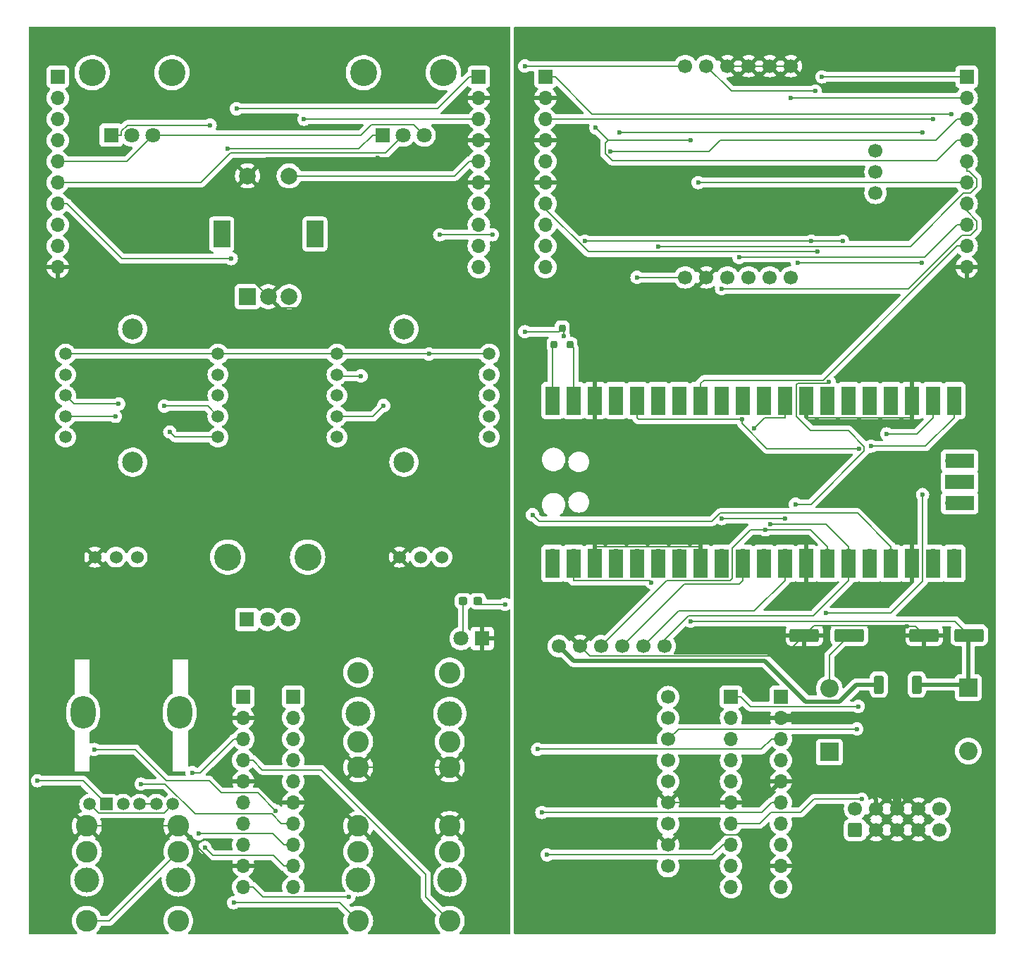
<source format=gbr>
%TF.GenerationSoftware,KiCad,Pcbnew,8.0.7*%
%TF.CreationDate,2024-12-29T00:43:23+00:00*%
%TF.ProjectId,pcb,7063622e-6b69-4636-9164-5f7063625858,2.0*%
%TF.SameCoordinates,Original*%
%TF.FileFunction,Copper,L1,Top*%
%TF.FilePolarity,Positive*%
%FSLAX46Y46*%
G04 Gerber Fmt 4.6, Leading zero omitted, Abs format (unit mm)*
G04 Created by KiCad (PCBNEW 8.0.7) date 2024-12-29 00:43:23*
%MOMM*%
%LPD*%
G01*
G04 APERTURE LIST*
G04 Aperture macros list*
%AMRoundRect*
0 Rectangle with rounded corners*
0 $1 Rounding radius*
0 $2 $3 $4 $5 $6 $7 $8 $9 X,Y pos of 4 corners*
0 Add a 4 corners polygon primitive as box body*
4,1,4,$2,$3,$4,$5,$6,$7,$8,$9,$2,$3,0*
0 Add four circle primitives for the rounded corners*
1,1,$1+$1,$2,$3*
1,1,$1+$1,$4,$5*
1,1,$1+$1,$6,$7*
1,1,$1+$1,$8,$9*
0 Add four rect primitives between the rounded corners*
20,1,$1+$1,$2,$3,$4,$5,0*
20,1,$1+$1,$4,$5,$6,$7,0*
20,1,$1+$1,$6,$7,$8,$9,0*
20,1,$1+$1,$8,$9,$2,$3,0*%
G04 Aperture macros list end*
%TA.AperFunction,ComponentPad*%
%ADD10C,3.240000*%
%TD*%
%TA.AperFunction,ComponentPad*%
%ADD11R,1.800000X1.800000*%
%TD*%
%TA.AperFunction,ComponentPad*%
%ADD12C,1.800000*%
%TD*%
%TA.AperFunction,ComponentPad*%
%ADD13O,1.700000X1.700000*%
%TD*%
%TA.AperFunction,SMDPad,CuDef*%
%ADD14R,1.700000X3.500000*%
%TD*%
%TA.AperFunction,ComponentPad*%
%ADD15R,1.700000X1.700000*%
%TD*%
%TA.AperFunction,SMDPad,CuDef*%
%ADD16R,3.500000X1.700000*%
%TD*%
%TA.AperFunction,SMDPad,CuDef*%
%ADD17RoundRect,0.237500X0.287500X0.237500X-0.287500X0.237500X-0.287500X-0.237500X0.287500X-0.237500X0*%
%TD*%
%TA.AperFunction,SMDPad,CuDef*%
%ADD18RoundRect,0.250000X-1.500000X-0.550000X1.500000X-0.550000X1.500000X0.550000X-1.500000X0.550000X0*%
%TD*%
%TA.AperFunction,ComponentPad*%
%ADD19R,2.200000X2.200000*%
%TD*%
%TA.AperFunction,ComponentPad*%
%ADD20O,2.200000X2.200000*%
%TD*%
%TA.AperFunction,ComponentPad*%
%ADD21C,1.524000*%
%TD*%
%TA.AperFunction,SMDPad,CuDef*%
%ADD22RoundRect,0.250000X1.500000X0.550000X-1.500000X0.550000X-1.500000X-0.550000X1.500000X-0.550000X0*%
%TD*%
%TA.AperFunction,ComponentPad*%
%ADD23C,2.500000*%
%TD*%
%TA.AperFunction,ComponentPad*%
%ADD24C,1.500000*%
%TD*%
%TA.AperFunction,ComponentPad*%
%ADD25R,1.500000X1.500000*%
%TD*%
%TA.AperFunction,ComponentPad*%
%ADD26O,3.000000X3.900000*%
%TD*%
%TA.AperFunction,ComponentPad*%
%ADD27C,3.000000*%
%TD*%
%TA.AperFunction,ComponentPad*%
%ADD28C,2.600000*%
%TD*%
%TA.AperFunction,SMDPad,CuDef*%
%ADD29RoundRect,0.200000X0.200000X-0.250000X0.200000X0.250000X-0.200000X0.250000X-0.200000X-0.250000X0*%
%TD*%
%TA.AperFunction,ComponentPad*%
%ADD30RoundRect,0.250000X0.600000X-0.600000X0.600000X0.600000X-0.600000X0.600000X-0.600000X-0.600000X0*%
%TD*%
%TA.AperFunction,ComponentPad*%
%ADD31C,1.700000*%
%TD*%
%TA.AperFunction,ComponentPad*%
%ADD32R,2.000000X2.000000*%
%TD*%
%TA.AperFunction,ComponentPad*%
%ADD33C,2.000000*%
%TD*%
%TA.AperFunction,ComponentPad*%
%ADD34R,2.000000X3.200000*%
%TD*%
%TA.AperFunction,SMDPad,CuDef*%
%ADD35RoundRect,0.250000X-0.350000X0.850000X-0.350000X-0.850000X0.350000X-0.850000X0.350000X0.850000X0*%
%TD*%
%TA.AperFunction,SMDPad,CuDef*%
%ADD36RoundRect,0.250000X-1.125000X1.275000X-1.125000X-1.275000X1.125000X-1.275000X1.125000X1.275000X0*%
%TD*%
%TA.AperFunction,SMDPad,CuDef*%
%ADD37RoundRect,0.249997X-2.650003X2.950003X-2.650003X-2.950003X2.650003X-2.950003X2.650003X2.950003X0*%
%TD*%
%TA.AperFunction,ViaPad*%
%ADD38C,0.600000*%
%TD*%
%TA.AperFunction,Conductor*%
%ADD39C,1.000000*%
%TD*%
%TA.AperFunction,Conductor*%
%ADD40C,0.200000*%
%TD*%
%TA.AperFunction,Conductor*%
%ADD41C,0.500000*%
%TD*%
G04 APERTURE END LIST*
D10*
%TO.P,RV3,*%
%TO.N,*%
X54430000Y-94200000D03*
X64030000Y-94200000D03*
D11*
%TO.P,RV3,1,1*%
%TO.N,P_9*%
X56730000Y-101700000D03*
D12*
%TO.P,RV3,2,2*%
%TO.N,P_7*%
X59230000Y-101700000D03*
%TO.P,RV3,3,3*%
%TO.N,P_5*%
X61730000Y-101700000D03*
%TD*%
D13*
%TO.P,U1,1,GPIO0*%
%TO.N,ALG_A*%
X93440000Y-94080000D03*
D14*
X93440000Y-94980000D03*
D13*
%TO.P,U1,2,GPIO1*%
%TO.N,ALG_B*%
X95980000Y-94080000D03*
D14*
X95980000Y-94980000D03*
D15*
%TO.P,U1,3,GND*%
%TO.N,GND*%
X98520000Y-94080000D03*
D14*
X98520000Y-94980000D03*
D13*
%TO.P,U1,4,GPIO2*%
%TO.N,ALG_C*%
X101060000Y-94080000D03*
D14*
X101060000Y-94980000D03*
D13*
%TO.P,U1,5,GPIO3*%
%TO.N,DIV_A*%
X103600000Y-94080000D03*
D14*
X103600000Y-94980000D03*
D13*
%TO.P,U1,6,GPIO4*%
%TO.N,DIV_B*%
X106140000Y-94080000D03*
D14*
X106140000Y-94980000D03*
D13*
%TO.P,U1,7,GPIO5*%
%TO.N,DIV_C*%
X108680000Y-94080000D03*
D14*
X108680000Y-94980000D03*
D15*
%TO.P,U1,8,GND*%
%TO.N,GND*%
X111220000Y-94080000D03*
D14*
X111220000Y-94980000D03*
D13*
%TO.P,U1,9,GPIO6*%
%TO.N,DIV_D*%
X113760000Y-94080000D03*
D14*
X113760000Y-94980000D03*
D13*
%TO.P,U1,10,GPIO7*%
%TO.N,I2S_DOUT*%
X116300000Y-94080000D03*
D14*
X116300000Y-94980000D03*
D13*
%TO.P,U1,11,GPIO8*%
%TO.N,I2S_DIN*%
X118840000Y-94080000D03*
D14*
X118840000Y-94980000D03*
D13*
%TO.P,U1,12,GPIO9*%
%TO.N,I2S_BCK*%
X121380000Y-94080000D03*
D14*
X121380000Y-94980000D03*
D15*
%TO.P,U1,13,GND*%
%TO.N,GND*%
X123920000Y-94080000D03*
D14*
X123920000Y-94980000D03*
D13*
%TO.P,U1,14,GPIO10*%
%TO.N,I2S_LRCK*%
X126460000Y-94080000D03*
D14*
X126460000Y-94980000D03*
D13*
%TO.P,U1,15,GPIO11*%
%TO.N,I2S_SCK*%
X129000000Y-94080000D03*
D14*
X129000000Y-94980000D03*
D13*
%TO.P,U1,16,GPIO12*%
%TO.N,XSMT*%
X131540000Y-94080000D03*
D14*
X131540000Y-94980000D03*
D13*
%TO.P,U1,17,GPIO13*%
%TO.N,ENC_SW*%
X134080000Y-94080000D03*
D14*
X134080000Y-94980000D03*
D15*
%TO.P,U1,18,GND*%
%TO.N,GND*%
X136620000Y-94080000D03*
D14*
X136620000Y-94980000D03*
D13*
%TO.P,U1,19,GPIO14*%
%TO.N,ENC_B*%
X139160000Y-94080000D03*
D14*
X139160000Y-94980000D03*
D13*
%TO.P,U1,20,GPIO15*%
%TO.N,ENC_A*%
X141700000Y-94080000D03*
D14*
X141700000Y-94980000D03*
D13*
%TO.P,U1,21,GPIO16*%
%TO.N,SPI_CS*%
X141700000Y-76300000D03*
D14*
X141700000Y-75400000D03*
D13*
%TO.P,U1,22,GPIO17*%
%TO.N,SPI_CLK*%
X139160000Y-76300000D03*
D14*
X139160000Y-75400000D03*
D15*
%TO.P,U1,23,GND*%
%TO.N,GND*%
X136620000Y-76300000D03*
D14*
X136620000Y-75400000D03*
D13*
%TO.P,U1,24,GPIO18*%
%TO.N,SPI_MOSI*%
X134080000Y-76300000D03*
D14*
X134080000Y-75400000D03*
D13*
%TO.P,U1,25,GPIO19*%
%TO.N,SPI_MISO*%
X131540000Y-76300000D03*
D14*
X131540000Y-75400000D03*
D13*
%TO.P,U1,26,GPIO20*%
%TO.N,SYNC_FREE*%
X129000000Y-76300000D03*
D14*
X129000000Y-75400000D03*
D13*
%TO.P,U1,27,GPIO21*%
%TO.N,CLOCK_OUT*%
X126460000Y-76300000D03*
D14*
X126460000Y-75400000D03*
D15*
%TO.P,U1,28,GND*%
%TO.N,GND*%
X123920000Y-76300000D03*
D14*
X123920000Y-75400000D03*
D13*
%TO.P,U1,29,GPIO22*%
%TO.N,CLOCK_IN*%
X121380000Y-76300000D03*
D14*
X121380000Y-75400000D03*
D13*
%TO.P,U1,30,RUN*%
%TO.N,unconnected-(U1-RUN-Pad30)_1*%
X118840000Y-76300000D03*
D14*
%TO.N,unconnected-(U1-RUN-Pad30)*%
X118840000Y-75400000D03*
D13*
%TO.P,U1,31,GPIO26_ADC0*%
%TO.N,FEEDBACK*%
X116300000Y-76300000D03*
D14*
X116300000Y-75400000D03*
D13*
%TO.P,U1,32,GPIO27_ADC1*%
%TO.N,CLOCK_SPEED*%
X113760000Y-76300000D03*
D14*
X113760000Y-75400000D03*
D15*
%TO.P,U1,33,AGND*%
%TO.N,AGND*%
X111220000Y-76300000D03*
D14*
X111220000Y-75400000D03*
D13*
%TO.P,U1,34,GPIO28_ADC2*%
%TO.N,WET{slash}DRY*%
X108680000Y-76300000D03*
D14*
X108680000Y-75400000D03*
D13*
%TO.P,U1,35,ADC_VREF*%
%TO.N,AREF*%
X106140000Y-76300000D03*
D14*
X106140000Y-75400000D03*
D13*
%TO.P,U1,36,3V3*%
%TO.N,+3.3V*%
X103600000Y-76300000D03*
D14*
X103600000Y-75400000D03*
D13*
%TO.P,U1,37,3V3_EN*%
%TO.N,unconnected-(U1-3V3_EN-Pad37)*%
X101060000Y-76300000D03*
D14*
%TO.N,unconnected-(U1-3V3_EN-Pad37)_1*%
X101060000Y-75400000D03*
D15*
%TO.P,U1,38,GND*%
%TO.N,GND*%
X98520000Y-76300000D03*
D14*
X98520000Y-75400000D03*
D13*
%TO.P,U1,39,VSYS*%
%TO.N,Net-(Q1-S)*%
X95980000Y-76300000D03*
D14*
X95980000Y-75400000D03*
D13*
%TO.P,U1,40,VBUS*%
%TO.N,Net-(Q1-G)*%
X93440000Y-76300000D03*
D14*
X93440000Y-75400000D03*
D13*
%TO.P,U1,41,SWCLK*%
%TO.N,unconnected-(U1-SWCLK-Pad41)*%
X141470000Y-87730000D03*
D16*
%TO.N,unconnected-(U1-SWCLK-Pad41)_1*%
X142370000Y-87730000D03*
D15*
%TO.P,U1,42,GND*%
%TO.N,unconnected-(U1-GND-Pad42)*%
X141470000Y-85190000D03*
D16*
%TO.N,unconnected-(U1-GND-Pad42)_1*%
X142370000Y-85190000D03*
D13*
%TO.P,U1,43,SWDIO*%
%TO.N,unconnected-(U1-SWDIO-Pad43)_1*%
X141470000Y-82650000D03*
D16*
%TO.N,unconnected-(U1-SWDIO-Pad43)*%
X142370000Y-82650000D03*
%TD*%
D17*
%TO.P,R1,1*%
%TO.N,E_7*%
X84475000Y-99500000D03*
%TO.P,R1,2*%
%TO.N,Net-(D7-A)*%
X82725000Y-99500000D03*
%TD*%
D18*
%TO.P,C2,1*%
%TO.N,GND*%
X123700000Y-103600000D03*
%TO.P,C2,2*%
%TO.N,VEE*%
X129100000Y-103600000D03*
%TD*%
D19*
%TO.P,D1,1,K*%
%TO.N,VCC*%
X143400000Y-109890000D03*
D20*
%TO.P,D1,2,A*%
%TO.N,Net-(D1-A)*%
X143400000Y-117510000D03*
%TD*%
D10*
%TO.P,RV2,*%
%TO.N,*%
X70730000Y-36000000D03*
X80330000Y-36000000D03*
D11*
%TO.P,RV2,1,1*%
%TO.N,P_9*%
X73030000Y-43500000D03*
D12*
%TO.P,RV2,2,2*%
%TO.N,P_6*%
X75530000Y-43500000D03*
%TO.P,RV2,3,3*%
%TO.N,P_5*%
X78030000Y-43500000D03*
%TD*%
D21*
%TO.P,SW2,1,A*%
%TO.N,GND*%
X75060000Y-94200000D03*
%TO.P,SW2,2,B*%
%TO.N,B_5*%
X77600000Y-94200000D03*
%TO.P,SW2,3*%
%TO.N,N/C*%
X80140000Y-94200000D03*
%TD*%
D22*
%TO.P,C1,1*%
%TO.N,VCC*%
X143500000Y-103600000D03*
%TO.P,C1,2*%
%TO.N,GND*%
X138100000Y-103600000D03*
%TD*%
D23*
%TO.P,SW1,*%
%TO.N,*%
X43000000Y-82800000D03*
X43000000Y-66800000D03*
D24*
%TO.P,SW1,1*%
%TO.N,+3.3V*%
X53250000Y-69800000D03*
%TO.P,SW1,2*%
%TO.N,D9*%
X53250000Y-72300000D03*
%TO.P,SW1,3*%
%TO.N,D10*%
X53250000Y-74800000D03*
%TO.P,SW1,4*%
%TO.N,D11*%
X53250000Y-77300000D03*
%TO.P,SW1,5*%
%TO.N,D12*%
X53250000Y-79800000D03*
%TO.P,SW1,6*%
%TO.N,D13*%
X34950000Y-79800000D03*
%TO.P,SW1,7*%
%TO.N,D14*%
X34950000Y-77300000D03*
%TO.P,SW1,8*%
%TO.N,D15*%
X34950000Y-74800000D03*
%TO.P,SW1,9*%
%TO.N,D16*%
X34950000Y-72300000D03*
%TO.P,SW1,10*%
%TO.N,+3.3V*%
X34950000Y-69800000D03*
%TD*%
D10*
%TO.P,RV4,*%
%TO.N,*%
X38130000Y-36000000D03*
X47730000Y-36000000D03*
D11*
%TO.P,RV4,1,1*%
%TO.N,P_9*%
X40430000Y-43500000D03*
D12*
%TO.P,RV4,2,2*%
%TO.N,P_8*%
X42930000Y-43500000D03*
%TO.P,RV4,3,3*%
%TO.N,P_5*%
X45430000Y-43500000D03*
%TD*%
D25*
%TO.P,RV1,1,1*%
%TO.N,P_1*%
X39850000Y-123900000D03*
D24*
%TO.P,RV1,2,2*%
%TO.N,P_2*%
X37850000Y-123900000D03*
%TO.P,RV1,3,3*%
X47850000Y-123900000D03*
%TO.P,RV1,4,4*%
%TO.N,P_3*%
X41850000Y-123900000D03*
%TO.P,RV1,5,5*%
%TO.N,P_4*%
X43850000Y-123900000D03*
%TO.P,RV1,6,6*%
X45850000Y-123900000D03*
D26*
%TO.P,RV1,SH*%
%TO.N,N/C*%
X37050000Y-112900000D03*
X48650000Y-112900000D03*
%TD*%
D27*
%TO.P,J3,*%
%TO.N,*%
X37500000Y-133000000D03*
D28*
%TO.P,J3,1,S*%
%TO.N,GND*%
X37500000Y-126520000D03*
%TO.P,J3,2,NC*%
%TO.N,unconnected-(J3-NC-Pad2)*%
X37500000Y-129620000D03*
%TO.P,J3,3,T*%
%TO.N,T_3*%
X37500000Y-137920000D03*
%TD*%
D29*
%TO.P,Q1,1,G*%
%TO.N,Net-(Q1-G)*%
X93650000Y-68700000D03*
%TO.P,Q1,2,S*%
%TO.N,Net-(Q1-S)*%
X95550000Y-68700000D03*
%TO.P,Q1,3,D*%
%TO.N,+5V*%
X94600000Y-66700000D03*
%TD*%
D19*
%TO.P,D2,1,K*%
%TO.N,Net-(D2-K)*%
X126700000Y-117645000D03*
D20*
%TO.P,D2,2,A*%
%TO.N,VEE*%
X126700000Y-110025000D03*
%TD*%
D30*
%TO.P,J1,1,Pin_1*%
%TO.N,Net-(D2-K)*%
X129800000Y-127000000D03*
D31*
%TO.P,J1,2,Pin_2*%
X129800000Y-124460000D03*
%TO.P,J1,3,Pin_3*%
%TO.N,GND*%
X132340000Y-127000000D03*
%TO.P,J1,4,Pin_4*%
X132340000Y-124460000D03*
%TO.P,J1,5,Pin_5*%
X134880000Y-127000000D03*
%TO.P,J1,6,Pin_6*%
X134880000Y-124460000D03*
%TO.P,J1,7,Pin_7*%
X137420000Y-127000000D03*
%TO.P,J1,8,Pin_8*%
X137420000Y-124460000D03*
%TO.P,J1,9,Pin_9*%
%TO.N,Net-(D1-A)*%
X139960000Y-127000000D03*
%TO.P,J1,10,Pin_10*%
X139960000Y-124460000D03*
%TD*%
D23*
%TO.P,SW5,*%
%TO.N,*%
X75600000Y-82800000D03*
X75600000Y-66800000D03*
D24*
%TO.P,SW5,1*%
%TO.N,+3.3V*%
X85850000Y-69800000D03*
%TO.P,SW5,2*%
%TO.N,D0*%
X85850000Y-72300000D03*
%TO.P,SW5,3*%
%TO.N,D1*%
X85850000Y-74800000D03*
%TO.P,SW5,4*%
%TO.N,D2*%
X85850000Y-77300000D03*
%TO.P,SW5,5*%
%TO.N,D3*%
X85850000Y-79800000D03*
%TO.P,SW5,6*%
%TO.N,D4*%
X67550000Y-79800000D03*
%TO.P,SW5,7*%
%TO.N,D5*%
X67550000Y-77300000D03*
%TO.P,SW5,8*%
%TO.N,D6*%
X67550000Y-74800000D03*
%TO.P,SW5,9*%
%TO.N,D7*%
X67550000Y-72300000D03*
%TO.P,SW5,10*%
%TO.N,+3.3V*%
X67550000Y-69800000D03*
%TD*%
D21*
%TO.P,SW4,1,A*%
%TO.N,GND*%
X38460000Y-94200000D03*
%TO.P,SW4,2,B*%
%TO.N,B_7*%
X41000000Y-94200000D03*
%TO.P,SW4,3*%
%TO.N,N/C*%
X43540000Y-94200000D03*
%TD*%
D27*
%TO.P,J6,*%
%TO.N,*%
X81100000Y-113000000D03*
D28*
%TO.P,J6,1,S*%
%TO.N,GND*%
X81100000Y-119480000D03*
%TO.P,J6,2,NC*%
%TO.N,unconnected-(J6-NC-Pad2)*%
X81100000Y-116380000D03*
%TO.P,J6,3,T*%
%TO.N,T_10*%
X81100000Y-108080000D03*
%TD*%
D32*
%TO.P,SW3,A,A*%
%TO.N,E_1*%
X56800000Y-62900000D03*
D33*
%TO.P,SW3,B,B*%
%TO.N,E_3*%
X61800000Y-62900000D03*
%TO.P,SW3,C,C*%
%TO.N,GND*%
X59300000Y-62900000D03*
D34*
%TO.P,SW3,MP*%
%TO.N,N/C*%
X53700000Y-55400000D03*
X64900000Y-55400000D03*
D33*
%TO.P,SW3,S1,S1*%
%TO.N,E_5*%
X61800000Y-48400000D03*
%TO.P,SW3,S2,S2*%
%TO.N,GND*%
X56800000Y-48400000D03*
%TD*%
D11*
%TO.P,D7,1,K*%
%TO.N,GND*%
X85000000Y-104000000D03*
D12*
%TO.P,D7,2,A*%
%TO.N,Net-(D7-A)*%
X82460000Y-104000000D03*
%TD*%
D27*
%TO.P,J7,*%
%TO.N,*%
X70100000Y-113000000D03*
D28*
%TO.P,J7,1,S*%
%TO.N,GND*%
X70100000Y-119480000D03*
%TO.P,J7,2,NC*%
%TO.N,T_8*%
X70100000Y-116380000D03*
%TO.P,J7,3,T*%
%TO.N,T_7*%
X70100000Y-108080000D03*
%TD*%
D35*
%TO.P,U7,1,IN*%
%TO.N,VCC*%
X137207500Y-109525000D03*
D36*
%TO.P,U7,2,GND*%
%TO.N,GND*%
X136452500Y-114150000D03*
X133402500Y-114150000D03*
D37*
X134927500Y-115825000D03*
D36*
X136452500Y-117500000D03*
X133402500Y-117500000D03*
D35*
%TO.P,U7,3,OUT*%
%TO.N,+5V*%
X132647500Y-109525000D03*
%TD*%
D27*
%TO.P,J5,*%
%TO.N,*%
X70100000Y-133000000D03*
D28*
%TO.P,J5,1,S*%
%TO.N,GND*%
X70100000Y-126520000D03*
%TO.P,J5,2,NC*%
%TO.N,unconnected-(J5-NC-Pad2)*%
X70100000Y-129620000D03*
%TO.P,J5,3,T*%
%TO.N,T_6*%
X70100000Y-137920000D03*
%TD*%
D31*
%TO.P,U2,1,FMY*%
%TO.N,GND*%
X122100000Y-35200000D03*
%TO.P,U2,2,MDI*%
X119560000Y-35200000D03*
%TO.P,U2,3,MDO*%
X117020000Y-35200000D03*
%TO.P,U2,4,GND*%
X114480000Y-35200000D03*
%TO.P,U2,5,3v3*%
%TO.N,+3.3V*%
X111940000Y-35200000D03*
%TO.P,U2,6,5v*%
%TO.N,+5V*%
X109400000Y-35200000D03*
%TO.P,U2,7,3v3*%
%TO.N,+3.3V*%
X109400000Y-60600000D03*
%TO.P,U2,8,GND*%
%TO.N,GND*%
X111940000Y-60600000D03*
%TO.P,U2,9,SCK*%
%TO.N,I2S_SCK*%
X114480000Y-60600000D03*
%TO.P,U2,10,LCK*%
%TO.N,I2S_LRCK*%
X117020000Y-60600000D03*
%TO.P,U2,11,OUT*%
%TO.N,I2S_DIN*%
X119560000Y-60600000D03*
%TO.P,U2,12,BCK*%
%TO.N,I2S_BCK*%
X122100000Y-60600000D03*
%TO.P,U2,13,LIN*%
%TO.N,LIN*%
X132260000Y-50440000D03*
%TO.P,U2,14,AGND*%
%TO.N,GND*%
X132260000Y-47900000D03*
%TO.P,U2,15,RIN*%
%TO.N,RIN*%
X132260000Y-45360000D03*
%TD*%
D27*
%TO.P,J4,*%
%TO.N,*%
X81100000Y-133000000D03*
D28*
%TO.P,J4,1,S*%
%TO.N,GND*%
X81100000Y-126520000D03*
%TO.P,J4,2,NC*%
%TO.N,unconnected-(J4-NC-Pad2)*%
X81100000Y-129620000D03*
%TO.P,J4,3,T*%
%TO.N,T_4*%
X81100000Y-137920000D03*
%TD*%
D27*
%TO.P,J2,*%
%TO.N,*%
X48500000Y-133000000D03*
D28*
%TO.P,J2,1,S*%
%TO.N,GND*%
X48500000Y-126520000D03*
%TO.P,J2,2,NC*%
%TO.N,T_3*%
X48500000Y-129620000D03*
%TO.P,J2,3,T*%
%TO.N,T_1*%
X48500000Y-137920000D03*
%TD*%
D15*
%TO.P,J12,1,Pin_1*%
%TO.N,+3.3V*%
X62300000Y-111000000D03*
D13*
%TO.P,J12,2,Pin_2*%
%TO.N,B_2*%
X62300000Y-113540000D03*
%TO.P,J12,3,Pin_3*%
%TO.N,B_3*%
X62300000Y-116080000D03*
%TO.P,J12,4,Pin_4*%
%TO.N,B_4*%
X62300000Y-118620000D03*
%TO.P,J12,5,Pin_5*%
%TO.N,B_5*%
X62300000Y-121160000D03*
%TO.P,J12,6,Pin_6*%
%TO.N,GND*%
X62300000Y-123700000D03*
%TO.P,J12,7,Pin_7*%
%TO.N,B_7*%
X62300000Y-126240000D03*
%TO.P,J12,8,Pin_8*%
%TO.N,B_8*%
X62300000Y-128780000D03*
%TO.P,J12,9,Pin_9*%
%TO.N,B_9*%
X62300000Y-131320000D03*
%TO.P,J12,10,Pin_10*%
%TO.N,B_10*%
X62300000Y-133860000D03*
%TD*%
D15*
%TO.P,J10,1,Pin_1*%
%TO.N,RIN_1*%
X120900000Y-111000000D03*
D13*
%TO.P,J10,2,Pin_2*%
%TO.N,GND*%
X120900000Y-113540000D03*
%TO.P,J10,3,Pin_3*%
%TO.N,LIN_1*%
X120900000Y-116080000D03*
%TO.P,J10,4,Pin_4*%
%TO.N,ROUT_1*%
X120900000Y-118620000D03*
%TO.P,J10,5,Pin_5*%
%TO.N,GND*%
X120900000Y-121160000D03*
%TO.P,J10,6,Pin_6*%
%TO.N,LOUT_1*%
X120900000Y-123700000D03*
%TO.P,J10,7,Pin_7*%
%TO.N,CLOCK_IN_1*%
X120900000Y-126240000D03*
%TO.P,J10,8,Pin_8*%
%TO.N,CLOCK_OUT_1*%
X120900000Y-128780000D03*
%TO.P,J10,9,Pin_9*%
%TO.N,GND*%
X120900000Y-131320000D03*
%TO.P,J10,10,Pin_10*%
%TO.N,CLOCK_OUT_1*%
X120900000Y-133860000D03*
%TD*%
D15*
%TO.P,J13,1,Pin_1*%
%TO.N,RVOL_1*%
X143200000Y-36500000D03*
D13*
%TO.P,J13,2,Pin_2*%
%TO.N,RVOL_2*%
X143200000Y-39040000D03*
%TO.P,J13,3,Pin_3*%
%TO.N,LVOL_1*%
X143200000Y-41580000D03*
%TO.P,J13,4,Pin_4*%
%TO.N,LVOL_2*%
X143200000Y-44120000D03*
%TO.P,J13,5,Pin_5*%
%TO.N,AREF*%
X143200000Y-46660000D03*
%TO.P,J13,6,Pin_6*%
%TO.N,WET{slash}DRY*%
X143200000Y-49200000D03*
%TO.P,J13,7,Pin_7*%
%TO.N,CLOCK_SPEED*%
X143200000Y-51740000D03*
%TO.P,J13,8,Pin_8*%
%TO.N,FEEDBACK*%
X143200000Y-54280000D03*
%TO.P,J13,9,Pin_9*%
%TO.N,AGND*%
X143200000Y-56820000D03*
%TO.P,J13,10,Pin_10*%
%TO.N,GND*%
X143200000Y-59360000D03*
%TD*%
%TO.P,J15,10,Pin_10*%
%TO.N,unconnected-(J15-Pin_10-Pad10)*%
X92600000Y-59360000D03*
%TO.P,J15,9,Pin_9*%
%TO.N,unconnected-(J15-Pin_9-Pad9)*%
X92600000Y-56820000D03*
%TO.P,J15,8,Pin_8*%
%TO.N,unconnected-(J15-Pin_8-Pad8)*%
X92600000Y-54280000D03*
%TO.P,J15,7,Pin_7*%
%TO.N,CLOCK_OUT*%
X92600000Y-51740000D03*
%TO.P,J15,6,Pin_6*%
%TO.N,GND*%
X92600000Y-49200000D03*
%TO.P,J15,5,Pin_5*%
%TO.N,ENC_SW*%
X92600000Y-46660000D03*
%TO.P,J15,4,Pin_4*%
%TO.N,GND*%
X92600000Y-44120000D03*
%TO.P,J15,3,Pin_3*%
%TO.N,ENC_B*%
X92600000Y-41580000D03*
%TO.P,J15,2,Pin_2*%
%TO.N,GND*%
X92600000Y-39040000D03*
D15*
%TO.P,J15,1,Pin_1*%
%TO.N,ENC_A*%
X92600000Y-36500000D03*
%TD*%
%TO.P,J16,1,Pin_1*%
%TO.N,E_1*%
X84600000Y-36500000D03*
D13*
%TO.P,J16,2,Pin_2*%
%TO.N,GND*%
X84600000Y-39040000D03*
%TO.P,J16,3,Pin_3*%
%TO.N,E_3*%
X84600000Y-41580000D03*
%TO.P,J16,4,Pin_4*%
%TO.N,GND*%
X84600000Y-44120000D03*
%TO.P,J16,5,Pin_5*%
%TO.N,E_5*%
X84600000Y-46660000D03*
%TO.P,J16,6,Pin_6*%
%TO.N,GND*%
X84600000Y-49200000D03*
%TO.P,J16,7,Pin_7*%
%TO.N,E_7*%
X84600000Y-51740000D03*
%TO.P,J16,8,Pin_8*%
%TO.N,unconnected-(J16-Pin_8-Pad8)*%
X84600000Y-54280000D03*
%TO.P,J16,9,Pin_9*%
%TO.N,unconnected-(J16-Pin_9-Pad9)*%
X84600000Y-56820000D03*
%TO.P,J16,10,Pin_10*%
%TO.N,unconnected-(J16-Pin_10-Pad10)*%
X84600000Y-59360000D03*
%TD*%
D15*
%TO.P,J9,1,Pin_1*%
%TO.N,T_1*%
X56300000Y-111000000D03*
D13*
%TO.P,J9,2,Pin_2*%
%TO.N,GND*%
X56300000Y-113540000D03*
%TO.P,J9,3,Pin_3*%
%TO.N,T_3*%
X56300000Y-116080000D03*
%TO.P,J9,4,Pin_4*%
%TO.N,T_4*%
X56300000Y-118620000D03*
%TO.P,J9,5,Pin_5*%
%TO.N,GND*%
X56300000Y-121160000D03*
%TO.P,J9,6,Pin_6*%
%TO.N,T_6*%
X56300000Y-123700000D03*
%TO.P,J9,7,Pin_7*%
%TO.N,T_7*%
X56300000Y-126240000D03*
%TO.P,J9,8,Pin_8*%
%TO.N,T_8*%
X56300000Y-128780000D03*
%TO.P,J9,9,Pin_9*%
%TO.N,GND*%
X56300000Y-131320000D03*
%TO.P,J9,10,Pin_10*%
%TO.N,T_10*%
X56300000Y-133860000D03*
%TD*%
D15*
%TO.P,J14,1,Pin_1*%
%TO.N,P_1*%
X34000000Y-36500000D03*
D13*
%TO.P,J14,2,Pin_2*%
%TO.N,P_2*%
X34000000Y-39040000D03*
%TO.P,J14,3,Pin_3*%
%TO.N,P_3*%
X34000000Y-41580000D03*
%TO.P,J14,4,Pin_4*%
%TO.N,P_4*%
X34000000Y-44120000D03*
%TO.P,J14,5,Pin_5*%
%TO.N,P_5*%
X34000000Y-46660000D03*
%TO.P,J14,6,Pin_6*%
%TO.N,P_6*%
X34000000Y-49200000D03*
%TO.P,J14,7,Pin_7*%
%TO.N,P_7*%
X34000000Y-51740000D03*
%TO.P,J14,8,Pin_8*%
%TO.N,P_8*%
X34000000Y-54280000D03*
%TO.P,J14,9,Pin_9*%
%TO.N,P_9*%
X34000000Y-56820000D03*
%TO.P,J14,10,Pin_10*%
%TO.N,GND*%
X34000000Y-59360000D03*
%TD*%
D15*
%TO.P,J11,1,Pin_1*%
%TO.N,+3.3V*%
X114900000Y-111000000D03*
D13*
%TO.P,J11,2,Pin_2*%
%TO.N,DIV_A*%
X114900000Y-113540000D03*
%TO.P,J11,3,Pin_3*%
%TO.N,DIV_B*%
X114900000Y-116080000D03*
%TO.P,J11,4,Pin_4*%
%TO.N,DIV_C*%
X114900000Y-118620000D03*
%TO.P,J11,5,Pin_5*%
%TO.N,DIV_D*%
X114900000Y-121160000D03*
%TO.P,J11,6,Pin_6*%
%TO.N,GND*%
X114900000Y-123700000D03*
%TO.P,J11,7,Pin_7*%
%TO.N,SYNC_FREE*%
X114900000Y-126240000D03*
%TO.P,J11,8,Pin_8*%
%TO.N,ALG_A*%
X114900000Y-128780000D03*
%TO.P,J11,9,Pin_9*%
%TO.N,ALG_B*%
X114900000Y-131320000D03*
%TO.P,J11,10,Pin_10*%
%TO.N,ALG_C*%
X114900000Y-133860000D03*
%TD*%
D31*
%TO.P,U5,1,LOUT*%
%TO.N,LOUT*%
X107320000Y-131360000D03*
%TO.P,U5,2,LGND*%
%TO.N,GND*%
X107320000Y-128820000D03*
%TO.P,U5,3,ROUT*%
%TO.N,ROUT*%
X107320000Y-126280000D03*
%TO.P,U5,4,RGND*%
%TO.N,GND*%
X107320000Y-123740000D03*
%TO.P,U5,5,A3v3*%
%TO.N,unconnected-(U5-A3v3-Pad5)*%
X107320000Y-121200000D03*
%TO.P,U5,6,FMT*%
%TO.N,unconnected-(U5-FMT-Pad6)*%
X107320000Y-118660000D03*
%TO.P,U5,7,XSMT*%
%TO.N,XSMT*%
X107320000Y-116120000D03*
%TO.P,U5,8,DEMP*%
%TO.N,unconnected-(U5-DEMP-Pad8)*%
X107320000Y-113580000D03*
%TO.P,U5,9,FLT*%
%TO.N,unconnected-(U5-FLT-Pad9)*%
X107320000Y-111040000D03*
%TO.P,U5,10,SCK*%
%TO.N,I2S_SCK*%
X106920000Y-104910000D03*
%TO.P,U5,11,BCK*%
%TO.N,I2S_BCK*%
X104380000Y-104910000D03*
%TO.P,U5,12,DIN*%
%TO.N,I2S_DOUT*%
X101840000Y-104910000D03*
%TO.P,U5,13,LCK*%
%TO.N,I2S_LRCK*%
X99300000Y-104910000D03*
%TO.P,U5,14,GND*%
%TO.N,GND*%
X96760000Y-104910000D03*
%TO.P,U5,15,VIN*%
%TO.N,+5V*%
X94220000Y-104910000D03*
%TD*%
D38*
%TO.N,ROUT_1*%
X137900000Y-86700000D03*
X126300000Y-100900000D03*
%TO.N,D11*%
X46813000Y-76064400D03*
%TO.N,D12*%
X47475400Y-79168200D03*
%TO.N,D14*%
X40924000Y-77300000D03*
%TO.N,D15*%
X41332000Y-75787600D03*
%TO.N,Net-(Q4-B)*%
X113780000Y-89585500D03*
X121376300Y-89585500D03*
%TO.N,SPI_CS*%
X131700000Y-80875700D03*
%TO.N,I2S_SCK*%
X119590000Y-90253300D03*
%TO.N,SPI_CLK*%
X133605200Y-79410100D03*
%TO.N,XSMT*%
X130000000Y-114871100D03*
%TO.N,I2S_LRCK*%
X119053100Y-90928400D03*
%TO.N,B_8*%
X50920900Y-127450000D03*
%TO.N,D7*%
X70439900Y-72456600D03*
%TO.N,D5*%
X73163700Y-76011300D03*
%TO.N,D2*%
X79899300Y-55476500D03*
X86230400Y-55476500D03*
%TO.N,CLOCK_OUT*%
X125287500Y-57528800D03*
%TO.N,CLOCK_IN*%
X117654700Y-78725800D03*
%TO.N,E_1*%
X55475800Y-40323600D03*
%TO.N,E_7*%
X87735200Y-99891600D03*
%TO.N,E_3*%
X63598300Y-41580000D03*
%TO.N,ENC_SW*%
X91043500Y-89117700D03*
%TO.N,ENC_B*%
X139171700Y-41580000D03*
%TO.N,ENC_A*%
X141409000Y-40949900D03*
%TO.N,P_9*%
X52303200Y-42298300D03*
X54377900Y-45161000D03*
%TO.N,P_1*%
X31581100Y-121079200D03*
%TO.N,P_7*%
X54847500Y-58341500D03*
%TO.N,LVOL_2*%
X110085300Y-44084900D03*
X98650000Y-42611600D03*
%TO.N,CLOCK_SPEED*%
X113760000Y-61964300D03*
%TO.N,FEEDBACK*%
X115850100Y-58194000D03*
%TO.N,AREF*%
X106140000Y-56862000D03*
%TO.N,RVOL_2*%
X122051100Y-39000000D03*
%TO.N,WET{slash}DRY*%
X110936500Y-49200000D03*
%TO.N,LVOL_1*%
X100400000Y-45457600D03*
%TO.N,RVOL_1*%
X125823400Y-36500000D03*
%TO.N,B_7*%
X44019000Y-121481700D03*
%TO.N,SYNC_FREE*%
X130600000Y-123308300D03*
%TO.N,ALG_A*%
X92778800Y-129990000D03*
%TO.N,ALG_B*%
X105343900Y-97245100D03*
%TO.N,ROUT_1*%
X122872300Y-58814900D03*
X137796000Y-58814900D03*
%TO.N,LIN_1*%
X91660300Y-117306000D03*
%TO.N,RIN_1*%
X122633000Y-87855500D03*
X126663200Y-73132300D03*
%TO.N,LOUT_1*%
X92164800Y-124891700D03*
%TO.N,T_10*%
X68980400Y-135068200D03*
%TO.N,T_6*%
X55137600Y-135729100D03*
%TO.N,T_3*%
X50157300Y-120115600D03*
%TO.N,B_10*%
X38384400Y-117336300D03*
X60204200Y-124700400D03*
%TO.N,B_9*%
X51695700Y-129116500D03*
%TO.N,+5V*%
X94773300Y-67655100D03*
X90117500Y-35200000D03*
X90117500Y-67129200D03*
%TO.N,Net-(C10-Pad2)*%
X97368300Y-56249700D03*
X124553900Y-56249700D03*
X128300900Y-56249700D03*
%TO.N,Net-(C7-Pad1)*%
X137900000Y-43199000D03*
X101465600Y-43199000D03*
%TO.N,+3.3V*%
X116225000Y-77655500D03*
X130287500Y-81178000D03*
X103600000Y-60600000D03*
X78600100Y-69800000D03*
X125020900Y-38197900D03*
X130183800Y-112151700D03*
%TO.N,GND*%
X72455900Y-46232700D03*
X48375000Y-59360000D03*
X136620000Y-63679700D03*
X72334500Y-64234900D03*
X136009700Y-102512100D03*
%TO.N,VCC*%
X110051600Y-101910400D03*
%TD*%
D39*
%TO.N,GND*%
X131860000Y-113540000D02*
X120900000Y-113540000D01*
X131900000Y-113500000D02*
X131900000Y-119100000D01*
X131900000Y-112500000D02*
X131900000Y-113500000D01*
X131900000Y-113500000D02*
X131860000Y-113540000D01*
D40*
%TO.N,ENC_SW*%
X113581200Y-88929100D02*
X112610300Y-89900000D01*
X130080800Y-88929100D02*
X113581200Y-88929100D01*
X112610300Y-89900000D02*
X91825800Y-89900000D01*
X91825800Y-89900000D02*
X91043500Y-89117700D01*
X134080000Y-92928300D02*
X130080800Y-88929100D01*
X134080000Y-94080000D02*
X134080000Y-92928300D01*
D41*
%TO.N,GND*%
X118360000Y-123700000D02*
X114900000Y-123700000D01*
X120900000Y-121160000D02*
X118360000Y-123700000D01*
X130242081Y-121160000D02*
X120900000Y-121160000D01*
X132340000Y-124460000D02*
X132340000Y-123257919D01*
X132340000Y-123257919D02*
X130242081Y-121160000D01*
D40*
X134880000Y-115872500D02*
X134927500Y-115825000D01*
%TO.N,VCC*%
X143500000Y-103800000D02*
X143400000Y-103900000D01*
D41*
X143400000Y-103900000D02*
X143400000Y-109890000D01*
D40*
X143500000Y-103600000D02*
X143500000Y-103800000D01*
D41*
X143035000Y-109525000D02*
X143400000Y-109890000D01*
X137207500Y-109525000D02*
X143035000Y-109525000D01*
%TO.N,+5V*%
X123875000Y-111575000D02*
X118964900Y-106664900D01*
X127925000Y-111575000D02*
X123875000Y-111575000D01*
X95974900Y-106664900D02*
X94220000Y-104910000D01*
X129975000Y-109525000D02*
X127925000Y-111575000D01*
X118964900Y-106664900D02*
X95974900Y-106664900D01*
X132647500Y-109525000D02*
X129975000Y-109525000D01*
D40*
%TO.N,ROUT_1*%
X137900000Y-97100000D02*
X137900000Y-86700000D01*
X126300000Y-100900000D02*
X134100000Y-100900000D01*
X134100000Y-100900000D02*
X137900000Y-97100000D01*
%TO.N,XSMT*%
X130000000Y-114871100D02*
X108568900Y-114871100D01*
X108568900Y-114871100D02*
X107320000Y-116120000D01*
%TO.N,CLOCK_SPEED*%
X143200000Y-52603800D02*
X143200000Y-51740000D01*
X144406700Y-53810500D02*
X143200000Y-52603800D01*
X144406700Y-54757800D02*
X144406700Y-53810500D01*
X142644500Y-55550000D02*
X143614500Y-55550000D01*
X143614500Y-55550000D02*
X144406700Y-54757800D01*
X136230200Y-61964300D02*
X142644500Y-55550000D01*
X113760000Y-61964300D02*
X136230200Y-61964300D01*
%TO.N,CLOCK_OUT*%
X97743800Y-57528800D02*
X92600000Y-52385000D01*
X92600000Y-52385000D02*
X92600000Y-51740000D01*
X125287500Y-57528800D02*
X97743800Y-57528800D01*
%TO.N,D11*%
X52014400Y-76064400D02*
X46813000Y-76064400D01*
X53250000Y-77300000D02*
X52014400Y-76064400D01*
%TO.N,D12*%
X48107200Y-79800000D02*
X47475400Y-79168200D01*
X53250000Y-79800000D02*
X48107200Y-79800000D01*
%TO.N,D14*%
X34950000Y-77300000D02*
X40924000Y-77300000D01*
%TO.N,D15*%
X35937600Y-75787600D02*
X34950000Y-74800000D01*
X41332000Y-75787600D02*
X35937600Y-75787600D01*
%TO.N,Net-(Q4-B)*%
X121376300Y-89585500D02*
X113780000Y-89585500D01*
%TO.N,SPI_CS*%
X141700000Y-76300000D02*
X141700000Y-77451700D01*
X138276000Y-80875700D02*
X131700000Y-80875700D01*
X141700000Y-77451700D02*
X138276000Y-80875700D01*
%TO.N,I2S_SCK*%
X129000000Y-94080000D02*
X129000000Y-92928300D01*
X124793500Y-101238200D02*
X129000000Y-97031700D01*
X109827500Y-101238200D02*
X124793500Y-101238200D01*
X106920000Y-104145700D02*
X109827500Y-101238200D01*
X106920000Y-104910000D02*
X106920000Y-104145700D01*
X129000000Y-94080000D02*
X129000000Y-97031700D01*
X126325000Y-90253300D02*
X129000000Y-92928300D01*
X119590000Y-90253300D02*
X126325000Y-90253300D01*
%TO.N,I2S_BCK*%
X121380000Y-94080000D02*
X121380000Y-97031700D01*
X108582700Y-100707300D02*
X104380000Y-104910000D01*
X117704400Y-100707300D02*
X108582700Y-100707300D01*
X121380000Y-97031700D02*
X117704400Y-100707300D01*
%TO.N,SPI_CLK*%
X139160000Y-76300000D02*
X139160000Y-77451700D01*
X137201600Y-79410100D02*
X133605200Y-79410100D01*
X139160000Y-77451700D02*
X137201600Y-79410100D01*
%TO.N,I2S_LRCK*%
X126460000Y-94080000D02*
X126460000Y-92928300D01*
X124460100Y-90928400D02*
X119053100Y-90928400D01*
X126460000Y-92928300D02*
X124460100Y-90928400D01*
X107178300Y-97031700D02*
X99300000Y-104910000D01*
X114787500Y-97031700D02*
X107178300Y-97031700D01*
X115030000Y-96789200D02*
X114787500Y-97031700D01*
X115030000Y-93152000D02*
X115030000Y-96789200D01*
X117253600Y-90928400D02*
X115030000Y-93152000D01*
X119053100Y-90928400D02*
X117253600Y-90928400D01*
%TO.N,I2S_DOUT*%
X116300000Y-94080000D02*
X116300000Y-97031700D01*
X115898300Y-97433400D02*
X116300000Y-97031700D01*
X109316600Y-97433400D02*
X115898300Y-97433400D01*
X101840000Y-104910000D02*
X109316600Y-97433400D01*
%TO.N,B_8*%
X62300000Y-128780000D02*
X61148300Y-128780000D01*
X59818300Y-127450000D02*
X50920900Y-127450000D01*
X61148300Y-128780000D02*
X59818300Y-127450000D01*
%TO.N,D7*%
X67706600Y-72456600D02*
X67550000Y-72300000D01*
X70439900Y-72456600D02*
X67706600Y-72456600D01*
%TO.N,D5*%
X71875000Y-77300000D02*
X73163700Y-76011300D01*
X67550000Y-77300000D02*
X71875000Y-77300000D01*
%TO.N,D2*%
X79899300Y-55476500D02*
X86230400Y-55476500D01*
%TO.N,CLOCK_IN*%
X121380000Y-76300000D02*
X121380000Y-77451700D01*
X118928800Y-77451700D02*
X117654700Y-78725800D01*
X121380000Y-77451700D02*
X118928800Y-77451700D01*
%TO.N,Net-(Q1-G)*%
X93440000Y-68910000D02*
X93440000Y-76300000D01*
X93650000Y-68700000D02*
X93440000Y-68910000D01*
%TO.N,Net-(Q1-S)*%
X95980000Y-69130000D02*
X95980000Y-76300000D01*
X95550000Y-68700000D02*
X95980000Y-69130000D01*
%TO.N,E_5*%
X81708300Y-48400000D02*
X83448300Y-46660000D01*
X61800000Y-48400000D02*
X81708300Y-48400000D01*
X84600000Y-46660000D02*
X83448300Y-46660000D01*
%TO.N,E_1*%
X84600000Y-36500000D02*
X83448300Y-36500000D01*
X79624700Y-40323600D02*
X55475800Y-40323600D01*
X83448300Y-36500000D02*
X79624700Y-40323600D01*
%TO.N,E_7*%
X84866600Y-99891600D02*
X87735200Y-99891600D01*
X84475000Y-99500000D02*
X84866600Y-99891600D01*
%TO.N,E_3*%
X84600000Y-41580000D02*
X63598300Y-41580000D01*
%TO.N,ENC_B*%
X92600000Y-41580000D02*
X139171700Y-41580000D01*
%TO.N,ENC_A*%
X92600000Y-36500000D02*
X93751700Y-36500000D01*
X98201600Y-40949900D02*
X141409000Y-40949900D01*
X93751700Y-36500000D02*
X98201600Y-40949900D01*
%TO.N,P_9*%
X40430000Y-43500000D02*
X41631700Y-43500000D01*
X42382700Y-42298300D02*
X52303200Y-42298300D01*
X41631700Y-43049300D02*
X42382700Y-42298300D01*
X41631700Y-43500000D02*
X41631700Y-43049300D01*
X70167300Y-45161000D02*
X71828300Y-43500000D01*
X54377900Y-45161000D02*
X70167300Y-45161000D01*
X73030000Y-43500000D02*
X71828300Y-43500000D01*
%TO.N,P_6*%
X34000000Y-49200000D02*
X35151700Y-49200000D01*
X73399100Y-45630900D02*
X75530000Y-43500000D01*
X54758900Y-45630900D02*
X73399100Y-45630900D01*
X51189800Y-49200000D02*
X54758900Y-45630900D01*
X35151700Y-49200000D02*
X51189800Y-49200000D01*
%TO.N,P_4*%
X45850000Y-123900000D02*
X43850000Y-123900000D01*
%TO.N,P_1*%
X37029200Y-121079200D02*
X31581100Y-121079200D01*
X39850000Y-123900000D02*
X37029200Y-121079200D01*
%TO.N,P_7*%
X34000000Y-51740000D02*
X35151700Y-51740000D01*
X41753200Y-58341500D02*
X54847500Y-58341500D01*
X35151700Y-51740000D02*
X41753200Y-58341500D01*
%TO.N,P_2*%
X38931200Y-124981200D02*
X37850000Y-123900000D01*
X46768800Y-124981200D02*
X38931200Y-124981200D01*
X47850000Y-123900000D02*
X46768800Y-124981200D01*
%TO.N,P_5*%
X34000000Y-46660000D02*
X35151700Y-46660000D01*
X42270000Y-46660000D02*
X45430000Y-43500000D01*
X35151700Y-46660000D02*
X42270000Y-46660000D01*
X76754400Y-42224400D02*
X78030000Y-43500000D01*
X71728100Y-42224400D02*
X76754400Y-42224400D01*
X70452500Y-43500000D02*
X71728100Y-42224400D01*
X45430000Y-43500000D02*
X70452500Y-43500000D01*
%TO.N,LVOL_2*%
X99767900Y-44440300D02*
X100123300Y-44084900D01*
X99767900Y-45699800D02*
X99767900Y-44440300D01*
X100619500Y-46551400D02*
X99767900Y-45699800D01*
X139616900Y-46551400D02*
X100619500Y-46551400D01*
X142048300Y-44120000D02*
X139616900Y-46551400D01*
X98650000Y-42611600D02*
X100123300Y-44084900D01*
X100123300Y-44084900D02*
X110085300Y-44084900D01*
X143200000Y-44120000D02*
X142048300Y-44120000D01*
%TO.N,FEEDBACK*%
X143200000Y-54280000D02*
X142048300Y-54280000D01*
X138134300Y-58194000D02*
X115850100Y-58194000D01*
X142048300Y-54280000D02*
X138134300Y-58194000D01*
%TO.N,AREF*%
X143200000Y-46660000D02*
X143200000Y-47811700D01*
X136420800Y-56862000D02*
X106140000Y-56862000D01*
X142812800Y-50470000D02*
X136420800Y-56862000D01*
X143614500Y-50470000D02*
X142812800Y-50470000D01*
X144406700Y-49677800D02*
X143614500Y-50470000D01*
X144406700Y-48730500D02*
X144406700Y-49677800D01*
X143487900Y-47811700D02*
X144406700Y-48730500D01*
X143200000Y-47811700D02*
X143487900Y-47811700D01*
%TO.N,RVOL_2*%
X143200000Y-39040000D02*
X142048300Y-39040000D01*
X142008300Y-39000000D02*
X122051100Y-39000000D01*
X142048300Y-39040000D02*
X142008300Y-39000000D01*
%TO.N,WET{slash}DRY*%
X143200000Y-49200000D02*
X110936500Y-49200000D01*
%TO.N,AGND*%
X111220000Y-76300000D02*
X111220000Y-73348300D01*
X143200000Y-56820000D02*
X142048300Y-56820000D01*
X111621700Y-72946600D02*
X111220000Y-73348300D01*
X125921700Y-72946600D02*
X111621700Y-72946600D01*
X142048300Y-56820000D02*
X125921700Y-72946600D01*
%TO.N,LVOL_1*%
X112253900Y-45457600D02*
X100400000Y-45457600D01*
X113591500Y-44120000D02*
X112253900Y-45457600D01*
X139508300Y-44120000D02*
X113591500Y-44120000D01*
X142048300Y-41580000D02*
X139508300Y-44120000D01*
X143200000Y-41580000D02*
X142048300Y-41580000D01*
%TO.N,RVOL_1*%
X143200000Y-36500000D02*
X125823400Y-36500000D01*
%TO.N,B_7*%
X62300000Y-126240000D02*
X61148300Y-126240000D01*
X60890600Y-126240000D02*
X61148300Y-126240000D01*
X59738900Y-125088300D02*
X60890600Y-126240000D01*
X50525700Y-125088300D02*
X59738900Y-125088300D01*
X46919100Y-121481700D02*
X50525700Y-125088300D01*
X44019000Y-121481700D02*
X46919100Y-121481700D01*
%TO.N,SYNC_FREE*%
X118323600Y-126240000D02*
X114900000Y-126240000D01*
X119672100Y-124891500D02*
X118323600Y-126240000D01*
X123241400Y-124891500D02*
X119672100Y-124891500D01*
X124824600Y-123308300D02*
X123241400Y-124891500D01*
X130600000Y-123308300D02*
X124824600Y-123308300D01*
%TO.N,ALG_A*%
X114900000Y-128780000D02*
X113914600Y-128780000D01*
X112704600Y-129990000D02*
X92778800Y-129990000D01*
X113914600Y-128780000D02*
X112704600Y-129990000D01*
%TO.N,ALG_B*%
X95980000Y-94080000D02*
X95980000Y-97031700D01*
X105130500Y-97031700D02*
X105343900Y-97245100D01*
X95980000Y-97031700D02*
X105130500Y-97031700D01*
%TO.N,ROUT_1*%
X122872300Y-58814900D02*
X137796000Y-58814900D01*
%TO.N,LIN_1*%
X120900000Y-116080000D02*
X119748300Y-116080000D01*
X118522300Y-117306000D02*
X91660300Y-117306000D01*
X119748300Y-116080000D02*
X118522300Y-117306000D01*
%TO.N,RIN_1*%
X124487000Y-87855500D02*
X122633000Y-87855500D01*
X130907500Y-81435000D02*
X124487000Y-87855500D01*
X130907500Y-80927700D02*
X130907500Y-81435000D01*
X128974000Y-78994200D02*
X130907500Y-80927700D01*
X124436300Y-78994200D02*
X128974000Y-78994200D01*
X122767600Y-77325500D02*
X124436300Y-78994200D01*
X122767600Y-73499700D02*
X122767600Y-77325500D01*
X122919000Y-73348300D02*
X122767600Y-73499700D01*
X126447200Y-73348300D02*
X122919000Y-73348300D01*
X126663200Y-73132300D02*
X126447200Y-73348300D01*
%TO.N,LOUT_1*%
X120900000Y-123700000D02*
X119748300Y-123700000D01*
X118556600Y-124891700D02*
X92164800Y-124891700D01*
X119748300Y-123700000D02*
X118556600Y-124891700D01*
%TO.N,T_10*%
X56300000Y-133860000D02*
X57451700Y-133860000D01*
X58659900Y-135068200D02*
X68980400Y-135068200D01*
X57451700Y-133860000D02*
X58659900Y-135068200D01*
%TO.N,T_6*%
X67909100Y-135729100D02*
X55137600Y-135729100D01*
X70100000Y-137920000D02*
X67909100Y-135729100D01*
%TO.N,T_4*%
X78230200Y-135050200D02*
X81100000Y-137920000D01*
X78230200Y-132359900D02*
X78230200Y-135050200D01*
X65642000Y-119771700D02*
X78230200Y-132359900D01*
X58603400Y-119771700D02*
X65642000Y-119771700D01*
X57451700Y-118620000D02*
X58603400Y-119771700D01*
X56300000Y-118620000D02*
X57451700Y-118620000D01*
%TO.N,T_3*%
X40200000Y-137920000D02*
X37500000Y-137920000D01*
X48500000Y-129620000D02*
X40200000Y-137920000D01*
X56300000Y-116080000D02*
X55148300Y-116080000D01*
X51112700Y-120115600D02*
X50157300Y-120115600D01*
X55148300Y-116080000D02*
X51112700Y-120115600D01*
%TO.N,Net-(D7-A)*%
X82725000Y-103735000D02*
X82725000Y-99500000D01*
X82460000Y-104000000D02*
X82725000Y-103735000D01*
%TO.N,B_10*%
X58046000Y-122542200D02*
X60204200Y-124700400D01*
X53648600Y-122542200D02*
X58046000Y-122542200D01*
X52186400Y-121080000D02*
X53648600Y-122542200D01*
X47083300Y-121080000D02*
X52186400Y-121080000D01*
X43339600Y-117336300D02*
X47083300Y-121080000D01*
X38384400Y-117336300D02*
X43339600Y-117336300D01*
%TO.N,B_9*%
X62300000Y-131320000D02*
X61148300Y-131320000D01*
X59878300Y-130050000D02*
X61148300Y-131320000D01*
X52629200Y-130050000D02*
X59878300Y-130050000D01*
X51695700Y-129116500D02*
X52629200Y-130050000D01*
%TO.N,+5V*%
X94773300Y-66873300D02*
X94773300Y-67655100D01*
X94600000Y-66700000D02*
X94773300Y-66873300D01*
X94170800Y-67129200D02*
X94600000Y-66700000D01*
X90117500Y-67129200D02*
X94170800Y-67129200D01*
X109400000Y-35200000D02*
X90117500Y-35200000D01*
%TO.N,Net-(C10-Pad2)*%
X97368300Y-56249700D02*
X124553900Y-56249700D01*
X124553900Y-56249700D02*
X128300900Y-56249700D01*
%TO.N,Net-(C7-Pad1)*%
X101465600Y-43199000D02*
X137900000Y-43199000D01*
%TO.N,+3.3V*%
X67550000Y-69800000D02*
X53250000Y-69800000D01*
X34950000Y-69800000D02*
X53250000Y-69800000D01*
X103600000Y-76300000D02*
X103600000Y-77451700D01*
X103803800Y-77655500D02*
X103600000Y-77451700D01*
X116225000Y-77655500D02*
X103803800Y-77655500D01*
X109400000Y-60600000D02*
X103600000Y-60600000D01*
X85850000Y-69800000D02*
X78600100Y-69800000D01*
X78600100Y-69800000D02*
X67550000Y-69800000D01*
X114937900Y-38197900D02*
X125020900Y-38197900D01*
X111940000Y-35200000D02*
X114937900Y-38197900D01*
X114900000Y-111000000D02*
X116051700Y-111000000D01*
X117203400Y-112151700D02*
X130183800Y-112151700D01*
X116051700Y-111000000D02*
X117203400Y-112151700D01*
X119211600Y-81178000D02*
X130287500Y-81178000D01*
X116225000Y-78191400D02*
X119211600Y-81178000D01*
X116225000Y-77655500D02*
X116225000Y-78191400D01*
%TO.N,VEE*%
X126700000Y-106000000D02*
X129100000Y-103600000D01*
X126700000Y-110025000D02*
X126700000Y-106000000D01*
%TO.N,GND*%
X107360000Y-123700000D02*
X107320000Y-123740000D01*
X114900000Y-123700000D02*
X107360000Y-123700000D01*
X108511700Y-127628300D02*
X107320000Y-128820000D01*
X116056600Y-127628300D02*
X108511700Y-127628300D01*
X119748300Y-131320000D02*
X116056600Y-127628300D01*
X120900000Y-131320000D02*
X119748300Y-131320000D01*
X56300000Y-121160000D02*
X57451700Y-121160000D01*
X84600000Y-44120000D02*
X83448300Y-44120000D01*
X59991700Y-123700000D02*
X62300000Y-123700000D01*
X57451700Y-121160000D02*
X59991700Y-123700000D01*
X67280000Y-123700000D02*
X70100000Y-126520000D01*
X62300000Y-123700000D02*
X67280000Y-123700000D01*
X114480000Y-35200000D02*
X117020000Y-35200000D01*
X117020000Y-35200000D02*
X119560000Y-35200000D01*
X119560000Y-35200000D02*
X122100000Y-35200000D01*
X133402500Y-117500000D02*
X134927500Y-117500000D01*
X134927500Y-117500000D02*
X136452500Y-117500000D01*
X134927500Y-117500000D02*
X134927500Y-115825000D01*
X134182300Y-114929800D02*
X133402500Y-114150000D01*
X134869100Y-114929800D02*
X134182300Y-114929800D01*
X134927500Y-114988200D02*
X134869100Y-114929800D01*
X134927500Y-115825000D02*
X134927500Y-114988200D01*
X132792500Y-113540000D02*
X133402500Y-114150000D01*
X133402500Y-114150000D02*
X136452500Y-114150000D01*
X81100000Y-119480000D02*
X70100000Y-119480000D01*
X37500000Y-126520000D02*
X48500000Y-126520000D01*
X97964900Y-106114900D02*
X96760000Y-104910000D01*
X121185100Y-106114900D02*
X97964900Y-106114900D01*
X123700000Y-103600000D02*
X121185100Y-106114900D01*
X123920000Y-76300000D02*
X123920000Y-77451700D01*
X136620000Y-76300000D02*
X136620000Y-77451700D01*
X81335600Y-46232700D02*
X72455900Y-46232700D01*
X83448300Y-44120000D02*
X81335600Y-46232700D01*
X58967300Y-46232700D02*
X72455900Y-46232700D01*
X56800000Y-48400000D02*
X58967300Y-46232700D01*
X55760000Y-59360000D02*
X48375000Y-59360000D01*
X59300000Y-62900000D02*
X55760000Y-59360000D01*
X48375000Y-59360000D02*
X34000000Y-59360000D01*
X98520000Y-92928300D02*
X111220000Y-92928300D01*
X98520000Y-94080000D02*
X98520000Y-92928300D01*
X111220000Y-94080000D02*
X111220000Y-92928300D01*
X60634900Y-64234900D02*
X72334500Y-64234900D01*
X59300000Y-62900000D02*
X60634900Y-64234900D01*
X124824000Y-102476000D02*
X123700000Y-103600000D01*
X135973600Y-102476000D02*
X124824000Y-102476000D01*
X136009700Y-102512100D02*
X135973600Y-102476000D01*
X137012100Y-102512100D02*
X136009700Y-102512100D01*
X138100000Y-103600000D02*
X137012100Y-102512100D01*
X136620000Y-77451700D02*
X123920000Y-77451700D01*
X132340000Y-124460000D02*
X132340000Y-124197400D01*
X53048400Y-131320000D02*
X56300000Y-131320000D01*
X48500000Y-126771600D02*
X53048400Y-131320000D01*
X48500000Y-126520000D02*
X48500000Y-126771600D01*
X140939700Y-59360000D02*
X136620000Y-63679700D01*
X143200000Y-59360000D02*
X140939700Y-59360000D01*
%TO.N,VCC*%
X141810400Y-101910400D02*
X110051600Y-101910400D01*
X143500000Y-103600000D02*
X141810400Y-101910400D01*
D39*
%TO.N,GND*%
X138100000Y-112500000D02*
X131900000Y-112500000D01*
X138100000Y-119300000D02*
X138100000Y-112500000D01*
X138000000Y-119400000D02*
X138100000Y-119300000D01*
X134880000Y-119100000D02*
X134880000Y-115872500D01*
X134880000Y-119400000D02*
X138000000Y-119400000D01*
X131900000Y-119100000D02*
X134880000Y-119100000D01*
X134880000Y-124460000D02*
X134880000Y-119400000D01*
%TD*%
%TA.AperFunction,Conductor*%
%TO.N,GND*%
G36*
X83292790Y-37607257D02*
G01*
X83348721Y-37649126D01*
X83392454Y-37707546D01*
X83431042Y-37736433D01*
X83507664Y-37793793D01*
X83507671Y-37793797D01*
X83507674Y-37793798D01*
X83639598Y-37843002D01*
X83695531Y-37884873D01*
X83719949Y-37950337D01*
X83705098Y-38018610D01*
X83683947Y-38046865D01*
X83561886Y-38168926D01*
X83426400Y-38362420D01*
X83426399Y-38362422D01*
X83326570Y-38576507D01*
X83326567Y-38576513D01*
X83269364Y-38789999D01*
X83269364Y-38790000D01*
X84166988Y-38790000D01*
X84134075Y-38847007D01*
X84100000Y-38974174D01*
X84100000Y-39105826D01*
X84134075Y-39232993D01*
X84166988Y-39290000D01*
X83269364Y-39290000D01*
X83326567Y-39503486D01*
X83326570Y-39503492D01*
X83426399Y-39717578D01*
X83561894Y-39911082D01*
X83728917Y-40078105D01*
X83914595Y-40208119D01*
X83958219Y-40262696D01*
X83965412Y-40332195D01*
X83933890Y-40394549D01*
X83914595Y-40411269D01*
X83728594Y-40541508D01*
X83561506Y-40708596D01*
X83425965Y-40902170D01*
X83425962Y-40902175D01*
X83423289Y-40907909D01*
X83377115Y-40960346D01*
X83310909Y-40979500D01*
X80117398Y-40979500D01*
X80050359Y-40959815D01*
X80004604Y-40907011D01*
X79994660Y-40837853D01*
X80023685Y-40774297D01*
X80029717Y-40767819D01*
X80105220Y-40692316D01*
X80105220Y-40692314D01*
X80115424Y-40682111D01*
X80115428Y-40682106D01*
X83161777Y-37635756D01*
X83223098Y-37602273D01*
X83292790Y-37607257D01*
G37*
%TD.AperFunction*%
%TA.AperFunction,Conductor*%
G36*
X88343039Y-30520185D02*
G01*
X88388794Y-30572989D01*
X88400000Y-30624500D01*
X88400000Y-99139552D01*
X88380315Y-99206591D01*
X88327511Y-99252346D01*
X88258353Y-99262290D01*
X88210028Y-99244546D01*
X88084723Y-99165811D01*
X87914454Y-99106231D01*
X87914449Y-99106230D01*
X87735204Y-99086035D01*
X87735196Y-99086035D01*
X87555950Y-99106230D01*
X87555945Y-99106231D01*
X87385676Y-99165811D01*
X87232936Y-99261785D01*
X87230103Y-99264045D01*
X87227924Y-99264934D01*
X87227042Y-99265489D01*
X87226944Y-99265334D01*
X87165417Y-99290455D01*
X87152788Y-99291100D01*
X85620423Y-99291100D01*
X85553384Y-99271415D01*
X85507629Y-99218611D01*
X85497065Y-99179702D01*
X85492963Y-99139552D01*
X85490174Y-99112247D01*
X85435908Y-98948484D01*
X85345340Y-98801650D01*
X85223350Y-98679660D01*
X85076516Y-98589092D01*
X84912753Y-98534826D01*
X84912751Y-98534825D01*
X84811678Y-98524500D01*
X84138330Y-98524500D01*
X84138312Y-98524501D01*
X84037247Y-98534825D01*
X83873484Y-98589092D01*
X83873481Y-98589093D01*
X83726648Y-98679661D01*
X83687681Y-98718629D01*
X83626358Y-98752114D01*
X83556666Y-98747130D01*
X83512319Y-98718629D01*
X83473351Y-98679661D01*
X83473350Y-98679660D01*
X83326516Y-98589092D01*
X83162753Y-98534826D01*
X83162751Y-98534825D01*
X83061678Y-98524500D01*
X82388330Y-98524500D01*
X82388312Y-98524501D01*
X82287247Y-98534825D01*
X82123484Y-98589092D01*
X82123481Y-98589093D01*
X81976648Y-98679661D01*
X81854661Y-98801648D01*
X81764093Y-98948481D01*
X81764092Y-98948484D01*
X81709826Y-99112247D01*
X81709826Y-99112248D01*
X81709825Y-99112248D01*
X81699500Y-99213315D01*
X81699500Y-99786669D01*
X81699501Y-99786687D01*
X81709825Y-99887752D01*
X81746109Y-99997249D01*
X81764092Y-100051516D01*
X81854660Y-100198350D01*
X81976650Y-100320340D01*
X82065596Y-100375202D01*
X82112321Y-100427150D01*
X82124500Y-100480741D01*
X82124500Y-102545912D01*
X82104815Y-102612951D01*
X82052011Y-102658706D01*
X82040763Y-102663193D01*
X81895504Y-102713061D01*
X81895495Y-102713064D01*
X81691371Y-102823531D01*
X81691365Y-102823535D01*
X81508222Y-102966081D01*
X81508219Y-102966084D01*
X81508216Y-102966086D01*
X81508216Y-102966087D01*
X81483791Y-102992620D01*
X81351016Y-103136852D01*
X81224075Y-103331151D01*
X81130842Y-103543699D01*
X81073866Y-103768691D01*
X81073864Y-103768702D01*
X81054700Y-103999993D01*
X81054700Y-104000006D01*
X81073864Y-104231297D01*
X81073866Y-104231308D01*
X81130842Y-104456300D01*
X81224075Y-104668848D01*
X81351016Y-104863147D01*
X81351019Y-104863151D01*
X81351021Y-104863153D01*
X81508216Y-105033913D01*
X81508219Y-105033915D01*
X81508222Y-105033918D01*
X81691365Y-105176464D01*
X81691371Y-105176468D01*
X81691374Y-105176470D01*
X81895497Y-105286936D01*
X82009487Y-105326068D01*
X82115015Y-105362297D01*
X82115017Y-105362297D01*
X82115019Y-105362298D01*
X82343951Y-105400500D01*
X82343952Y-105400500D01*
X82576048Y-105400500D01*
X82576049Y-105400500D01*
X82804981Y-105362298D01*
X83024503Y-105286936D01*
X83228626Y-105176470D01*
X83411784Y-105033913D01*
X83420511Y-105024432D01*
X83480394Y-104988441D01*
X83550232Y-104990538D01*
X83607850Y-105030060D01*
X83627924Y-105065080D01*
X83656645Y-105142086D01*
X83656649Y-105142093D01*
X83742809Y-105257187D01*
X83742812Y-105257190D01*
X83857906Y-105343350D01*
X83857913Y-105343354D01*
X83992620Y-105393596D01*
X83992627Y-105393598D01*
X84052155Y-105399999D01*
X84052172Y-105400000D01*
X84750000Y-105400000D01*
X84750000Y-104375277D01*
X84826306Y-104419333D01*
X84940756Y-104450000D01*
X85059244Y-104450000D01*
X85173694Y-104419333D01*
X85250000Y-104375277D01*
X85250000Y-105400000D01*
X85947828Y-105400000D01*
X85947844Y-105399999D01*
X86007372Y-105393598D01*
X86007379Y-105393596D01*
X86142086Y-105343354D01*
X86142093Y-105343350D01*
X86257187Y-105257190D01*
X86257190Y-105257187D01*
X86343350Y-105142093D01*
X86343354Y-105142086D01*
X86393596Y-105007379D01*
X86393598Y-105007372D01*
X86399999Y-104947844D01*
X86400000Y-104947827D01*
X86400000Y-104250000D01*
X85375278Y-104250000D01*
X85419333Y-104173694D01*
X85450000Y-104059244D01*
X85450000Y-103940756D01*
X85419333Y-103826306D01*
X85375278Y-103750000D01*
X86400000Y-103750000D01*
X86400000Y-103052172D01*
X86399999Y-103052155D01*
X86393598Y-102992627D01*
X86393596Y-102992620D01*
X86343354Y-102857913D01*
X86343350Y-102857906D01*
X86257190Y-102742812D01*
X86257187Y-102742809D01*
X86142093Y-102656649D01*
X86142086Y-102656645D01*
X86007379Y-102606403D01*
X86007372Y-102606401D01*
X85947844Y-102600000D01*
X85250000Y-102600000D01*
X85250000Y-103624722D01*
X85173694Y-103580667D01*
X85059244Y-103550000D01*
X84940756Y-103550000D01*
X84826306Y-103580667D01*
X84750000Y-103624722D01*
X84750000Y-102600000D01*
X84052155Y-102600000D01*
X83992627Y-102606401D01*
X83992620Y-102606403D01*
X83857913Y-102656645D01*
X83857906Y-102656649D01*
X83742812Y-102742809D01*
X83742809Y-102742812D01*
X83656649Y-102857906D01*
X83656646Y-102857911D01*
X83627924Y-102934920D01*
X83586052Y-102990853D01*
X83520588Y-103015270D01*
X83452315Y-103000418D01*
X83420514Y-102975571D01*
X83411784Y-102966087D01*
X83373337Y-102936162D01*
X83332524Y-102879451D01*
X83325500Y-102838309D01*
X83325500Y-100480741D01*
X83345185Y-100413702D01*
X83384402Y-100375202D01*
X83473350Y-100320340D01*
X83512319Y-100281371D01*
X83573642Y-100247886D01*
X83643334Y-100252870D01*
X83687681Y-100281371D01*
X83726650Y-100320340D01*
X83873484Y-100410908D01*
X84037247Y-100465174D01*
X84138323Y-100475500D01*
X84709258Y-100475499D01*
X84741351Y-100479724D01*
X84745147Y-100480741D01*
X84787543Y-100492101D01*
X84787545Y-100492101D01*
X84953253Y-100492101D01*
X84953269Y-100492100D01*
X87152788Y-100492100D01*
X87219827Y-100511785D01*
X87230103Y-100519155D01*
X87232936Y-100521414D01*
X87232938Y-100521416D01*
X87385678Y-100617389D01*
X87511011Y-100661245D01*
X87555945Y-100676968D01*
X87555950Y-100676969D01*
X87735196Y-100697165D01*
X87735200Y-100697165D01*
X87735204Y-100697165D01*
X87914449Y-100676969D01*
X87914452Y-100676968D01*
X87914455Y-100676968D01*
X88084722Y-100617389D01*
X88210028Y-100538653D01*
X88277264Y-100519653D01*
X88344099Y-100540020D01*
X88389314Y-100593288D01*
X88400000Y-100643647D01*
X88400000Y-139375500D01*
X88380315Y-139442539D01*
X88327511Y-139488294D01*
X88276000Y-139499500D01*
X82360772Y-139499500D01*
X82293733Y-139479815D01*
X82247978Y-139427011D01*
X82238034Y-139357853D01*
X82267059Y-139294297D01*
X82276425Y-139284606D01*
X82423561Y-139148085D01*
X82591815Y-138937102D01*
X82726743Y-138703398D01*
X82825334Y-138452195D01*
X82885383Y-138189103D01*
X82905549Y-137920000D01*
X82885383Y-137650897D01*
X82825334Y-137387805D01*
X82726743Y-137136602D01*
X82591815Y-136902898D01*
X82423561Y-136691915D01*
X82423560Y-136691914D01*
X82423557Y-136691910D01*
X82225741Y-136508365D01*
X82147306Y-136454889D01*
X82002775Y-136356349D01*
X82002769Y-136356346D01*
X82002768Y-136356345D01*
X82002767Y-136356344D01*
X81759643Y-136239263D01*
X81759645Y-136239263D01*
X81501773Y-136159720D01*
X81501767Y-136159718D01*
X81234936Y-136119500D01*
X81234929Y-136119500D01*
X80965071Y-136119500D01*
X80965063Y-136119500D01*
X80698232Y-136159718D01*
X80698226Y-136159720D01*
X80440358Y-136239262D01*
X80403627Y-136256951D01*
X80334686Y-136268302D01*
X80270551Y-136240579D01*
X80262146Y-136232911D01*
X78867019Y-134837784D01*
X78833534Y-134776461D01*
X78830700Y-134750103D01*
X78830700Y-132999998D01*
X79094390Y-132999998D01*
X79094390Y-133000001D01*
X79099184Y-133067028D01*
X79099500Y-133075874D01*
X79099500Y-133131123D01*
X79108360Y-133198429D01*
X79109105Y-133205764D01*
X79114803Y-133285425D01*
X79114805Y-133285438D01*
X79126398Y-133338728D01*
X79128171Y-133348897D01*
X79133731Y-133391121D01*
X79154570Y-133468895D01*
X79155961Y-133474629D01*
X79175629Y-133565042D01*
X79190268Y-133604292D01*
X79193859Y-133615525D01*
X79201601Y-133644417D01*
X79237254Y-133730491D01*
X79238875Y-133734609D01*
X79275633Y-133833160D01*
X79275637Y-133833170D01*
X79289633Y-133858803D01*
X79295358Y-133870769D01*
X79301952Y-133886688D01*
X79301960Y-133886704D01*
X79354869Y-133978345D01*
X79356314Y-133980918D01*
X79412773Y-134084315D01*
X79422671Y-134097536D01*
X79430789Y-134109843D01*
X79433076Y-134113803D01*
X79505284Y-134207906D01*
X79505978Y-134208821D01*
X79582923Y-134311607D01*
X79584262Y-134313396D01*
X79584270Y-134313405D01*
X79786591Y-134515726D01*
X79786599Y-134515733D01*
X79786605Y-134515739D01*
X79786608Y-134515741D01*
X79786609Y-134515742D01*
X79891034Y-134593913D01*
X79892211Y-134594805D01*
X79986194Y-134666922D01*
X79990156Y-134669210D01*
X80002460Y-134677326D01*
X80015685Y-134687226D01*
X80081008Y-134722895D01*
X80119080Y-134743684D01*
X80121653Y-134745129D01*
X80213299Y-134798041D01*
X80213314Y-134798048D01*
X80229228Y-134804640D01*
X80241201Y-134810367D01*
X80266839Y-134824367D01*
X80365412Y-134861132D01*
X80369499Y-134862741D01*
X80455567Y-134898393D01*
X80455590Y-134898401D01*
X80474248Y-134903399D01*
X80484469Y-134906137D01*
X80495701Y-134909727D01*
X80534954Y-134924369D01*
X80534955Y-134924369D01*
X80534960Y-134924371D01*
X80613580Y-134941473D01*
X80625348Y-134944033D01*
X80625358Y-134944035D01*
X80631072Y-134945420D01*
X80708884Y-134966270D01*
X80751124Y-134971830D01*
X80761237Y-134973593D01*
X80814572Y-134985196D01*
X80894243Y-134990893D01*
X80901547Y-134991634D01*
X80968880Y-135000500D01*
X81024124Y-135000500D01*
X81032970Y-135000816D01*
X81099999Y-135005610D01*
X81100000Y-135005610D01*
X81100001Y-135005610D01*
X81167030Y-135000816D01*
X81175876Y-135000500D01*
X81231114Y-135000500D01*
X81231120Y-135000500D01*
X81298448Y-134991635D01*
X81305758Y-134990893D01*
X81385428Y-134985196D01*
X81438770Y-134973591D01*
X81448869Y-134971831D01*
X81491116Y-134966270D01*
X81568918Y-134945422D01*
X81574595Y-134944044D01*
X81665046Y-134924369D01*
X81704303Y-134909725D01*
X81715510Y-134906143D01*
X81744419Y-134898398D01*
X81771113Y-134887340D01*
X81830508Y-134862738D01*
X81834612Y-134861122D01*
X81933161Y-134824367D01*
X81958804Y-134810363D01*
X81970763Y-134804642D01*
X81986697Y-134798043D01*
X82078435Y-134745076D01*
X82080868Y-134743711D01*
X82184315Y-134687226D01*
X82197546Y-134677319D01*
X82209850Y-134669205D01*
X82213803Y-134666924D01*
X82307810Y-134594787D01*
X82308892Y-134593967D01*
X82413395Y-134515739D01*
X82615739Y-134313395D01*
X82693967Y-134208892D01*
X82694816Y-134207773D01*
X82766924Y-134113803D01*
X82769205Y-134109850D01*
X82777319Y-134097546D01*
X82787226Y-134084315D01*
X82843711Y-133980868D01*
X82845076Y-133978435D01*
X82898043Y-133886697D01*
X82904642Y-133870763D01*
X82910365Y-133858803D01*
X82924367Y-133833161D01*
X82961124Y-133734609D01*
X82962738Y-133730508D01*
X82998395Y-133644426D01*
X82998394Y-133644426D01*
X82998398Y-133644419D01*
X83006143Y-133615510D01*
X83009725Y-133604303D01*
X83024369Y-133565046D01*
X83044044Y-133474595D01*
X83045425Y-133468909D01*
X83045429Y-133468895D01*
X83066270Y-133391116D01*
X83071831Y-133348869D01*
X83073591Y-133338770D01*
X83085196Y-133285428D01*
X83090893Y-133205758D01*
X83091637Y-133198432D01*
X83091638Y-133198429D01*
X83100500Y-133131120D01*
X83100500Y-133075874D01*
X83100816Y-133067028D01*
X83105610Y-133000001D01*
X83105610Y-132999998D01*
X83100816Y-132932970D01*
X83100500Y-132924124D01*
X83100500Y-132868880D01*
X83094263Y-132821508D01*
X83091634Y-132801547D01*
X83090893Y-132794234D01*
X83085196Y-132714572D01*
X83073593Y-132661237D01*
X83071830Y-132651124D01*
X83066270Y-132608884D01*
X83045420Y-132531072D01*
X83044035Y-132525358D01*
X83043943Y-132524937D01*
X83039638Y-132505145D01*
X83024371Y-132434960D01*
X83024369Y-132434954D01*
X83009727Y-132395701D01*
X83006136Y-132384463D01*
X82998401Y-132355590D01*
X82998393Y-132355567D01*
X82962741Y-132269499D01*
X82961132Y-132265412D01*
X82924367Y-132166839D01*
X82910362Y-132141190D01*
X82904640Y-132129228D01*
X82898048Y-132113314D01*
X82898041Y-132113299D01*
X82845129Y-132021653D01*
X82843684Y-132019080D01*
X82787229Y-131915691D01*
X82787226Y-131915685D01*
X82777326Y-131902460D01*
X82769210Y-131890156D01*
X82767730Y-131887594D01*
X82766924Y-131886197D01*
X82766922Y-131886195D01*
X82766922Y-131886194D01*
X82694805Y-131792211D01*
X82693913Y-131791034D01*
X82615742Y-131686609D01*
X82615741Y-131686608D01*
X82615739Y-131686605D01*
X82615734Y-131686600D01*
X82615726Y-131686591D01*
X82413405Y-131484270D01*
X82413396Y-131484262D01*
X82413383Y-131484252D01*
X82308821Y-131405978D01*
X82307906Y-131405284D01*
X82213803Y-131333076D01*
X82209843Y-131330789D01*
X82197536Y-131322671D01*
X82184318Y-131312775D01*
X82165586Y-131302547D01*
X82156215Y-131297430D01*
X82106810Y-131248025D01*
X82091958Y-131179753D01*
X82116374Y-131114288D01*
X82145787Y-131086146D01*
X82225741Y-131031635D01*
X82414660Y-130856344D01*
X82423557Y-130848089D01*
X82423557Y-130848087D01*
X82423561Y-130848085D01*
X82591815Y-130637102D01*
X82726743Y-130403398D01*
X82825334Y-130152195D01*
X82885383Y-129889103D01*
X82900427Y-129688352D01*
X82905549Y-129620004D01*
X82905549Y-129619995D01*
X82885383Y-129350898D01*
X82864755Y-129260520D01*
X82825334Y-129087805D01*
X82726743Y-128836602D01*
X82591815Y-128602898D01*
X82423561Y-128391915D01*
X82423560Y-128391914D01*
X82423557Y-128391910D01*
X82296107Y-128273655D01*
X82225741Y-128208365D01*
X82225737Y-128208362D01*
X82172624Y-128172150D01*
X82128322Y-128118122D01*
X82120264Y-128048718D01*
X82151006Y-127985975D01*
X82172625Y-127967243D01*
X82185150Y-127958703D01*
X81385756Y-127159310D01*
X81431574Y-127140332D01*
X81546224Y-127063726D01*
X81643726Y-126966224D01*
X81720332Y-126851574D01*
X81739310Y-126805756D01*
X82537703Y-127604150D01*
X82537704Y-127604149D01*
X82591400Y-127536818D01*
X82726290Y-127303181D01*
X82824851Y-127052052D01*
X82824857Y-127052033D01*
X82884886Y-126789028D01*
X82884886Y-126789026D01*
X82905047Y-126520000D01*
X82905047Y-126519995D01*
X82884886Y-126250973D01*
X82884886Y-126250971D01*
X82824857Y-125987966D01*
X82824851Y-125987947D01*
X82726290Y-125736818D01*
X82726291Y-125736818D01*
X82591400Y-125503182D01*
X82591393Y-125503171D01*
X82537704Y-125435849D01*
X82537703Y-125435848D01*
X81739309Y-126234242D01*
X81720332Y-126188426D01*
X81643726Y-126073776D01*
X81546224Y-125976274D01*
X81431574Y-125899668D01*
X81385756Y-125880689D01*
X82185150Y-125081295D01*
X82002524Y-124956783D01*
X82002516Y-124956778D01*
X81759460Y-124839730D01*
X81759462Y-124839730D01*
X81501662Y-124760209D01*
X81501656Y-124760207D01*
X81234898Y-124720000D01*
X80965101Y-124720000D01*
X80698343Y-124760207D01*
X80698337Y-124760209D01*
X80440538Y-124839730D01*
X80197482Y-124956780D01*
X80197469Y-124956787D01*
X80014848Y-125081294D01*
X80814243Y-125880689D01*
X80768426Y-125899668D01*
X80653776Y-125976274D01*
X80556274Y-126073776D01*
X80479668Y-126188426D01*
X80460690Y-126234243D01*
X79662294Y-125435848D01*
X79608602Y-125503177D01*
X79473709Y-125736818D01*
X79375148Y-125987947D01*
X79375142Y-125987966D01*
X79315113Y-126250971D01*
X79315113Y-126250973D01*
X79294953Y-126519995D01*
X79294953Y-126520000D01*
X79315113Y-126789026D01*
X79315113Y-126789028D01*
X79375142Y-127052033D01*
X79375148Y-127052052D01*
X79473709Y-127303181D01*
X79473708Y-127303181D01*
X79608600Y-127536818D01*
X79662294Y-127604150D01*
X79662295Y-127604150D01*
X80460689Y-126805755D01*
X80479668Y-126851574D01*
X80556274Y-126966224D01*
X80653776Y-127063726D01*
X80768426Y-127140332D01*
X80814243Y-127159309D01*
X80014848Y-127958703D01*
X80027374Y-127967243D01*
X80071676Y-128021271D01*
X80079736Y-128090675D01*
X80048994Y-128153418D01*
X80027376Y-128172150D01*
X79974260Y-128208364D01*
X79776442Y-128391910D01*
X79608185Y-128602898D01*
X79473258Y-128836599D01*
X79473256Y-128836603D01*
X79374666Y-129087804D01*
X79374664Y-129087811D01*
X79314616Y-129350898D01*
X79294451Y-129619995D01*
X79294451Y-129620004D01*
X79314616Y-129889101D01*
X79370708Y-130134855D01*
X79374666Y-130152195D01*
X79473257Y-130403398D01*
X79608185Y-130637102D01*
X79653595Y-130694044D01*
X79776442Y-130848089D01*
X79853838Y-130919901D01*
X79974259Y-131031635D01*
X80051924Y-131084586D01*
X80054208Y-131086143D01*
X80098510Y-131140172D01*
X80106570Y-131209575D01*
X80075827Y-131272318D01*
X80043787Y-131297427D01*
X80015687Y-131312771D01*
X80015684Y-131312773D01*
X80002454Y-131322677D01*
X79990156Y-131330789D01*
X79986210Y-131333067D01*
X79986195Y-131333077D01*
X79892196Y-131405204D01*
X79891022Y-131406093D01*
X79786615Y-131484252D01*
X79786594Y-131484270D01*
X79584270Y-131686594D01*
X79584252Y-131686615D01*
X79506093Y-131791022D01*
X79505204Y-131792196D01*
X79433077Y-131886195D01*
X79433067Y-131886210D01*
X79430789Y-131890156D01*
X79422677Y-131902454D01*
X79412776Y-131915681D01*
X79356312Y-132019085D01*
X79354868Y-132021656D01*
X79301957Y-132113302D01*
X79295357Y-132129233D01*
X79289636Y-132141190D01*
X79275633Y-132166837D01*
X79275631Y-132166841D01*
X79238870Y-132265399D01*
X79237250Y-132269516D01*
X79201603Y-132355576D01*
X79201601Y-132355582D01*
X79193857Y-132384479D01*
X79190266Y-132395712D01*
X79175632Y-132434946D01*
X79175630Y-132434953D01*
X79155961Y-132525369D01*
X79154570Y-132531102D01*
X79133731Y-132608876D01*
X79128171Y-132651101D01*
X79126398Y-132661269D01*
X79114806Y-132714557D01*
X79114803Y-132714574D01*
X79109105Y-132794234D01*
X79108360Y-132801569D01*
X79099500Y-132868876D01*
X79099500Y-132924124D01*
X79099184Y-132932970D01*
X79094390Y-132999998D01*
X78830700Y-132999998D01*
X78830700Y-132280845D01*
X78830700Y-132280843D01*
X78793280Y-132141190D01*
X78789777Y-132128115D01*
X78789777Y-132128114D01*
X78760839Y-132077995D01*
X78760837Y-132077992D01*
X78710720Y-131991184D01*
X78598916Y-131879380D01*
X78598915Y-131879379D01*
X78594585Y-131875049D01*
X78594574Y-131875039D01*
X66129590Y-119410055D01*
X66129588Y-119410052D01*
X66010717Y-119291181D01*
X66010712Y-119291177D01*
X65888294Y-119220500D01*
X65888294Y-119220499D01*
X65888291Y-119220498D01*
X65873785Y-119212123D01*
X65721057Y-119171199D01*
X65562943Y-119171199D01*
X65555347Y-119171199D01*
X65555331Y-119171200D01*
X63712048Y-119171200D01*
X63645009Y-119151515D01*
X63599254Y-119098711D01*
X63589310Y-119029553D01*
X63592273Y-119015107D01*
X63614265Y-118933025D01*
X63635063Y-118855408D01*
X63655659Y-118620000D01*
X63635063Y-118384592D01*
X63573903Y-118156337D01*
X63474035Y-117942171D01*
X63470275Y-117936800D01*
X63338494Y-117748597D01*
X63171402Y-117581506D01*
X63171396Y-117581501D01*
X62985842Y-117451575D01*
X62942217Y-117396998D01*
X62935023Y-117327500D01*
X62966546Y-117265145D01*
X62985842Y-117248425D01*
X63107270Y-117163400D01*
X63171401Y-117118495D01*
X63338495Y-116951401D01*
X63474035Y-116757830D01*
X63573903Y-116543663D01*
X63635063Y-116315408D01*
X63655659Y-116080000D01*
X63635063Y-115844592D01*
X63573903Y-115616337D01*
X63474035Y-115402171D01*
X63474034Y-115402169D01*
X63338494Y-115208597D01*
X63171402Y-115041506D01*
X63171396Y-115041501D01*
X62985842Y-114911575D01*
X62942217Y-114856998D01*
X62935023Y-114787500D01*
X62966546Y-114725145D01*
X62985842Y-114708425D01*
X63041847Y-114669210D01*
X63171401Y-114578495D01*
X63338495Y-114411401D01*
X63474035Y-114217830D01*
X63573903Y-114003663D01*
X63635063Y-113775408D01*
X63655659Y-113540000D01*
X63635063Y-113304592D01*
X63573903Y-113076337D01*
X63538305Y-112999998D01*
X68094390Y-112999998D01*
X68094390Y-113000001D01*
X68099184Y-113067028D01*
X68099500Y-113075874D01*
X68099500Y-113131123D01*
X68108360Y-113198429D01*
X68109105Y-113205764D01*
X68114803Y-113285425D01*
X68114805Y-113285438D01*
X68126398Y-113338728D01*
X68128171Y-113348897D01*
X68133731Y-113391121D01*
X68154570Y-113468895D01*
X68155961Y-113474629D01*
X68175629Y-113565042D01*
X68190268Y-113604292D01*
X68193859Y-113615525D01*
X68201601Y-113644417D01*
X68237254Y-113730491D01*
X68238871Y-113734601D01*
X68254090Y-113775403D01*
X68275633Y-113833160D01*
X68275637Y-113833170D01*
X68289633Y-113858803D01*
X68295358Y-113870769D01*
X68301952Y-113886688D01*
X68301960Y-113886704D01*
X68354869Y-113978345D01*
X68356314Y-113980918D01*
X68412773Y-114084315D01*
X68422671Y-114097536D01*
X68430789Y-114109843D01*
X68433076Y-114113803D01*
X68505284Y-114207906D01*
X68505978Y-114208821D01*
X68584254Y-114313385D01*
X68584262Y-114313396D01*
X68584270Y-114313405D01*
X68786591Y-114515726D01*
X68786599Y-114515733D01*
X68786605Y-114515739D01*
X68786608Y-114515741D01*
X68786609Y-114515742D01*
X68891034Y-114593913D01*
X68892211Y-114594805D01*
X68986194Y-114666922D01*
X68990156Y-114669210D01*
X69002460Y-114677326D01*
X69015685Y-114687226D01*
X69043785Y-114702570D01*
X69093190Y-114751976D01*
X69108041Y-114820249D01*
X69083624Y-114885713D01*
X69054209Y-114913855D01*
X68974262Y-114968361D01*
X68776442Y-115151910D01*
X68608185Y-115362898D01*
X68473258Y-115596599D01*
X68473256Y-115596603D01*
X68374666Y-115847804D01*
X68374664Y-115847811D01*
X68314616Y-116110898D01*
X68294451Y-116379995D01*
X68294451Y-116380004D01*
X68314616Y-116649101D01*
X68374664Y-116912188D01*
X68374666Y-116912195D01*
X68397900Y-116971395D01*
X68473257Y-117163398D01*
X68608185Y-117397102D01*
X68651626Y-117451575D01*
X68776442Y-117608089D01*
X68892567Y-117715836D01*
X68974259Y-117791635D01*
X69027373Y-117827847D01*
X69071675Y-117881876D01*
X69079735Y-117951279D01*
X69048992Y-118014022D01*
X69027375Y-118032754D01*
X69014848Y-118041294D01*
X69014848Y-118041295D01*
X69814243Y-118840689D01*
X69768426Y-118859668D01*
X69653776Y-118936274D01*
X69556274Y-119033776D01*
X69479668Y-119148426D01*
X69460689Y-119194243D01*
X68662294Y-118395848D01*
X68608602Y-118463177D01*
X68473709Y-118696818D01*
X68375148Y-118947947D01*
X68375142Y-118947966D01*
X68315113Y-119210971D01*
X68315113Y-119210973D01*
X68294953Y-119479995D01*
X68294953Y-119480004D01*
X68315113Y-119749026D01*
X68315113Y-119749028D01*
X68375142Y-120012033D01*
X68375148Y-120012052D01*
X68473709Y-120263181D01*
X68473708Y-120263181D01*
X68608600Y-120496818D01*
X68662294Y-120564150D01*
X68662295Y-120564150D01*
X69460689Y-119765755D01*
X69479668Y-119811574D01*
X69556274Y-119926224D01*
X69653776Y-120023726D01*
X69768426Y-120100332D01*
X69814243Y-120119309D01*
X69014848Y-120918703D01*
X69197476Y-121043216D01*
X69197485Y-121043221D01*
X69440539Y-121160269D01*
X69440537Y-121160269D01*
X69698337Y-121239790D01*
X69698343Y-121239792D01*
X69965101Y-121279999D01*
X69965110Y-121280000D01*
X70234890Y-121280000D01*
X70234898Y-121279999D01*
X70501656Y-121239792D01*
X70501662Y-121239790D01*
X70759461Y-121160269D01*
X71002516Y-121043221D01*
X71002517Y-121043220D01*
X71185150Y-120918703D01*
X70385756Y-120119310D01*
X70431574Y-120100332D01*
X70546224Y-120023726D01*
X70643726Y-119926224D01*
X70720332Y-119811574D01*
X70739310Y-119765756D01*
X71537703Y-120564150D01*
X71537704Y-120564149D01*
X71591400Y-120496818D01*
X71726290Y-120263181D01*
X71824851Y-120012052D01*
X71824857Y-120012033D01*
X71884886Y-119749028D01*
X71884886Y-119749026D01*
X71905047Y-119480004D01*
X71905047Y-119479995D01*
X71884886Y-119210973D01*
X71884886Y-119210971D01*
X71824857Y-118947966D01*
X71824851Y-118947947D01*
X71726290Y-118696818D01*
X71726291Y-118696818D01*
X71591400Y-118463182D01*
X71591393Y-118463171D01*
X71537704Y-118395849D01*
X71537703Y-118395848D01*
X70739309Y-119194242D01*
X70720332Y-119148426D01*
X70643726Y-119033776D01*
X70546224Y-118936274D01*
X70431574Y-118859668D01*
X70385756Y-118840689D01*
X71185150Y-118041295D01*
X71185150Y-118041294D01*
X71172624Y-118032754D01*
X71128323Y-117978725D01*
X71120265Y-117909321D01*
X71151008Y-117846579D01*
X71172618Y-117827853D01*
X71225741Y-117791635D01*
X71423561Y-117608085D01*
X71591815Y-117397102D01*
X71726743Y-117163398D01*
X71825334Y-116912195D01*
X71885383Y-116649103D01*
X71905549Y-116380000D01*
X71900708Y-116315403D01*
X71885383Y-116110898D01*
X71878331Y-116080000D01*
X71825334Y-115847805D01*
X71726743Y-115596602D01*
X71591815Y-115362898D01*
X71423561Y-115151915D01*
X71423560Y-115151914D01*
X71423557Y-115151910D01*
X71278073Y-115016922D01*
X71225741Y-114968365D01*
X71225737Y-114968362D01*
X71145789Y-114913854D01*
X71101487Y-114859825D01*
X71093429Y-114790422D01*
X71124171Y-114727679D01*
X71156213Y-114702570D01*
X71184315Y-114687226D01*
X71197546Y-114677319D01*
X71209850Y-114669205D01*
X71213803Y-114666924D01*
X71307810Y-114594787D01*
X71308892Y-114593967D01*
X71413395Y-114515739D01*
X71615739Y-114313395D01*
X71693967Y-114208892D01*
X71694816Y-114207773D01*
X71766924Y-114113803D01*
X71769205Y-114109850D01*
X71777319Y-114097546D01*
X71787226Y-114084315D01*
X71843711Y-113980868D01*
X71845076Y-113978435D01*
X71898043Y-113886697D01*
X71904642Y-113870763D01*
X71910365Y-113858803D01*
X71924367Y-113833161D01*
X71961124Y-113734609D01*
X71962738Y-113730508D01*
X71998395Y-113644426D01*
X71998394Y-113644426D01*
X71998398Y-113644419D01*
X72006143Y-113615510D01*
X72009725Y-113604303D01*
X72024369Y-113565046D01*
X72044044Y-113474595D01*
X72045425Y-113468909D01*
X72045429Y-113468895D01*
X72066270Y-113391116D01*
X72071831Y-113348869D01*
X72073591Y-113338770D01*
X72085196Y-113285428D01*
X72090893Y-113205758D01*
X72091637Y-113198432D01*
X72091638Y-113198429D01*
X72100500Y-113131120D01*
X72100500Y-113075874D01*
X72100816Y-113067028D01*
X72105610Y-113000001D01*
X72105610Y-112999998D01*
X79094390Y-112999998D01*
X79094390Y-113000001D01*
X79099184Y-113067028D01*
X79099500Y-113075874D01*
X79099500Y-113131123D01*
X79108360Y-113198429D01*
X79109105Y-113205764D01*
X79114803Y-113285425D01*
X79114805Y-113285438D01*
X79126398Y-113338728D01*
X79128171Y-113348897D01*
X79133731Y-113391121D01*
X79154570Y-113468895D01*
X79155961Y-113474629D01*
X79175629Y-113565042D01*
X79190268Y-113604292D01*
X79193859Y-113615525D01*
X79201601Y-113644417D01*
X79237254Y-113730491D01*
X79238871Y-113734601D01*
X79254090Y-113775403D01*
X79275633Y-113833160D01*
X79275637Y-113833170D01*
X79289633Y-113858803D01*
X79295358Y-113870769D01*
X79301952Y-113886688D01*
X79301960Y-113886704D01*
X79354869Y-113978345D01*
X79356314Y-113980918D01*
X79412773Y-114084315D01*
X79422671Y-114097536D01*
X79430789Y-114109843D01*
X79433076Y-114113803D01*
X79505284Y-114207906D01*
X79505978Y-114208821D01*
X79584254Y-114313385D01*
X79584262Y-114313396D01*
X79584270Y-114313405D01*
X79786591Y-114515726D01*
X79786599Y-114515733D01*
X79786605Y-114515739D01*
X79786608Y-114515741D01*
X79786609Y-114515742D01*
X79891034Y-114593913D01*
X79892211Y-114594805D01*
X79986194Y-114666922D01*
X79990156Y-114669210D01*
X80002460Y-114677326D01*
X80015685Y-114687226D01*
X80043785Y-114702570D01*
X80093190Y-114751976D01*
X80108041Y-114820249D01*
X80083624Y-114885713D01*
X80054209Y-114913855D01*
X79974262Y-114968361D01*
X79776442Y-115151910D01*
X79608185Y-115362898D01*
X79473258Y-115596599D01*
X79473256Y-115596603D01*
X79374666Y-115847804D01*
X79374664Y-115847811D01*
X79314616Y-116110898D01*
X79294451Y-116379995D01*
X79294451Y-116380004D01*
X79314616Y-116649101D01*
X79374664Y-116912188D01*
X79374666Y-116912195D01*
X79397900Y-116971395D01*
X79473257Y-117163398D01*
X79608185Y-117397102D01*
X79651626Y-117451575D01*
X79776442Y-117608089D01*
X79892567Y-117715836D01*
X79974259Y-117791635D01*
X80027373Y-117827847D01*
X80071675Y-117881876D01*
X80079735Y-117951279D01*
X80048992Y-118014022D01*
X80027375Y-118032754D01*
X80014848Y-118041294D01*
X80014848Y-118041295D01*
X80814243Y-118840689D01*
X80768426Y-118859668D01*
X80653776Y-118936274D01*
X80556274Y-119033776D01*
X80479668Y-119148426D01*
X80460690Y-119194243D01*
X79662294Y-118395848D01*
X79608602Y-118463177D01*
X79473709Y-118696818D01*
X79375148Y-118947947D01*
X79375142Y-118947966D01*
X79315113Y-119210971D01*
X79315113Y-119210973D01*
X79294953Y-119479995D01*
X79294953Y-119480004D01*
X79315113Y-119749026D01*
X79315113Y-119749028D01*
X79375142Y-120012033D01*
X79375148Y-120012052D01*
X79473709Y-120263181D01*
X79473708Y-120263181D01*
X79608600Y-120496818D01*
X79662294Y-120564150D01*
X79662295Y-120564150D01*
X80460689Y-119765755D01*
X80479668Y-119811574D01*
X80556274Y-119926224D01*
X80653776Y-120023726D01*
X80768426Y-120100332D01*
X80814243Y-120119309D01*
X80014848Y-120918703D01*
X80197476Y-121043216D01*
X80197485Y-121043221D01*
X80440539Y-121160269D01*
X80440537Y-121160269D01*
X80698337Y-121239790D01*
X80698343Y-121239792D01*
X80965101Y-121279999D01*
X80965110Y-121280000D01*
X81234890Y-121280000D01*
X81234898Y-121279999D01*
X81501656Y-121239792D01*
X81501662Y-121239790D01*
X81759461Y-121160269D01*
X82002516Y-121043221D01*
X82002517Y-121043220D01*
X82185150Y-120918703D01*
X81385756Y-120119310D01*
X81431574Y-120100332D01*
X81546224Y-120023726D01*
X81643726Y-119926224D01*
X81720332Y-119811574D01*
X81739310Y-119765756D01*
X82537703Y-120564150D01*
X82537704Y-120564149D01*
X82591400Y-120496818D01*
X82726290Y-120263181D01*
X82824851Y-120012052D01*
X82824857Y-120012033D01*
X82884886Y-119749028D01*
X82884886Y-119749026D01*
X82905047Y-119480004D01*
X82905047Y-119479995D01*
X82884886Y-119210973D01*
X82884886Y-119210971D01*
X82824857Y-118947966D01*
X82824851Y-118947947D01*
X82726290Y-118696818D01*
X82726291Y-118696818D01*
X82591400Y-118463182D01*
X82591393Y-118463171D01*
X82537704Y-118395849D01*
X82537703Y-118395848D01*
X81739309Y-119194242D01*
X81720332Y-119148426D01*
X81643726Y-119033776D01*
X81546224Y-118936274D01*
X81431574Y-118859668D01*
X81385756Y-118840689D01*
X82185150Y-118041295D01*
X82185150Y-118041294D01*
X82172624Y-118032754D01*
X82128323Y-117978725D01*
X82120265Y-117909321D01*
X82151008Y-117846579D01*
X82172618Y-117827853D01*
X82225741Y-117791635D01*
X82423561Y-117608085D01*
X82591815Y-117397102D01*
X82726743Y-117163398D01*
X82825334Y-116912195D01*
X82885383Y-116649103D01*
X82905549Y-116380000D01*
X82900708Y-116315403D01*
X82885383Y-116110898D01*
X82878331Y-116080000D01*
X82825334Y-115847805D01*
X82726743Y-115596602D01*
X82591815Y-115362898D01*
X82423561Y-115151915D01*
X82423560Y-115151914D01*
X82423557Y-115151910D01*
X82278073Y-115016922D01*
X82225741Y-114968365D01*
X82225737Y-114968362D01*
X82145789Y-114913854D01*
X82101487Y-114859825D01*
X82093429Y-114790422D01*
X82124171Y-114727679D01*
X82156213Y-114702570D01*
X82184315Y-114687226D01*
X82197546Y-114677319D01*
X82209850Y-114669205D01*
X82213803Y-114666924D01*
X82307810Y-114594787D01*
X82308892Y-114593967D01*
X82413395Y-114515739D01*
X82615739Y-114313395D01*
X82693967Y-114208892D01*
X82694816Y-114207773D01*
X82766924Y-114113803D01*
X82769205Y-114109850D01*
X82777319Y-114097546D01*
X82787226Y-114084315D01*
X82843711Y-113980868D01*
X82845076Y-113978435D01*
X82898043Y-113886697D01*
X82904642Y-113870763D01*
X82910365Y-113858803D01*
X82924367Y-113833161D01*
X82961124Y-113734609D01*
X82962738Y-113730508D01*
X82998395Y-113644426D01*
X82998394Y-113644426D01*
X82998398Y-113644419D01*
X83006143Y-113615510D01*
X83009725Y-113604303D01*
X83024369Y-113565046D01*
X83044044Y-113474595D01*
X83045425Y-113468909D01*
X83045429Y-113468895D01*
X83066270Y-113391116D01*
X83071831Y-113348869D01*
X83073591Y-113338770D01*
X83085196Y-113285428D01*
X83090893Y-113205758D01*
X83091637Y-113198432D01*
X83091638Y-113198429D01*
X83100500Y-113131120D01*
X83100500Y-113075874D01*
X83100816Y-113067028D01*
X83105610Y-113000001D01*
X83105610Y-112999998D01*
X83100816Y-112932970D01*
X83100500Y-112924124D01*
X83100500Y-112868880D01*
X83099616Y-112862169D01*
X83091634Y-112801547D01*
X83090893Y-112794234D01*
X83085196Y-112714572D01*
X83073593Y-112661237D01*
X83071830Y-112651124D01*
X83066270Y-112608884D01*
X83045420Y-112531072D01*
X83044035Y-112525358D01*
X83024371Y-112434960D01*
X83024369Y-112434954D01*
X83009727Y-112395701D01*
X83006136Y-112384463D01*
X82998401Y-112355590D01*
X82998393Y-112355567D01*
X82962741Y-112269499D01*
X82961132Y-112265412D01*
X82924367Y-112166839D01*
X82910362Y-112141190D01*
X82904640Y-112129228D01*
X82898048Y-112113314D01*
X82898041Y-112113299D01*
X82845129Y-112021653D01*
X82843684Y-112019080D01*
X82787229Y-111915691D01*
X82787226Y-111915685D01*
X82777326Y-111902460D01*
X82769210Y-111890156D01*
X82767730Y-111887594D01*
X82766924Y-111886197D01*
X82766922Y-111886195D01*
X82766922Y-111886194D01*
X82694805Y-111792211D01*
X82693913Y-111791034D01*
X82615742Y-111686609D01*
X82615741Y-111686608D01*
X82615739Y-111686605D01*
X82615734Y-111686600D01*
X82615726Y-111686591D01*
X82413405Y-111484270D01*
X82413396Y-111484262D01*
X82413383Y-111484252D01*
X82308821Y-111405978D01*
X82307906Y-111405284D01*
X82213803Y-111333076D01*
X82209843Y-111330789D01*
X82197536Y-111322671D01*
X82184315Y-111312773D01*
X82080918Y-111256314D01*
X82078345Y-111254869D01*
X81986704Y-111201960D01*
X81986688Y-111201952D01*
X81970769Y-111195358D01*
X81958803Y-111189633D01*
X81933170Y-111175637D01*
X81933163Y-111175634D01*
X81933161Y-111175633D01*
X81834596Y-111138870D01*
X81830491Y-111137254D01*
X81744417Y-111101601D01*
X81715525Y-111093859D01*
X81704292Y-111090268D01*
X81665042Y-111075629D01*
X81574629Y-111055961D01*
X81568895Y-111054570D01*
X81491121Y-111033731D01*
X81491118Y-111033730D01*
X81491116Y-111033730D01*
X81469450Y-111030877D01*
X81448897Y-111028171D01*
X81438728Y-111026398D01*
X81385438Y-111014805D01*
X81385425Y-111014803D01*
X81305764Y-111009105D01*
X81298429Y-111008360D01*
X81231123Y-110999500D01*
X81231120Y-110999500D01*
X81175876Y-110999500D01*
X81167030Y-110999184D01*
X81100001Y-110994390D01*
X81099999Y-110994390D01*
X81032970Y-110999184D01*
X81024124Y-110999500D01*
X80968877Y-110999500D01*
X80901569Y-111008360D01*
X80894234Y-111009105D01*
X80814574Y-111014803D01*
X80814557Y-111014806D01*
X80761269Y-111026398D01*
X80751101Y-111028171D01*
X80708876Y-111033731D01*
X80631102Y-111054570D01*
X80625369Y-111055961D01*
X80534953Y-111075630D01*
X80534946Y-111075632D01*
X80495712Y-111090266D01*
X80484479Y-111093857D01*
X80455582Y-111101601D01*
X80455576Y-111101603D01*
X80369516Y-111137250D01*
X80365399Y-111138870D01*
X80266841Y-111175631D01*
X80266837Y-111175633D01*
X80241190Y-111189636D01*
X80229233Y-111195357D01*
X80213302Y-111201957D01*
X80121656Y-111254868D01*
X80119085Y-111256312D01*
X80015681Y-111312776D01*
X80002454Y-111322677D01*
X79990156Y-111330789D01*
X79986210Y-111333067D01*
X79986195Y-111333077D01*
X79892196Y-111405204D01*
X79891022Y-111406093D01*
X79786615Y-111484252D01*
X79786594Y-111484270D01*
X79584270Y-111686594D01*
X79584252Y-111686615D01*
X79506093Y-111791022D01*
X79505204Y-111792196D01*
X79433077Y-111886195D01*
X79433067Y-111886210D01*
X79430789Y-111890156D01*
X79422677Y-111902454D01*
X79412776Y-111915681D01*
X79356312Y-112019085D01*
X79354868Y-112021656D01*
X79301957Y-112113302D01*
X79295357Y-112129233D01*
X79289636Y-112141190D01*
X79275633Y-112166837D01*
X79275631Y-112166841D01*
X79238870Y-112265399D01*
X79237250Y-112269516D01*
X79201603Y-112355576D01*
X79201601Y-112355582D01*
X79193857Y-112384479D01*
X79190266Y-112395712D01*
X79175632Y-112434946D01*
X79175630Y-112434953D01*
X79155961Y-112525369D01*
X79154570Y-112531102D01*
X79133731Y-112608876D01*
X79128171Y-112651101D01*
X79126398Y-112661269D01*
X79114806Y-112714557D01*
X79114803Y-112714574D01*
X79109105Y-112794234D01*
X79108360Y-112801569D01*
X79099500Y-112868876D01*
X79099500Y-112924124D01*
X79099184Y-112932970D01*
X79094390Y-112999998D01*
X72105610Y-112999998D01*
X72100816Y-112932970D01*
X72100500Y-112924124D01*
X72100500Y-112868880D01*
X72099616Y-112862169D01*
X72091634Y-112801547D01*
X72090893Y-112794234D01*
X72085196Y-112714572D01*
X72073593Y-112661237D01*
X72071830Y-112651124D01*
X72066270Y-112608884D01*
X72045420Y-112531072D01*
X72044035Y-112525358D01*
X72024371Y-112434960D01*
X72024369Y-112434954D01*
X72009727Y-112395701D01*
X72006136Y-112384463D01*
X71998401Y-112355590D01*
X71998393Y-112355567D01*
X71962741Y-112269499D01*
X71961132Y-112265412D01*
X71924367Y-112166839D01*
X71910362Y-112141190D01*
X71904640Y-112129228D01*
X71898048Y-112113314D01*
X71898041Y-112113299D01*
X71845129Y-112021653D01*
X71843684Y-112019080D01*
X71787229Y-111915691D01*
X71787226Y-111915685D01*
X71777326Y-111902460D01*
X71769210Y-111890156D01*
X71767730Y-111887594D01*
X71766924Y-111886197D01*
X71766922Y-111886195D01*
X71766922Y-111886194D01*
X71694805Y-111792211D01*
X71693913Y-111791034D01*
X71615742Y-111686609D01*
X71615741Y-111686608D01*
X71615739Y-111686605D01*
X71615734Y-111686600D01*
X71615726Y-111686591D01*
X71413405Y-111484270D01*
X71413396Y-111484262D01*
X71413383Y-111484252D01*
X71308821Y-111405978D01*
X71307906Y-111405284D01*
X71213803Y-111333076D01*
X71209843Y-111330789D01*
X71197536Y-111322671D01*
X71184315Y-111312773D01*
X71080918Y-111256314D01*
X71078345Y-111254869D01*
X70986704Y-111201960D01*
X70986688Y-111201952D01*
X70970769Y-111195358D01*
X70958803Y-111189633D01*
X70933170Y-111175637D01*
X70933163Y-111175634D01*
X70933161Y-111175633D01*
X70834596Y-111138870D01*
X70830491Y-111137254D01*
X70744417Y-111101601D01*
X70715525Y-111093859D01*
X70704292Y-111090268D01*
X70665042Y-111075629D01*
X70574629Y-111055961D01*
X70568895Y-111054570D01*
X70491121Y-111033731D01*
X70491118Y-111033730D01*
X70491116Y-111033730D01*
X70469450Y-111030877D01*
X70448897Y-111028171D01*
X70438728Y-111026398D01*
X70385438Y-111014805D01*
X70385425Y-111014803D01*
X70305764Y-111009105D01*
X70298429Y-111008360D01*
X70231123Y-110999500D01*
X70231120Y-110999500D01*
X70175876Y-110999500D01*
X70167030Y-110999184D01*
X70100001Y-110994390D01*
X70099999Y-110994390D01*
X70032970Y-110999184D01*
X70024124Y-110999500D01*
X69968877Y-110999500D01*
X69901569Y-111008360D01*
X69894234Y-111009105D01*
X69814574Y-111014803D01*
X69814557Y-111014806D01*
X69761269Y-111026398D01*
X69751101Y-111028171D01*
X69708876Y-111033731D01*
X69631102Y-111054570D01*
X69625369Y-111055961D01*
X69534953Y-111075630D01*
X69534946Y-111075632D01*
X69495712Y-111090266D01*
X69484479Y-111093857D01*
X69455582Y-111101601D01*
X69455576Y-111101603D01*
X69369516Y-111137250D01*
X69365399Y-111138870D01*
X69266841Y-111175631D01*
X69266837Y-111175633D01*
X69241190Y-111189636D01*
X69229233Y-111195357D01*
X69213302Y-111201957D01*
X69121656Y-111254868D01*
X69119085Y-111256312D01*
X69015681Y-111312776D01*
X69002454Y-111322677D01*
X68990156Y-111330789D01*
X68986210Y-111333067D01*
X68986195Y-111333077D01*
X68892196Y-111405204D01*
X68891022Y-111406093D01*
X68786615Y-111484252D01*
X68786594Y-111484270D01*
X68584270Y-111686594D01*
X68584252Y-111686615D01*
X68506093Y-111791022D01*
X68505204Y-111792196D01*
X68433077Y-111886195D01*
X68433067Y-111886210D01*
X68430789Y-111890156D01*
X68422677Y-111902454D01*
X68412776Y-111915681D01*
X68356312Y-112019085D01*
X68354868Y-112021656D01*
X68301957Y-112113302D01*
X68295357Y-112129233D01*
X68289636Y-112141190D01*
X68275633Y-112166837D01*
X68275631Y-112166841D01*
X68238870Y-112265399D01*
X68237250Y-112269516D01*
X68201603Y-112355576D01*
X68201601Y-112355582D01*
X68193857Y-112384479D01*
X68190266Y-112395712D01*
X68175632Y-112434946D01*
X68175630Y-112434953D01*
X68155961Y-112525369D01*
X68154570Y-112531102D01*
X68133731Y-112608876D01*
X68128171Y-112651101D01*
X68126398Y-112661269D01*
X68114806Y-112714557D01*
X68114803Y-112714574D01*
X68109105Y-112794234D01*
X68108360Y-112801569D01*
X68099500Y-112868876D01*
X68099500Y-112924124D01*
X68099184Y-112932970D01*
X68094390Y-112999998D01*
X63538305Y-112999998D01*
X63474035Y-112862171D01*
X63431601Y-112801569D01*
X63338496Y-112668600D01*
X63278771Y-112608875D01*
X63216567Y-112546671D01*
X63183084Y-112485351D01*
X63188068Y-112415659D01*
X63229939Y-112359725D01*
X63260915Y-112342810D01*
X63392331Y-112293796D01*
X63507546Y-112207546D01*
X63593796Y-112092331D01*
X63644091Y-111957483D01*
X63650500Y-111897873D01*
X63650499Y-110102128D01*
X63644091Y-110042517D01*
X63593796Y-109907669D01*
X63593795Y-109907668D01*
X63593793Y-109907664D01*
X63507547Y-109792455D01*
X63507544Y-109792452D01*
X63392335Y-109706206D01*
X63392328Y-109706202D01*
X63257482Y-109655908D01*
X63257483Y-109655908D01*
X63197883Y-109649501D01*
X63197881Y-109649500D01*
X63197873Y-109649500D01*
X63197864Y-109649500D01*
X61402129Y-109649500D01*
X61402123Y-109649501D01*
X61342516Y-109655908D01*
X61207671Y-109706202D01*
X61207664Y-109706206D01*
X61092455Y-109792452D01*
X61092452Y-109792455D01*
X61006206Y-109907664D01*
X61006202Y-109907671D01*
X60955908Y-110042517D01*
X60949501Y-110102116D01*
X60949501Y-110102123D01*
X60949500Y-110102135D01*
X60949500Y-111897870D01*
X60949501Y-111897876D01*
X60955908Y-111957483D01*
X61006202Y-112092328D01*
X61006206Y-112092335D01*
X61092452Y-112207544D01*
X61092455Y-112207547D01*
X61207664Y-112293793D01*
X61207671Y-112293797D01*
X61339081Y-112342810D01*
X61395015Y-112384681D01*
X61419432Y-112450145D01*
X61404580Y-112518418D01*
X61383430Y-112546673D01*
X61261503Y-112668600D01*
X61125965Y-112862169D01*
X61125964Y-112862171D01*
X61026098Y-113076335D01*
X61026094Y-113076344D01*
X60964938Y-113304586D01*
X60964936Y-113304596D01*
X60944341Y-113539999D01*
X60944341Y-113540000D01*
X60964936Y-113775403D01*
X60964938Y-113775413D01*
X61026094Y-114003655D01*
X61026096Y-114003659D01*
X61026097Y-114003663D01*
X61077458Y-114113807D01*
X61125965Y-114217830D01*
X61125967Y-114217834D01*
X61261501Y-114411395D01*
X61261506Y-114411402D01*
X61428597Y-114578493D01*
X61428603Y-114578498D01*
X61614158Y-114708425D01*
X61657783Y-114763002D01*
X61664977Y-114832500D01*
X61633454Y-114894855D01*
X61614158Y-114911575D01*
X61428597Y-115041505D01*
X61261505Y-115208597D01*
X61125965Y-115402169D01*
X61125964Y-115402171D01*
X61026098Y-115616335D01*
X61026094Y-115616344D01*
X60964938Y-115844586D01*
X60964936Y-115844596D01*
X60944341Y-116079999D01*
X60944341Y-116080000D01*
X60964936Y-116315403D01*
X60964938Y-116315413D01*
X61026094Y-116543655D01*
X61026096Y-116543659D01*
X61026097Y-116543663D01*
X61058677Y-116613531D01*
X61125965Y-116757830D01*
X61125967Y-116757834D01*
X61261501Y-116951395D01*
X61261506Y-116951402D01*
X61428597Y-117118493D01*
X61428603Y-117118498D01*
X61614158Y-117248425D01*
X61657783Y-117303002D01*
X61664977Y-117372500D01*
X61633454Y-117434855D01*
X61614158Y-117451575D01*
X61428597Y-117581505D01*
X61261505Y-117748597D01*
X61125965Y-117942169D01*
X61125964Y-117942171D01*
X61026098Y-118156335D01*
X61026094Y-118156344D01*
X60964938Y-118384586D01*
X60964936Y-118384596D01*
X60944341Y-118619999D01*
X60944341Y-118620000D01*
X60964936Y-118855403D01*
X60964938Y-118855413D01*
X61007727Y-119015107D01*
X61006064Y-119084957D01*
X60966901Y-119142819D01*
X60902672Y-119170323D01*
X60887952Y-119171200D01*
X58903498Y-119171200D01*
X58836459Y-119151515D01*
X58815817Y-119134881D01*
X57939290Y-118258355D01*
X57939288Y-118258352D01*
X57820417Y-118139481D01*
X57820416Y-118139480D01*
X57733604Y-118089360D01*
X57733604Y-118089359D01*
X57733600Y-118089358D01*
X57686371Y-118062089D01*
X57683486Y-118060423D01*
X57562994Y-118028137D01*
X57503334Y-117991771D01*
X57482708Y-117960768D01*
X57474038Y-117942176D01*
X57474034Y-117942169D01*
X57338494Y-117748597D01*
X57171402Y-117581506D01*
X57171396Y-117581501D01*
X56985842Y-117451575D01*
X56942217Y-117396998D01*
X56935023Y-117327500D01*
X56966546Y-117265145D01*
X56985842Y-117248425D01*
X57107270Y-117163400D01*
X57171401Y-117118495D01*
X57338495Y-116951401D01*
X57474035Y-116757830D01*
X57573903Y-116543663D01*
X57635063Y-116315408D01*
X57655659Y-116080000D01*
X57635063Y-115844592D01*
X57573903Y-115616337D01*
X57474035Y-115402171D01*
X57474034Y-115402169D01*
X57338494Y-115208597D01*
X57171402Y-115041506D01*
X57171401Y-115041505D01*
X56985405Y-114911269D01*
X56941781Y-114856692D01*
X56934588Y-114787193D01*
X56966110Y-114724839D01*
X56985405Y-114708119D01*
X57171082Y-114578105D01*
X57338105Y-114411082D01*
X57473600Y-114217578D01*
X57573429Y-114003492D01*
X57573432Y-114003486D01*
X57630636Y-113790000D01*
X56733012Y-113790000D01*
X56765925Y-113732993D01*
X56800000Y-113605826D01*
X56800000Y-113474174D01*
X56765925Y-113347007D01*
X56733012Y-113290000D01*
X57630636Y-113290000D01*
X57630635Y-113289999D01*
X57573432Y-113076513D01*
X57573429Y-113076507D01*
X57473600Y-112862422D01*
X57473599Y-112862420D01*
X57338113Y-112668926D01*
X57338108Y-112668920D01*
X57216053Y-112546865D01*
X57182568Y-112485542D01*
X57187552Y-112415850D01*
X57229424Y-112359917D01*
X57260400Y-112343002D01*
X57392331Y-112293796D01*
X57507546Y-112207546D01*
X57593796Y-112092331D01*
X57644091Y-111957483D01*
X57650500Y-111897873D01*
X57650499Y-110102128D01*
X57644091Y-110042517D01*
X57593796Y-109907669D01*
X57593795Y-109907668D01*
X57593793Y-109907664D01*
X57507547Y-109792455D01*
X57507544Y-109792452D01*
X57392335Y-109706206D01*
X57392328Y-109706202D01*
X57257482Y-109655908D01*
X57257483Y-109655908D01*
X57197883Y-109649501D01*
X57197881Y-109649500D01*
X57197873Y-109649500D01*
X57197864Y-109649500D01*
X55402129Y-109649500D01*
X55402123Y-109649501D01*
X55342516Y-109655908D01*
X55207671Y-109706202D01*
X55207664Y-109706206D01*
X55092455Y-109792452D01*
X55092452Y-109792455D01*
X55006206Y-109907664D01*
X55006202Y-109907671D01*
X54955908Y-110042517D01*
X54949501Y-110102116D01*
X54949501Y-110102123D01*
X54949500Y-110102135D01*
X54949500Y-111897870D01*
X54949501Y-111897876D01*
X54955908Y-111957483D01*
X55006202Y-112092328D01*
X55006206Y-112092335D01*
X55092452Y-112207544D01*
X55092455Y-112207547D01*
X55207664Y-112293793D01*
X55207671Y-112293797D01*
X55207674Y-112293798D01*
X55339598Y-112343002D01*
X55395531Y-112384873D01*
X55419949Y-112450337D01*
X55405098Y-112518610D01*
X55383947Y-112546865D01*
X55261886Y-112668926D01*
X55126400Y-112862420D01*
X55126399Y-112862422D01*
X55026570Y-113076507D01*
X55026567Y-113076513D01*
X54969364Y-113289999D01*
X54969364Y-113290000D01*
X55866988Y-113290000D01*
X55834075Y-113347007D01*
X55800000Y-113474174D01*
X55800000Y-113605826D01*
X55834075Y-113732993D01*
X55866988Y-113790000D01*
X54969364Y-113790000D01*
X55026567Y-114003486D01*
X55026570Y-114003492D01*
X55126399Y-114217578D01*
X55261894Y-114411082D01*
X55428917Y-114578105D01*
X55614595Y-114708119D01*
X55658219Y-114762696D01*
X55665412Y-114832195D01*
X55633890Y-114894549D01*
X55614595Y-114911269D01*
X55428594Y-115041508D01*
X55261506Y-115208596D01*
X55125965Y-115402170D01*
X55125961Y-115402177D01*
X55117292Y-115420769D01*
X55071119Y-115473208D01*
X55037005Y-115488137D01*
X55012332Y-115494748D01*
X54916513Y-115520423D01*
X54897641Y-115531319D01*
X54895111Y-115532781D01*
X54837347Y-115566130D01*
X54779585Y-115599479D01*
X54779582Y-115599481D01*
X54667780Y-115711284D01*
X54667778Y-115711286D01*
X52770976Y-117608089D01*
X50900284Y-119478781D01*
X50838961Y-119512266D01*
X50812603Y-119515100D01*
X50739712Y-119515100D01*
X50672673Y-119495415D01*
X50662397Y-119488045D01*
X50659563Y-119485785D01*
X50659562Y-119485784D01*
X50602796Y-119450115D01*
X50506823Y-119389811D01*
X50336554Y-119330231D01*
X50336549Y-119330230D01*
X50157304Y-119310035D01*
X50157296Y-119310035D01*
X49978050Y-119330230D01*
X49978042Y-119330232D01*
X49814954Y-119387299D01*
X49745175Y-119390860D01*
X49684548Y-119356131D01*
X49652321Y-119294138D01*
X49650000Y-119270257D01*
X49650000Y-115154219D01*
X49669685Y-115087180D01*
X49712000Y-115046831D01*
X49763803Y-115016924D01*
X49971851Y-114857282D01*
X49971855Y-114857277D01*
X49971860Y-114857274D01*
X50157274Y-114671860D01*
X50157277Y-114671855D01*
X50157282Y-114671851D01*
X50316924Y-114463803D01*
X50448043Y-114236697D01*
X50548398Y-113994419D01*
X50616270Y-113741116D01*
X50650500Y-113481120D01*
X50650500Y-112318880D01*
X50616270Y-112058884D01*
X50548398Y-111805581D01*
X50542619Y-111791630D01*
X50448046Y-111563309D01*
X50448041Y-111563299D01*
X50316924Y-111336196D01*
X50165512Y-111138875D01*
X50157282Y-111128149D01*
X50157281Y-111128148D01*
X50157274Y-111128140D01*
X49971860Y-110942726D01*
X49971851Y-110942718D01*
X49763808Y-110783080D01*
X49763803Y-110783076D01*
X49727076Y-110761872D01*
X49711998Y-110753166D01*
X49663784Y-110702598D01*
X49650000Y-110645780D01*
X49650000Y-108079995D01*
X68294451Y-108079995D01*
X68294451Y-108080004D01*
X68314616Y-108349101D01*
X68374664Y-108612188D01*
X68374666Y-108612195D01*
X68473257Y-108863398D01*
X68608185Y-109097102D01*
X68744080Y-109267509D01*
X68776442Y-109308089D01*
X68963183Y-109481358D01*
X68974259Y-109491635D01*
X69197226Y-109643651D01*
X69197229Y-109643652D01*
X69197230Y-109643653D01*
X69209374Y-109649501D01*
X69440359Y-109760738D01*
X69698228Y-109840280D01*
X69698229Y-109840280D01*
X69698232Y-109840281D01*
X69965063Y-109880499D01*
X69965068Y-109880499D01*
X69965071Y-109880500D01*
X69965072Y-109880500D01*
X70234928Y-109880500D01*
X70234929Y-109880500D01*
X70234936Y-109880499D01*
X70501767Y-109840281D01*
X70501768Y-109840280D01*
X70501772Y-109840280D01*
X70759641Y-109760738D01*
X70977323Y-109655908D01*
X71002767Y-109643655D01*
X71002767Y-109643654D01*
X71002775Y-109643651D01*
X71225741Y-109491635D01*
X71423561Y-109308085D01*
X71591815Y-109097102D01*
X71726743Y-108863398D01*
X71825334Y-108612195D01*
X71885383Y-108349103D01*
X71905549Y-108080000D01*
X71905549Y-108079995D01*
X79294451Y-108079995D01*
X79294451Y-108080004D01*
X79314616Y-108349101D01*
X79374664Y-108612188D01*
X79374666Y-108612195D01*
X79473257Y-108863398D01*
X79608185Y-109097102D01*
X79744080Y-109267509D01*
X79776442Y-109308089D01*
X79963183Y-109481358D01*
X79974259Y-109491635D01*
X80197226Y-109643651D01*
X80197229Y-109643652D01*
X80197230Y-109643653D01*
X80209374Y-109649501D01*
X80440359Y-109760738D01*
X80698228Y-109840280D01*
X80698229Y-109840280D01*
X80698232Y-109840281D01*
X80965063Y-109880499D01*
X80965068Y-109880499D01*
X80965071Y-109880500D01*
X80965072Y-109880500D01*
X81234928Y-109880500D01*
X81234929Y-109880500D01*
X81234936Y-109880499D01*
X81501767Y-109840281D01*
X81501768Y-109840280D01*
X81501772Y-109840280D01*
X81759641Y-109760738D01*
X81977323Y-109655908D01*
X82002767Y-109643655D01*
X82002767Y-109643654D01*
X82002775Y-109643651D01*
X82225741Y-109491635D01*
X82423561Y-109308085D01*
X82591815Y-109097102D01*
X82726743Y-108863398D01*
X82825334Y-108612195D01*
X82885383Y-108349103D01*
X82905549Y-108080000D01*
X82885383Y-107810897D01*
X82825334Y-107547805D01*
X82726743Y-107296602D01*
X82591815Y-107062898D01*
X82423561Y-106851915D01*
X82423560Y-106851914D01*
X82423557Y-106851910D01*
X82225741Y-106668365D01*
X82002775Y-106516349D01*
X82002769Y-106516346D01*
X82002768Y-106516345D01*
X82002767Y-106516344D01*
X81759643Y-106399263D01*
X81759645Y-106399263D01*
X81501773Y-106319720D01*
X81501767Y-106319718D01*
X81234936Y-106279500D01*
X81234929Y-106279500D01*
X80965071Y-106279500D01*
X80965063Y-106279500D01*
X80698232Y-106319718D01*
X80698226Y-106319720D01*
X80440358Y-106399262D01*
X80197230Y-106516346D01*
X79974258Y-106668365D01*
X79776442Y-106851910D01*
X79608185Y-107062898D01*
X79473258Y-107296599D01*
X79473256Y-107296603D01*
X79374666Y-107547804D01*
X79374664Y-107547811D01*
X79314616Y-107810898D01*
X79294451Y-108079995D01*
X71905549Y-108079995D01*
X71885383Y-107810897D01*
X71825334Y-107547805D01*
X71726743Y-107296602D01*
X71591815Y-107062898D01*
X71423561Y-106851915D01*
X71423560Y-106851914D01*
X71423557Y-106851910D01*
X71225741Y-106668365D01*
X71002775Y-106516349D01*
X71002769Y-106516346D01*
X71002768Y-106516345D01*
X71002767Y-106516344D01*
X70759643Y-106399263D01*
X70759645Y-106399263D01*
X70501773Y-106319720D01*
X70501767Y-106319718D01*
X70234936Y-106279500D01*
X70234929Y-106279500D01*
X69965071Y-106279500D01*
X69965063Y-106279500D01*
X69698232Y-106319718D01*
X69698226Y-106319720D01*
X69440358Y-106399262D01*
X69197230Y-106516346D01*
X68974258Y-106668365D01*
X68776442Y-106851910D01*
X68608185Y-107062898D01*
X68473258Y-107296599D01*
X68473256Y-107296603D01*
X68374666Y-107547804D01*
X68374664Y-107547811D01*
X68314616Y-107810898D01*
X68294451Y-108079995D01*
X49650000Y-108079995D01*
X49650000Y-106550000D01*
X47850000Y-106550000D01*
X47850000Y-110533191D01*
X47830315Y-110600230D01*
X47777511Y-110645985D01*
X47773460Y-110647749D01*
X47763307Y-110651954D01*
X47763292Y-110651962D01*
X47536196Y-110783075D01*
X47328148Y-110942718D01*
X47142718Y-111128148D01*
X46983075Y-111336196D01*
X46851958Y-111563299D01*
X46851953Y-111563309D01*
X46751605Y-111805571D01*
X46751602Y-111805581D01*
X46694049Y-112020375D01*
X46683730Y-112058885D01*
X46649500Y-112318872D01*
X46649500Y-113481127D01*
X46667195Y-113615525D01*
X46683730Y-113741116D01*
X46747990Y-113980937D01*
X46751602Y-113994418D01*
X46751605Y-113994428D01*
X46851953Y-114236690D01*
X46851958Y-114236700D01*
X46983075Y-114463803D01*
X47142718Y-114671851D01*
X47142726Y-114671860D01*
X47328140Y-114857274D01*
X47328148Y-114857281D01*
X47536196Y-115016924D01*
X47763299Y-115148041D01*
X47763303Y-115148043D01*
X47773450Y-115152246D01*
X47827854Y-115196084D01*
X47849921Y-115262378D01*
X47850000Y-115266808D01*
X47850000Y-119950000D01*
X49231638Y-119950000D01*
X49298677Y-119969685D01*
X49344432Y-120022489D01*
X49354858Y-120087885D01*
X49351735Y-120115599D01*
X49351735Y-120115603D01*
X49371930Y-120294849D01*
X49371933Y-120294862D01*
X49378821Y-120314545D01*
X49382384Y-120384323D01*
X49347655Y-120444951D01*
X49285662Y-120477179D01*
X49261780Y-120479500D01*
X47383397Y-120479500D01*
X47316358Y-120459815D01*
X47295716Y-120443181D01*
X43827190Y-116974655D01*
X43827188Y-116974652D01*
X43708317Y-116855781D01*
X43708309Y-116855775D01*
X43606536Y-116797017D01*
X43606534Y-116797016D01*
X43571390Y-116776725D01*
X43571389Y-116776724D01*
X43558863Y-116773367D01*
X43418657Y-116735799D01*
X43260543Y-116735799D01*
X43252947Y-116735799D01*
X43252931Y-116735800D01*
X38966812Y-116735800D01*
X38899773Y-116716115D01*
X38889497Y-116708745D01*
X38886663Y-116706485D01*
X38886662Y-116706484D01*
X38795338Y-116649101D01*
X38733923Y-116610511D01*
X38563654Y-116550931D01*
X38563649Y-116550930D01*
X38384404Y-116530735D01*
X38384396Y-116530735D01*
X38205150Y-116550930D01*
X38205145Y-116550931D01*
X38034870Y-116610513D01*
X38028605Y-116613531D01*
X38027337Y-116610898D01*
X37972632Y-116626307D01*
X37905814Y-116605885D01*
X37860644Y-116552579D01*
X37850000Y-116502315D01*
X37850000Y-115266808D01*
X37869685Y-115199769D01*
X37922489Y-115154014D01*
X37926522Y-115152257D01*
X37936697Y-115148043D01*
X38163803Y-115016924D01*
X38371851Y-114857282D01*
X38371855Y-114857277D01*
X38371860Y-114857274D01*
X38557274Y-114671860D01*
X38557277Y-114671855D01*
X38557282Y-114671851D01*
X38716924Y-114463803D01*
X38848043Y-114236697D01*
X38948398Y-113994419D01*
X39016270Y-113741116D01*
X39050500Y-113481120D01*
X39050500Y-112318880D01*
X39016270Y-112058884D01*
X38948398Y-111805581D01*
X38942619Y-111791630D01*
X38848046Y-111563309D01*
X38848041Y-111563299D01*
X38716924Y-111336196D01*
X38565512Y-111138875D01*
X38557282Y-111128149D01*
X38557281Y-111128148D01*
X38557274Y-111128140D01*
X38371860Y-110942726D01*
X38371851Y-110942718D01*
X38163803Y-110783075D01*
X37936707Y-110651962D01*
X37936692Y-110651954D01*
X37926540Y-110647749D01*
X37872139Y-110603905D01*
X37850079Y-110537609D01*
X37850000Y-110533191D01*
X37850000Y-106550000D01*
X36050000Y-106550000D01*
X36050000Y-110645780D01*
X36030315Y-110712819D01*
X35988002Y-110753166D01*
X35964154Y-110766934D01*
X35936197Y-110783076D01*
X35936194Y-110783078D01*
X35936191Y-110783080D01*
X35728148Y-110942718D01*
X35542718Y-111128148D01*
X35383075Y-111336196D01*
X35251958Y-111563299D01*
X35251953Y-111563309D01*
X35151605Y-111805571D01*
X35151602Y-111805581D01*
X35094049Y-112020375D01*
X35083730Y-112058885D01*
X35049500Y-112318872D01*
X35049500Y-113481127D01*
X35067195Y-113615525D01*
X35083730Y-113741116D01*
X35147990Y-113980937D01*
X35151602Y-113994418D01*
X35151605Y-113994428D01*
X35251953Y-114236690D01*
X35251958Y-114236700D01*
X35383075Y-114463803D01*
X35542718Y-114671851D01*
X35542726Y-114671860D01*
X35728140Y-114857274D01*
X35728148Y-114857281D01*
X35728149Y-114857282D01*
X35936197Y-115016924D01*
X35987999Y-115046831D01*
X36036215Y-115097398D01*
X36050000Y-115154219D01*
X36050000Y-119950000D01*
X37850000Y-119950000D01*
X37850000Y-118170284D01*
X37869685Y-118103245D01*
X37922489Y-118057490D01*
X37991647Y-118047546D01*
X38027766Y-118060809D01*
X38028605Y-118059069D01*
X38034870Y-118062086D01*
X38034877Y-118062088D01*
X38034878Y-118062089D01*
X38112811Y-118089359D01*
X38205145Y-118121668D01*
X38205150Y-118121669D01*
X38384396Y-118141865D01*
X38384400Y-118141865D01*
X38384404Y-118141865D01*
X38563649Y-118121669D01*
X38563652Y-118121668D01*
X38563655Y-118121668D01*
X38733922Y-118062089D01*
X38886662Y-117966116D01*
X38886667Y-117966110D01*
X38889497Y-117963855D01*
X38891675Y-117962965D01*
X38892558Y-117962411D01*
X38892655Y-117962565D01*
X38954183Y-117937445D01*
X38966812Y-117936800D01*
X43039503Y-117936800D01*
X43106542Y-117956485D01*
X43127184Y-117973119D01*
X45823584Y-120669519D01*
X45857069Y-120730842D01*
X45852085Y-120800534D01*
X45810213Y-120856467D01*
X45744749Y-120880884D01*
X45735903Y-120881200D01*
X44601412Y-120881200D01*
X44534373Y-120861515D01*
X44524097Y-120854145D01*
X44521263Y-120851885D01*
X44521262Y-120851884D01*
X44439539Y-120800534D01*
X44368523Y-120755911D01*
X44198254Y-120696331D01*
X44198249Y-120696330D01*
X44019004Y-120676135D01*
X44018996Y-120676135D01*
X43839750Y-120696330D01*
X43839745Y-120696331D01*
X43669476Y-120755911D01*
X43516737Y-120851884D01*
X43389184Y-120979437D01*
X43293211Y-121132176D01*
X43233631Y-121302445D01*
X43233630Y-121302450D01*
X43213435Y-121481696D01*
X43213435Y-121481703D01*
X43233630Y-121660949D01*
X43233631Y-121660954D01*
X43293211Y-121831223D01*
X43314164Y-121864569D01*
X43389184Y-121983962D01*
X43516738Y-122111516D01*
X43669478Y-122207489D01*
X43839745Y-122267068D01*
X43839750Y-122267069D01*
X44018996Y-122287265D01*
X44019000Y-122287265D01*
X44019004Y-122287265D01*
X44198249Y-122267069D01*
X44198252Y-122267068D01*
X44198255Y-122267068D01*
X44368522Y-122207489D01*
X44521262Y-122111516D01*
X44521267Y-122111510D01*
X44524097Y-122109255D01*
X44526275Y-122108365D01*
X44527158Y-122107811D01*
X44527255Y-122107965D01*
X44588783Y-122082845D01*
X44601412Y-122082200D01*
X46619003Y-122082200D01*
X46686042Y-122101885D01*
X46706684Y-122118519D01*
X47222972Y-122634807D01*
X47256457Y-122696130D01*
X47251473Y-122765822D01*
X47209601Y-122821755D01*
X47206415Y-122824063D01*
X47043122Y-122938402D01*
X46937680Y-123043844D01*
X46876357Y-123077328D01*
X46806665Y-123072344D01*
X46762318Y-123043843D01*
X46656881Y-122938406D01*
X46656877Y-122938402D01*
X46490288Y-122821755D01*
X46477638Y-122812897D01*
X46376684Y-122765822D01*
X46279330Y-122720425D01*
X46279326Y-122720424D01*
X46279322Y-122720422D01*
X46067977Y-122663793D01*
X45850002Y-122644723D01*
X45849998Y-122644723D01*
X45722151Y-122655908D01*
X45632023Y-122663793D01*
X45632020Y-122663793D01*
X45420677Y-122720422D01*
X45420668Y-122720426D01*
X45222361Y-122812898D01*
X45222357Y-122812900D01*
X45043124Y-122938400D01*
X44937680Y-123043844D01*
X44876357Y-123077328D01*
X44806665Y-123072344D01*
X44762318Y-123043843D01*
X44656881Y-122938406D01*
X44656877Y-122938402D01*
X44490288Y-122821755D01*
X44477638Y-122812897D01*
X44376684Y-122765822D01*
X44279330Y-122720425D01*
X44279326Y-122720424D01*
X44279322Y-122720422D01*
X44067977Y-122663793D01*
X43850002Y-122644723D01*
X43849998Y-122644723D01*
X43722151Y-122655908D01*
X43632023Y-122663793D01*
X43632020Y-122663793D01*
X43420677Y-122720422D01*
X43420668Y-122720426D01*
X43222361Y-122812898D01*
X43222357Y-122812900D01*
X43043124Y-122938400D01*
X42937680Y-123043844D01*
X42876357Y-123077328D01*
X42806665Y-123072344D01*
X42762318Y-123043843D01*
X42656881Y-122938406D01*
X42656877Y-122938402D01*
X42490288Y-122821755D01*
X42477638Y-122812897D01*
X42376684Y-122765822D01*
X42279330Y-122720425D01*
X42279326Y-122720424D01*
X42279322Y-122720422D01*
X42067977Y-122663793D01*
X41850002Y-122644723D01*
X41849998Y-122644723D01*
X41722151Y-122655908D01*
X41632023Y-122663793D01*
X41632020Y-122663793D01*
X41420677Y-122720422D01*
X41420668Y-122720426D01*
X41222363Y-122812897D01*
X41222357Y-122812901D01*
X41157057Y-122858623D01*
X41090851Y-122880950D01*
X41023084Y-122863938D01*
X40986670Y-122831359D01*
X40957546Y-122792454D01*
X40908941Y-122756068D01*
X40842335Y-122706206D01*
X40842328Y-122706202D01*
X40707482Y-122655908D01*
X40707483Y-122655908D01*
X40647883Y-122649501D01*
X40647881Y-122649500D01*
X40647873Y-122649500D01*
X40647865Y-122649500D01*
X39500098Y-122649500D01*
X39433059Y-122629815D01*
X39412417Y-122613181D01*
X37516790Y-120717555D01*
X37516788Y-120717552D01*
X37397917Y-120598681D01*
X37397909Y-120598675D01*
X37296136Y-120539917D01*
X37296134Y-120539916D01*
X37260990Y-120519625D01*
X37260989Y-120519624D01*
X37239429Y-120513847D01*
X37108257Y-120478699D01*
X36950143Y-120478699D01*
X36942547Y-120478699D01*
X36942531Y-120478700D01*
X32163512Y-120478700D01*
X32096473Y-120459015D01*
X32086197Y-120451645D01*
X32083363Y-120449385D01*
X32083362Y-120449384D01*
X31991853Y-120391885D01*
X31930623Y-120353411D01*
X31760354Y-120293831D01*
X31760349Y-120293830D01*
X31581104Y-120273635D01*
X31581096Y-120273635D01*
X31401850Y-120293830D01*
X31401845Y-120293831D01*
X31231576Y-120353411D01*
X31078837Y-120449384D01*
X30951284Y-120576937D01*
X30855311Y-120729676D01*
X30795731Y-120899945D01*
X30795730Y-120899950D01*
X30775535Y-121079196D01*
X30775535Y-121079203D01*
X30795730Y-121258449D01*
X30795731Y-121258454D01*
X30855311Y-121428723D01*
X30888599Y-121481700D01*
X30951284Y-121581462D01*
X31078838Y-121709016D01*
X31231578Y-121804989D01*
X31325444Y-121837834D01*
X31401845Y-121864568D01*
X31401850Y-121864569D01*
X31581096Y-121884765D01*
X31581100Y-121884765D01*
X31581104Y-121884765D01*
X31760349Y-121864569D01*
X31760352Y-121864568D01*
X31760355Y-121864568D01*
X31930622Y-121804989D01*
X32083362Y-121709016D01*
X32083367Y-121709010D01*
X32086197Y-121706755D01*
X32088375Y-121705865D01*
X32089258Y-121705311D01*
X32089355Y-121705465D01*
X32150883Y-121680345D01*
X32163512Y-121679700D01*
X36729103Y-121679700D01*
X36796142Y-121699385D01*
X36816784Y-121716019D01*
X37584681Y-122483916D01*
X37618166Y-122545239D01*
X37613182Y-122614931D01*
X37571310Y-122670864D01*
X37529094Y-122691372D01*
X37420675Y-122720423D01*
X37420668Y-122720426D01*
X37222361Y-122812898D01*
X37222357Y-122812900D01*
X37043121Y-122938402D01*
X36888402Y-123093121D01*
X36762900Y-123272357D01*
X36762898Y-123272361D01*
X36670426Y-123470668D01*
X36670422Y-123470677D01*
X36613793Y-123682020D01*
X36613793Y-123682024D01*
X36594723Y-123899997D01*
X36594723Y-123900002D01*
X36613793Y-124117975D01*
X36613793Y-124117979D01*
X36670422Y-124329322D01*
X36670424Y-124329326D01*
X36670425Y-124329330D01*
X36762898Y-124527639D01*
X36862203Y-124669461D01*
X36884530Y-124735666D01*
X36867520Y-124803434D01*
X36816572Y-124851247D01*
X36814430Y-124852304D01*
X36597477Y-124956782D01*
X36597469Y-124956787D01*
X36414848Y-125081294D01*
X37214243Y-125880689D01*
X37168426Y-125899668D01*
X37053776Y-125976274D01*
X36956274Y-126073776D01*
X36879668Y-126188426D01*
X36860689Y-126234243D01*
X36062294Y-125435848D01*
X36008602Y-125503177D01*
X35873709Y-125736818D01*
X35775148Y-125987947D01*
X35775142Y-125987966D01*
X35715113Y-126250971D01*
X35715113Y-126250973D01*
X35694953Y-126519995D01*
X35694953Y-126520000D01*
X35715113Y-126789026D01*
X35715113Y-126789028D01*
X35775142Y-127052033D01*
X35775148Y-127052052D01*
X35873709Y-127303181D01*
X35873708Y-127303181D01*
X36008600Y-127536818D01*
X36062294Y-127604150D01*
X36062295Y-127604150D01*
X36860689Y-126805755D01*
X36879668Y-126851574D01*
X36956274Y-126966224D01*
X37053776Y-127063726D01*
X37168426Y-127140332D01*
X37214243Y-127159309D01*
X36414848Y-127958703D01*
X36427374Y-127967243D01*
X36471676Y-128021271D01*
X36479736Y-128090675D01*
X36448994Y-128153418D01*
X36427376Y-128172150D01*
X36374260Y-128208364D01*
X36176442Y-128391910D01*
X36008185Y-128602898D01*
X35873258Y-128836599D01*
X35873256Y-128836603D01*
X35774666Y-129087804D01*
X35774664Y-129087811D01*
X35714616Y-129350898D01*
X35694451Y-129619995D01*
X35694451Y-129620004D01*
X35714616Y-129889101D01*
X35770708Y-130134855D01*
X35774666Y-130152195D01*
X35873257Y-130403398D01*
X36008185Y-130637102D01*
X36053595Y-130694044D01*
X36176442Y-130848089D01*
X36253838Y-130919901D01*
X36374259Y-131031635D01*
X36451924Y-131084586D01*
X36454208Y-131086143D01*
X36498510Y-131140172D01*
X36506570Y-131209575D01*
X36475827Y-131272318D01*
X36443787Y-131297427D01*
X36415687Y-131312771D01*
X36415684Y-131312773D01*
X36402454Y-131322677D01*
X36390156Y-131330789D01*
X36386210Y-131333067D01*
X36386195Y-131333077D01*
X36292196Y-131405204D01*
X36291022Y-131406093D01*
X36186615Y-131484252D01*
X36186594Y-131484270D01*
X35984270Y-131686594D01*
X35984252Y-131686615D01*
X35906093Y-131791022D01*
X35905204Y-131792196D01*
X35833077Y-131886195D01*
X35833067Y-131886210D01*
X35830789Y-131890156D01*
X35822677Y-131902454D01*
X35812776Y-131915681D01*
X35756312Y-132019085D01*
X35754868Y-132021656D01*
X35701957Y-132113302D01*
X35695357Y-132129233D01*
X35689636Y-132141190D01*
X35675633Y-132166837D01*
X35675631Y-132166841D01*
X35638870Y-132265399D01*
X35637250Y-132269516D01*
X35601603Y-132355576D01*
X35601601Y-132355582D01*
X35593857Y-132384479D01*
X35590266Y-132395712D01*
X35575632Y-132434946D01*
X35575630Y-132434953D01*
X35555961Y-132525369D01*
X35554570Y-132531102D01*
X35533731Y-132608876D01*
X35528171Y-132651101D01*
X35526398Y-132661269D01*
X35514806Y-132714557D01*
X35514803Y-132714574D01*
X35509105Y-132794234D01*
X35508360Y-132801569D01*
X35499500Y-132868876D01*
X35499500Y-132924124D01*
X35499184Y-132932970D01*
X35494390Y-132999998D01*
X35494390Y-133000001D01*
X35499184Y-133067028D01*
X35499500Y-133075874D01*
X35499500Y-133131123D01*
X35508360Y-133198429D01*
X35509105Y-133205764D01*
X35514803Y-133285425D01*
X35514805Y-133285438D01*
X35526398Y-133338728D01*
X35528171Y-133348897D01*
X35533731Y-133391121D01*
X35554570Y-133468895D01*
X35555961Y-133474629D01*
X35575629Y-133565042D01*
X35590268Y-133604292D01*
X35593859Y-133615525D01*
X35601601Y-133644417D01*
X35637254Y-133730491D01*
X35638875Y-133734609D01*
X35675633Y-133833160D01*
X35675637Y-133833170D01*
X35689633Y-133858803D01*
X35695358Y-133870769D01*
X35701952Y-133886688D01*
X35701960Y-133886704D01*
X35754869Y-133978345D01*
X35756314Y-133980918D01*
X35812773Y-134084315D01*
X35822671Y-134097536D01*
X35830789Y-134109843D01*
X35833076Y-134113803D01*
X35905284Y-134207906D01*
X35905978Y-134208821D01*
X35982923Y-134311607D01*
X35984262Y-134313396D01*
X35984270Y-134313405D01*
X36186591Y-134515726D01*
X36186599Y-134515733D01*
X36186605Y-134515739D01*
X36186608Y-134515741D01*
X36186609Y-134515742D01*
X36291034Y-134593913D01*
X36292211Y-134594805D01*
X36386194Y-134666922D01*
X36390156Y-134669210D01*
X36402460Y-134677326D01*
X36415685Y-134687226D01*
X36481008Y-134722895D01*
X36519080Y-134743684D01*
X36521653Y-134745129D01*
X36613299Y-134798041D01*
X36613314Y-134798048D01*
X36629228Y-134804640D01*
X36641201Y-134810367D01*
X36666839Y-134824367D01*
X36765412Y-134861132D01*
X36769499Y-134862741D01*
X36855567Y-134898393D01*
X36855590Y-134898401D01*
X36874248Y-134903399D01*
X36884469Y-134906137D01*
X36895701Y-134909727D01*
X36934954Y-134924369D01*
X36934955Y-134924369D01*
X36934960Y-134924371D01*
X37013580Y-134941473D01*
X37025348Y-134944033D01*
X37025358Y-134944035D01*
X37031072Y-134945420D01*
X37108884Y-134966270D01*
X37151124Y-134971830D01*
X37161237Y-134973593D01*
X37214572Y-134985196D01*
X37294243Y-134990893D01*
X37301547Y-134991634D01*
X37368880Y-135000500D01*
X37424124Y-135000500D01*
X37432970Y-135000816D01*
X37499999Y-135005610D01*
X37500000Y-135005610D01*
X37500001Y-135005610D01*
X37567030Y-135000816D01*
X37575876Y-135000500D01*
X37631114Y-135000500D01*
X37631120Y-135000500D01*
X37698448Y-134991635D01*
X37705758Y-134990893D01*
X37785428Y-134985196D01*
X37838770Y-134973591D01*
X37848869Y-134971831D01*
X37891116Y-134966270D01*
X37968918Y-134945422D01*
X37974595Y-134944044D01*
X38065046Y-134924369D01*
X38104303Y-134909725D01*
X38115510Y-134906143D01*
X38144419Y-134898398D01*
X38171113Y-134887340D01*
X38230508Y-134862738D01*
X38234612Y-134861122D01*
X38333161Y-134824367D01*
X38358804Y-134810363D01*
X38370763Y-134804642D01*
X38386697Y-134798043D01*
X38478435Y-134745076D01*
X38480868Y-134743711D01*
X38584315Y-134687226D01*
X38597546Y-134677319D01*
X38609850Y-134669205D01*
X38613803Y-134666924D01*
X38707810Y-134594787D01*
X38708892Y-134593967D01*
X38813395Y-134515739D01*
X39015739Y-134313395D01*
X39093967Y-134208892D01*
X39094816Y-134207773D01*
X39166924Y-134113803D01*
X39169205Y-134109850D01*
X39177319Y-134097546D01*
X39187226Y-134084315D01*
X39243711Y-133980868D01*
X39245076Y-133978435D01*
X39298043Y-133886697D01*
X39304642Y-133870763D01*
X39310365Y-133858803D01*
X39324367Y-133833161D01*
X39361124Y-133734609D01*
X39362738Y-133730508D01*
X39398395Y-133644426D01*
X39398394Y-133644426D01*
X39398398Y-133644419D01*
X39406143Y-133615510D01*
X39409725Y-133604303D01*
X39424369Y-133565046D01*
X39444044Y-133474595D01*
X39445425Y-133468909D01*
X39445429Y-133468895D01*
X39466270Y-133391116D01*
X39471831Y-133348869D01*
X39473591Y-133338770D01*
X39485196Y-133285428D01*
X39490893Y-133205758D01*
X39491637Y-133198432D01*
X39491638Y-133198429D01*
X39500500Y-133131120D01*
X39500500Y-133075874D01*
X39500816Y-133067028D01*
X39505610Y-133000001D01*
X39505610Y-132999998D01*
X39500816Y-132932970D01*
X39500500Y-132924124D01*
X39500500Y-132868880D01*
X39494263Y-132821508D01*
X39491634Y-132801547D01*
X39490893Y-132794234D01*
X39485196Y-132714572D01*
X39473593Y-132661237D01*
X39471830Y-132651124D01*
X39466270Y-132608884D01*
X39445420Y-132531072D01*
X39444035Y-132525358D01*
X39443943Y-132524937D01*
X39439638Y-132505145D01*
X39424371Y-132434960D01*
X39424369Y-132434954D01*
X39409727Y-132395701D01*
X39406136Y-132384463D01*
X39398401Y-132355590D01*
X39398393Y-132355567D01*
X39362741Y-132269499D01*
X39361132Y-132265412D01*
X39324367Y-132166839D01*
X39310362Y-132141190D01*
X39304640Y-132129228D01*
X39298048Y-132113314D01*
X39298041Y-132113299D01*
X39245129Y-132021653D01*
X39243684Y-132019080D01*
X39187229Y-131915691D01*
X39187226Y-131915685D01*
X39177326Y-131902460D01*
X39169210Y-131890156D01*
X39167730Y-131887594D01*
X39166924Y-131886197D01*
X39166922Y-131886195D01*
X39166922Y-131886194D01*
X39094805Y-131792211D01*
X39093913Y-131791034D01*
X39015742Y-131686609D01*
X39015741Y-131686608D01*
X39015739Y-131686605D01*
X39015734Y-131686600D01*
X39015726Y-131686591D01*
X38813405Y-131484270D01*
X38813396Y-131484262D01*
X38813383Y-131484252D01*
X38708821Y-131405978D01*
X38707906Y-131405284D01*
X38613803Y-131333076D01*
X38609843Y-131330789D01*
X38597536Y-131322671D01*
X38584318Y-131312775D01*
X38565586Y-131302547D01*
X38556215Y-131297430D01*
X38506810Y-131248025D01*
X38491958Y-131179753D01*
X38516374Y-131114288D01*
X38545787Y-131086146D01*
X38625741Y-131031635D01*
X38814660Y-130856344D01*
X38823557Y-130848089D01*
X38823557Y-130848087D01*
X38823561Y-130848085D01*
X38991815Y-130637102D01*
X39126743Y-130403398D01*
X39225334Y-130152195D01*
X39285383Y-129889103D01*
X39300427Y-129688352D01*
X39305549Y-129620004D01*
X39305549Y-129619995D01*
X39285383Y-129350898D01*
X39264755Y-129260520D01*
X39225334Y-129087805D01*
X39126743Y-128836602D01*
X38991815Y-128602898D01*
X38823561Y-128391915D01*
X38823560Y-128391914D01*
X38823557Y-128391910D01*
X38696107Y-128273655D01*
X38625741Y-128208365D01*
X38625737Y-128208362D01*
X38572624Y-128172150D01*
X38528322Y-128118122D01*
X38520264Y-128048718D01*
X38551006Y-127985975D01*
X38572625Y-127967243D01*
X38585150Y-127958703D01*
X37785756Y-127159310D01*
X37831574Y-127140332D01*
X37946224Y-127063726D01*
X38043726Y-126966224D01*
X38120332Y-126851574D01*
X38139310Y-126805756D01*
X38937703Y-127604150D01*
X38937704Y-127604149D01*
X38991400Y-127536818D01*
X39126290Y-127303181D01*
X39224851Y-127052052D01*
X39224857Y-127052033D01*
X39284886Y-126789028D01*
X39284886Y-126789026D01*
X39305047Y-126520000D01*
X39305047Y-126519995D01*
X39284886Y-126250973D01*
X39284886Y-126250971D01*
X39224857Y-125987966D01*
X39224851Y-125987947D01*
X39131858Y-125751002D01*
X39125689Y-125681405D01*
X39158127Y-125619522D01*
X39218872Y-125584999D01*
X39247286Y-125581700D01*
X46682131Y-125581700D01*
X46682147Y-125581701D01*
X46752714Y-125581701D01*
X46819753Y-125601386D01*
X46865508Y-125654190D01*
X46875452Y-125723348D01*
X46868142Y-125751003D01*
X46775148Y-125987947D01*
X46775142Y-125987966D01*
X46715113Y-126250971D01*
X46715113Y-126250973D01*
X46694953Y-126519995D01*
X46694953Y-126520000D01*
X46715113Y-126789026D01*
X46715113Y-126789028D01*
X46775142Y-127052033D01*
X46775148Y-127052052D01*
X46873709Y-127303181D01*
X46873708Y-127303181D01*
X47008600Y-127536818D01*
X47062294Y-127604150D01*
X47860689Y-126805754D01*
X47879668Y-126851574D01*
X47956274Y-126966224D01*
X48053776Y-127063726D01*
X48168426Y-127140332D01*
X48214243Y-127159309D01*
X47414848Y-127958703D01*
X47427374Y-127967243D01*
X47471676Y-128021271D01*
X47479736Y-128090675D01*
X47448994Y-128153418D01*
X47427376Y-128172150D01*
X47374260Y-128208364D01*
X47176442Y-128391910D01*
X47008185Y-128602898D01*
X46873258Y-128836599D01*
X46873256Y-128836603D01*
X46774666Y-129087804D01*
X46774664Y-129087811D01*
X46714616Y-129350898D01*
X46694451Y-129619995D01*
X46694451Y-129620004D01*
X46714616Y-129889101D01*
X46770708Y-130134855D01*
X46774666Y-130152195D01*
X46774668Y-130152200D01*
X46841934Y-130323592D01*
X46848103Y-130393189D01*
X46815665Y-130455072D01*
X46814187Y-130456575D01*
X39987584Y-137283181D01*
X39926261Y-137316666D01*
X39899903Y-137319500D01*
X39283067Y-137319500D01*
X39216028Y-137299815D01*
X39170273Y-137247011D01*
X39167639Y-137240802D01*
X39126745Y-137136607D01*
X39126741Y-137136599D01*
X39096040Y-137083423D01*
X38991815Y-136902898D01*
X38823561Y-136691915D01*
X38823560Y-136691914D01*
X38823557Y-136691910D01*
X38625741Y-136508365D01*
X38547306Y-136454889D01*
X38402775Y-136356349D01*
X38402769Y-136356346D01*
X38402768Y-136356345D01*
X38402767Y-136356344D01*
X38159643Y-136239263D01*
X38159645Y-136239263D01*
X37901773Y-136159720D01*
X37901767Y-136159718D01*
X37634936Y-136119500D01*
X37634929Y-136119500D01*
X37365071Y-136119500D01*
X37365063Y-136119500D01*
X37098232Y-136159718D01*
X37098226Y-136159720D01*
X36840358Y-136239262D01*
X36597230Y-136356346D01*
X36374258Y-136508365D01*
X36176442Y-136691910D01*
X36008185Y-136902898D01*
X35873258Y-137136599D01*
X35873256Y-137136603D01*
X35774666Y-137387804D01*
X35774664Y-137387811D01*
X35714616Y-137650898D01*
X35694451Y-137919995D01*
X35694451Y-137920004D01*
X35714616Y-138189101D01*
X35774664Y-138452188D01*
X35774666Y-138452195D01*
X35873254Y-138703392D01*
X35873257Y-138703398D01*
X36008185Y-138937102D01*
X36144080Y-139107509D01*
X36176442Y-139148089D01*
X36275607Y-139240100D01*
X36323569Y-139284602D01*
X36359324Y-139344629D01*
X36356949Y-139414459D01*
X36317199Y-139471919D01*
X36252693Y-139498767D01*
X36239228Y-139499500D01*
X30624500Y-139499500D01*
X30557461Y-139479815D01*
X30511706Y-139427011D01*
X30500500Y-139375500D01*
X30500500Y-100752135D01*
X55329500Y-100752135D01*
X55329500Y-102647870D01*
X55329501Y-102647876D01*
X55335908Y-102707483D01*
X55386202Y-102842328D01*
X55386206Y-102842335D01*
X55472452Y-102957544D01*
X55472455Y-102957547D01*
X55587664Y-103043793D01*
X55587671Y-103043797D01*
X55722517Y-103094091D01*
X55722516Y-103094091D01*
X55729444Y-103094835D01*
X55782127Y-103100500D01*
X57677872Y-103100499D01*
X57737483Y-103094091D01*
X57872331Y-103043796D01*
X57987546Y-102957546D01*
X58073796Y-102842331D01*
X58092092Y-102793274D01*
X58133961Y-102737342D01*
X58199425Y-102712924D01*
X58267699Y-102727775D01*
X58284436Y-102738755D01*
X58461365Y-102876464D01*
X58461371Y-102876468D01*
X58461374Y-102876470D01*
X58665497Y-102986936D01*
X58704769Y-103000418D01*
X58885015Y-103062297D01*
X58885017Y-103062297D01*
X58885019Y-103062298D01*
X59113951Y-103100500D01*
X59113952Y-103100500D01*
X59346048Y-103100500D01*
X59346049Y-103100500D01*
X59574981Y-103062298D01*
X59794503Y-102986936D01*
X59998626Y-102876470D01*
X60047656Y-102838309D01*
X60105513Y-102793277D01*
X60181784Y-102733913D01*
X60338979Y-102563153D01*
X60376191Y-102506196D01*
X60429337Y-102460839D01*
X60498569Y-102451415D01*
X60561904Y-102480917D01*
X60583809Y-102506196D01*
X60621016Y-102563147D01*
X60621019Y-102563151D01*
X60621021Y-102563153D01*
X60778216Y-102733913D01*
X60778219Y-102733915D01*
X60778222Y-102733918D01*
X60961365Y-102876464D01*
X60961371Y-102876468D01*
X60961374Y-102876470D01*
X61165497Y-102986936D01*
X61204769Y-103000418D01*
X61385015Y-103062297D01*
X61385017Y-103062297D01*
X61385019Y-103062298D01*
X61613951Y-103100500D01*
X61613952Y-103100500D01*
X61846048Y-103100500D01*
X61846049Y-103100500D01*
X62074981Y-103062298D01*
X62294503Y-102986936D01*
X62498626Y-102876470D01*
X62547656Y-102838309D01*
X62605513Y-102793277D01*
X62681784Y-102733913D01*
X62838979Y-102563153D01*
X62965924Y-102368849D01*
X63059157Y-102156300D01*
X63116134Y-101931305D01*
X63135300Y-101700000D01*
X63135300Y-101699993D01*
X63116135Y-101468702D01*
X63116133Y-101468691D01*
X63059157Y-101243699D01*
X62965924Y-101031151D01*
X62838983Y-100836852D01*
X62838980Y-100836849D01*
X62838979Y-100836847D01*
X62681784Y-100666087D01*
X62681779Y-100666083D01*
X62681777Y-100666081D01*
X62498634Y-100523535D01*
X62498628Y-100523531D01*
X62294504Y-100413064D01*
X62294495Y-100413061D01*
X62074984Y-100337702D01*
X61884450Y-100305908D01*
X61846049Y-100299500D01*
X61613951Y-100299500D01*
X61575550Y-100305908D01*
X61385015Y-100337702D01*
X61165504Y-100413061D01*
X61165495Y-100413064D01*
X60961371Y-100523531D01*
X60961365Y-100523535D01*
X60778222Y-100666081D01*
X60778219Y-100666084D01*
X60778216Y-100666086D01*
X60778216Y-100666087D01*
X60630500Y-100826551D01*
X60621015Y-100836854D01*
X60583808Y-100893804D01*
X60530662Y-100939161D01*
X60461430Y-100948584D01*
X60398095Y-100919082D01*
X60376192Y-100893804D01*
X60338984Y-100836854D01*
X60338982Y-100836852D01*
X60338979Y-100836847D01*
X60181784Y-100666087D01*
X60181779Y-100666083D01*
X60181777Y-100666081D01*
X59998634Y-100523535D01*
X59998628Y-100523531D01*
X59794504Y-100413064D01*
X59794495Y-100413061D01*
X59574984Y-100337702D01*
X59384450Y-100305908D01*
X59346049Y-100299500D01*
X59113951Y-100299500D01*
X59075550Y-100305908D01*
X58885015Y-100337702D01*
X58665504Y-100413061D01*
X58665495Y-100413064D01*
X58461372Y-100523531D01*
X58284436Y-100661245D01*
X58219442Y-100686887D01*
X58150902Y-100673320D01*
X58100577Y-100624852D01*
X58092092Y-100606723D01*
X58073798Y-100557673D01*
X58073793Y-100557664D01*
X57987547Y-100442455D01*
X57987544Y-100442452D01*
X57872335Y-100356206D01*
X57872328Y-100356202D01*
X57737482Y-100305908D01*
X57737483Y-100305908D01*
X57677883Y-100299501D01*
X57677881Y-100299500D01*
X57677873Y-100299500D01*
X57677864Y-100299500D01*
X55782129Y-100299500D01*
X55782123Y-100299501D01*
X55722516Y-100305908D01*
X55587671Y-100356202D01*
X55587664Y-100356206D01*
X55472455Y-100442452D01*
X55472452Y-100442455D01*
X55386206Y-100557664D01*
X55386202Y-100557671D01*
X55335908Y-100692517D01*
X55329501Y-100752116D01*
X55329500Y-100752135D01*
X30500500Y-100752135D01*
X30500500Y-94199999D01*
X37193179Y-94199999D01*
X37193179Y-94200000D01*
X37212424Y-94419976D01*
X37212426Y-94419986D01*
X37269575Y-94633270D01*
X37269580Y-94633284D01*
X37362898Y-94833405D01*
X37362901Y-94833411D01*
X37408258Y-94898187D01*
X37408258Y-94898188D01*
X38079000Y-94227446D01*
X38079000Y-94250160D01*
X38104964Y-94347061D01*
X38155124Y-94433940D01*
X38226060Y-94504876D01*
X38312939Y-94555036D01*
X38409840Y-94581000D01*
X38432553Y-94581000D01*
X37761810Y-95251740D01*
X37826590Y-95297099D01*
X37826592Y-95297100D01*
X38026715Y-95390419D01*
X38026729Y-95390424D01*
X38240013Y-95447573D01*
X38240023Y-95447575D01*
X38459999Y-95466821D01*
X38460001Y-95466821D01*
X38679976Y-95447575D01*
X38679986Y-95447573D01*
X38893270Y-95390424D01*
X38893284Y-95390419D01*
X39093407Y-95297100D01*
X39093417Y-95297094D01*
X39158188Y-95251741D01*
X38487448Y-94581000D01*
X38510160Y-94581000D01*
X38607061Y-94555036D01*
X38693940Y-94504876D01*
X38764876Y-94433940D01*
X38815036Y-94347061D01*
X38841000Y-94250160D01*
X38841000Y-94227447D01*
X39511741Y-94898188D01*
X39557094Y-94833417D01*
X39557095Y-94833416D01*
X39617340Y-94704219D01*
X39663512Y-94651780D01*
X39730706Y-94632627D01*
X39797587Y-94652842D01*
X39842105Y-94704218D01*
X39902466Y-94833662D01*
X39902468Y-94833666D01*
X40029170Y-95014615D01*
X40029175Y-95014621D01*
X40185378Y-95170824D01*
X40185384Y-95170829D01*
X40366333Y-95297531D01*
X40366335Y-95297532D01*
X40366338Y-95297534D01*
X40566550Y-95390894D01*
X40779932Y-95448070D01*
X40937123Y-95461822D01*
X40999998Y-95467323D01*
X41000000Y-95467323D01*
X41000002Y-95467323D01*
X41055017Y-95462509D01*
X41220068Y-95448070D01*
X41433450Y-95390894D01*
X41633662Y-95297534D01*
X41814620Y-95170826D01*
X41970826Y-95014620D01*
X42097534Y-94833662D01*
X42157618Y-94704811D01*
X42203790Y-94652371D01*
X42270983Y-94633219D01*
X42337865Y-94653435D01*
X42382382Y-94704811D01*
X42442464Y-94833658D01*
X42442468Y-94833666D01*
X42569170Y-95014615D01*
X42569175Y-95014621D01*
X42725378Y-95170824D01*
X42725384Y-95170829D01*
X42906333Y-95297531D01*
X42906335Y-95297532D01*
X42906338Y-95297534D01*
X43106550Y-95390894D01*
X43319932Y-95448070D01*
X43477123Y-95461822D01*
X43539998Y-95467323D01*
X43540000Y-95467323D01*
X43540002Y-95467323D01*
X43595017Y-95462509D01*
X43760068Y-95448070D01*
X43973450Y-95390894D01*
X44173662Y-95297534D01*
X44354620Y-95170826D01*
X44510826Y-95014620D01*
X44637534Y-94833662D01*
X44730894Y-94633450D01*
X44788070Y-94420068D01*
X44807323Y-94200000D01*
X52304545Y-94200000D01*
X52324341Y-94489416D01*
X52324342Y-94489418D01*
X52383359Y-94773430D01*
X52383364Y-94773446D01*
X52469076Y-95014615D01*
X52480509Y-95046784D01*
X52613970Y-95304352D01*
X52781261Y-95541349D01*
X52979264Y-95753359D01*
X53204292Y-95936433D01*
X53204294Y-95936434D01*
X53204295Y-95936435D01*
X53452153Y-96087161D01*
X53668105Y-96180961D01*
X53718228Y-96202733D01*
X53997563Y-96280999D01*
X54250225Y-96315726D01*
X54284953Y-96320500D01*
X54284954Y-96320500D01*
X54575047Y-96320500D01*
X54606030Y-96316241D01*
X54862437Y-96280999D01*
X55141772Y-96202733D01*
X55407848Y-96087160D01*
X55655708Y-95936433D01*
X55880736Y-95753359D01*
X56078739Y-95541349D01*
X56246030Y-95304352D01*
X56379491Y-95046784D01*
X56476637Y-94773441D01*
X56476637Y-94773436D01*
X56476640Y-94773430D01*
X56509097Y-94617231D01*
X56535658Y-94489416D01*
X56555455Y-94200000D01*
X61904545Y-94200000D01*
X61924341Y-94489416D01*
X61924342Y-94489418D01*
X61983359Y-94773430D01*
X61983364Y-94773446D01*
X62069076Y-95014615D01*
X62080509Y-95046784D01*
X62213970Y-95304352D01*
X62381261Y-95541349D01*
X62579264Y-95753359D01*
X62804292Y-95936433D01*
X62804294Y-95936434D01*
X62804295Y-95936435D01*
X63052153Y-96087161D01*
X63268105Y-96180961D01*
X63318228Y-96202733D01*
X63597563Y-96280999D01*
X63850225Y-96315726D01*
X63884953Y-96320500D01*
X63884954Y-96320500D01*
X64175047Y-96320500D01*
X64206030Y-96316241D01*
X64462437Y-96280999D01*
X64741772Y-96202733D01*
X65007848Y-96087160D01*
X65255708Y-95936433D01*
X65480736Y-95753359D01*
X65678739Y-95541349D01*
X65846030Y-95304352D01*
X65979491Y-95046784D01*
X66076637Y-94773441D01*
X66076637Y-94773436D01*
X66076640Y-94773430D01*
X66109097Y-94617231D01*
X66135658Y-94489416D01*
X66155455Y-94200000D01*
X66155455Y-94199999D01*
X73793179Y-94199999D01*
X73793179Y-94200000D01*
X73812424Y-94419976D01*
X73812426Y-94419986D01*
X73869575Y-94633270D01*
X73869580Y-94633284D01*
X73962898Y-94833405D01*
X73962901Y-94833411D01*
X74008258Y-94898187D01*
X74008258Y-94898188D01*
X74679000Y-94227446D01*
X74679000Y-94250160D01*
X74704964Y-94347061D01*
X74755124Y-94433940D01*
X74826060Y-94504876D01*
X74912939Y-94555036D01*
X75009840Y-94581000D01*
X75032553Y-94581000D01*
X74361810Y-95251740D01*
X74426590Y-95297099D01*
X74426592Y-95297100D01*
X74626715Y-95390419D01*
X74626729Y-95390424D01*
X74840013Y-95447573D01*
X74840023Y-95447575D01*
X75059999Y-95466821D01*
X75060001Y-95466821D01*
X75279976Y-95447575D01*
X75279986Y-95447573D01*
X75493270Y-95390424D01*
X75493284Y-95390419D01*
X75693407Y-95297100D01*
X75693417Y-95297094D01*
X75758188Y-95251741D01*
X75087448Y-94581000D01*
X75110160Y-94581000D01*
X75207061Y-94555036D01*
X75293940Y-94504876D01*
X75364876Y-94433940D01*
X75415036Y-94347061D01*
X75441000Y-94250160D01*
X75441000Y-94227447D01*
X76111741Y-94898188D01*
X76157094Y-94833417D01*
X76157095Y-94833416D01*
X76217340Y-94704219D01*
X76263512Y-94651780D01*
X76330706Y-94632627D01*
X76397587Y-94652842D01*
X76442105Y-94704218D01*
X76502466Y-94833662D01*
X76502468Y-94833666D01*
X76629170Y-95014615D01*
X76629175Y-95014621D01*
X76785378Y-95170824D01*
X76785384Y-95170829D01*
X76966333Y-95297531D01*
X76966335Y-95297532D01*
X76966338Y-95297534D01*
X77166550Y-95390894D01*
X77379932Y-95448070D01*
X77537123Y-95461822D01*
X77599998Y-95467323D01*
X77600000Y-95467323D01*
X77600002Y-95467323D01*
X77655017Y-95462509D01*
X77820068Y-95448070D01*
X78033450Y-95390894D01*
X78233662Y-95297534D01*
X78414620Y-95170826D01*
X78570826Y-95014620D01*
X78697534Y-94833662D01*
X78757618Y-94704811D01*
X78803790Y-94652371D01*
X78870983Y-94633219D01*
X78937865Y-94653435D01*
X78982382Y-94704811D01*
X79042464Y-94833658D01*
X79042468Y-94833666D01*
X79169170Y-95014615D01*
X79169175Y-95014621D01*
X79325378Y-95170824D01*
X79325384Y-95170829D01*
X79506333Y-95297531D01*
X79506335Y-95297532D01*
X79506338Y-95297534D01*
X79706550Y-95390894D01*
X79919932Y-95448070D01*
X80077123Y-95461822D01*
X80139998Y-95467323D01*
X80140000Y-95467323D01*
X80140002Y-95467323D01*
X80195017Y-95462509D01*
X80360068Y-95448070D01*
X80573450Y-95390894D01*
X80773662Y-95297534D01*
X80954620Y-95170826D01*
X81110826Y-95014620D01*
X81237534Y-94833662D01*
X81330894Y-94633450D01*
X81388070Y-94420068D01*
X81407323Y-94200000D01*
X81388070Y-93979932D01*
X81330894Y-93766550D01*
X81237534Y-93566339D01*
X81110826Y-93385380D01*
X80954620Y-93229174D01*
X80954616Y-93229171D01*
X80954615Y-93229170D01*
X80773666Y-93102468D01*
X80773662Y-93102466D01*
X80759041Y-93095648D01*
X80573450Y-93009106D01*
X80573447Y-93009105D01*
X80573445Y-93009104D01*
X80360070Y-92951930D01*
X80360062Y-92951929D01*
X80140002Y-92932677D01*
X80139998Y-92932677D01*
X79919937Y-92951929D01*
X79919929Y-92951930D01*
X79706554Y-93009104D01*
X79706548Y-93009107D01*
X79506340Y-93102465D01*
X79506338Y-93102466D01*
X79325377Y-93229175D01*
X79169175Y-93385377D01*
X79042466Y-93566338D01*
X79042465Y-93566340D01*
X78982382Y-93695189D01*
X78936209Y-93747628D01*
X78869016Y-93766780D01*
X78802135Y-93746564D01*
X78757618Y-93695189D01*
X78697651Y-93566590D01*
X78697534Y-93566339D01*
X78570826Y-93385380D01*
X78414620Y-93229174D01*
X78414616Y-93229171D01*
X78414615Y-93229170D01*
X78233666Y-93102468D01*
X78233662Y-93102466D01*
X78219041Y-93095648D01*
X78033450Y-93009106D01*
X78033447Y-93009105D01*
X78033445Y-93009104D01*
X77820070Y-92951930D01*
X77820062Y-92951929D01*
X77600002Y-92932677D01*
X77599998Y-92932677D01*
X77379937Y-92951929D01*
X77379929Y-92951930D01*
X77166554Y-93009104D01*
X77166548Y-93009107D01*
X76966340Y-93102465D01*
X76966338Y-93102466D01*
X76785377Y-93229175D01*
X76629175Y-93385377D01*
X76502467Y-93566337D01*
X76442105Y-93695782D01*
X76395932Y-93748221D01*
X76328738Y-93767372D01*
X76261857Y-93747156D01*
X76217341Y-93695780D01*
X76157098Y-93566589D01*
X76157097Y-93566587D01*
X76111741Y-93501811D01*
X76111740Y-93501810D01*
X75441000Y-94172551D01*
X75441000Y-94149840D01*
X75415036Y-94052939D01*
X75364876Y-93966060D01*
X75293940Y-93895124D01*
X75207061Y-93844964D01*
X75110160Y-93819000D01*
X75087447Y-93819000D01*
X75758188Y-93148258D01*
X75693411Y-93102901D01*
X75693405Y-93102898D01*
X75493284Y-93009580D01*
X75493270Y-93009575D01*
X75279986Y-92952426D01*
X75279976Y-92952424D01*
X75060001Y-92933179D01*
X75059999Y-92933179D01*
X74840023Y-92952424D01*
X74840013Y-92952426D01*
X74626729Y-93009575D01*
X74626720Y-93009579D01*
X74426590Y-93102901D01*
X74361811Y-93148258D01*
X75032554Y-93819000D01*
X75009840Y-93819000D01*
X74912939Y-93844964D01*
X74826060Y-93895124D01*
X74755124Y-93966060D01*
X74704964Y-94052939D01*
X74679000Y-94149840D01*
X74679000Y-94172553D01*
X74008258Y-93501811D01*
X73962901Y-93566590D01*
X73869579Y-93766720D01*
X73869575Y-93766729D01*
X73812426Y-93980013D01*
X73812424Y-93980023D01*
X73793179Y-94199999D01*
X66155455Y-94199999D01*
X66135658Y-93910584D01*
X66116627Y-93819000D01*
X66076640Y-93626569D01*
X66076635Y-93626553D01*
X65979491Y-93353217D01*
X65979491Y-93353216D01*
X65846030Y-93095648D01*
X65678739Y-92858651D01*
X65480736Y-92646641D01*
X65480729Y-92646636D01*
X65480728Y-92646634D01*
X65255704Y-92463564D01*
X65007846Y-92312838D01*
X64741773Y-92197267D01*
X64462442Y-92119002D01*
X64462438Y-92119001D01*
X64462437Y-92119001D01*
X64318741Y-92099250D01*
X64175047Y-92079500D01*
X64175046Y-92079500D01*
X63884954Y-92079500D01*
X63884953Y-92079500D01*
X63597563Y-92119001D01*
X63597557Y-92119002D01*
X63318226Y-92197267D01*
X63052153Y-92312838D01*
X62804295Y-92463564D01*
X62579271Y-92646634D01*
X62381262Y-92858650D01*
X62213970Y-93095647D01*
X62080508Y-93353217D01*
X61983364Y-93626553D01*
X61983359Y-93626569D01*
X61924342Y-93910581D01*
X61924341Y-93910583D01*
X61904545Y-94200000D01*
X56555455Y-94200000D01*
X56535658Y-93910584D01*
X56516627Y-93819000D01*
X56476640Y-93626569D01*
X56476635Y-93626553D01*
X56379491Y-93353217D01*
X56379491Y-93353216D01*
X56246030Y-93095648D01*
X56078739Y-92858651D01*
X55880736Y-92646641D01*
X55880729Y-92646636D01*
X55880728Y-92646634D01*
X55655704Y-92463564D01*
X55407846Y-92312838D01*
X55141773Y-92197267D01*
X54862442Y-92119002D01*
X54862438Y-92119001D01*
X54862437Y-92119001D01*
X54718741Y-92099250D01*
X54575047Y-92079500D01*
X54575046Y-92079500D01*
X54284954Y-92079500D01*
X54284953Y-92079500D01*
X53997563Y-92119001D01*
X53997557Y-92119002D01*
X53718226Y-92197267D01*
X53452153Y-92312838D01*
X53204295Y-92463564D01*
X52979271Y-92646634D01*
X52781262Y-92858650D01*
X52613970Y-93095647D01*
X52480508Y-93353217D01*
X52383364Y-93626553D01*
X52383359Y-93626569D01*
X52324342Y-93910581D01*
X52324341Y-93910583D01*
X52304545Y-94200000D01*
X44807323Y-94200000D01*
X44788070Y-93979932D01*
X44730894Y-93766550D01*
X44637534Y-93566339D01*
X44510826Y-93385380D01*
X44354620Y-93229174D01*
X44354616Y-93229171D01*
X44354615Y-93229170D01*
X44173666Y-93102468D01*
X44173662Y-93102466D01*
X44159041Y-93095648D01*
X43973450Y-93009106D01*
X43973447Y-93009105D01*
X43973445Y-93009104D01*
X43760070Y-92951930D01*
X43760062Y-92951929D01*
X43540002Y-92932677D01*
X43539998Y-92932677D01*
X43319937Y-92951929D01*
X43319929Y-92951930D01*
X43106554Y-93009104D01*
X43106548Y-93009107D01*
X42906340Y-93102465D01*
X42906338Y-93102466D01*
X42725377Y-93229175D01*
X42569175Y-93385377D01*
X42442466Y-93566338D01*
X42442465Y-93566340D01*
X42382382Y-93695189D01*
X42336209Y-93747628D01*
X42269016Y-93766780D01*
X42202135Y-93746564D01*
X42157618Y-93695189D01*
X42097651Y-93566590D01*
X42097534Y-93566339D01*
X41970826Y-93385380D01*
X41814620Y-93229174D01*
X41814616Y-93229171D01*
X41814615Y-93229170D01*
X41633666Y-93102468D01*
X41633662Y-93102466D01*
X41619041Y-93095648D01*
X41433450Y-93009106D01*
X41433447Y-93009105D01*
X41433445Y-93009104D01*
X41220070Y-92951930D01*
X41220062Y-92951929D01*
X41000002Y-92932677D01*
X40999998Y-92932677D01*
X40779937Y-92951929D01*
X40779929Y-92951930D01*
X40566554Y-93009104D01*
X40566548Y-93009107D01*
X40366340Y-93102465D01*
X40366338Y-93102466D01*
X40185377Y-93229175D01*
X40029175Y-93385377D01*
X39902467Y-93566337D01*
X39842105Y-93695782D01*
X39795932Y-93748221D01*
X39728738Y-93767372D01*
X39661857Y-93747156D01*
X39617341Y-93695780D01*
X39557098Y-93566589D01*
X39557097Y-93566587D01*
X39511741Y-93501811D01*
X39511740Y-93501810D01*
X38841000Y-94172551D01*
X38841000Y-94149840D01*
X38815036Y-94052939D01*
X38764876Y-93966060D01*
X38693940Y-93895124D01*
X38607061Y-93844964D01*
X38510160Y-93819000D01*
X38487447Y-93819000D01*
X39158188Y-93148258D01*
X39093411Y-93102901D01*
X39093405Y-93102898D01*
X38893284Y-93009580D01*
X38893270Y-93009575D01*
X38679986Y-92952426D01*
X38679976Y-92952424D01*
X38460001Y-92933179D01*
X38459999Y-92933179D01*
X38240023Y-92952424D01*
X38240013Y-92952426D01*
X38026729Y-93009575D01*
X38026720Y-93009579D01*
X37826590Y-93102901D01*
X37761811Y-93148258D01*
X38432554Y-93819000D01*
X38409840Y-93819000D01*
X38312939Y-93844964D01*
X38226060Y-93895124D01*
X38155124Y-93966060D01*
X38104964Y-94052939D01*
X38079000Y-94149840D01*
X38079000Y-94172553D01*
X37408258Y-93501811D01*
X37362901Y-93566590D01*
X37269579Y-93766720D01*
X37269575Y-93766729D01*
X37212426Y-93980013D01*
X37212424Y-93980023D01*
X37193179Y-94199999D01*
X30500500Y-94199999D01*
X30500500Y-82799995D01*
X41244592Y-82799995D01*
X41244592Y-82800004D01*
X41264196Y-83061620D01*
X41264197Y-83061625D01*
X41322576Y-83317402D01*
X41322578Y-83317411D01*
X41322580Y-83317416D01*
X41418432Y-83561643D01*
X41549614Y-83788857D01*
X41681736Y-83954533D01*
X41713198Y-83993985D01*
X41894753Y-84162441D01*
X41905521Y-84172433D01*
X42122296Y-84320228D01*
X42122301Y-84320230D01*
X42122302Y-84320231D01*
X42122303Y-84320232D01*
X42247843Y-84380688D01*
X42358673Y-84434061D01*
X42358674Y-84434061D01*
X42358677Y-84434063D01*
X42609385Y-84511396D01*
X42868818Y-84550500D01*
X43131182Y-84550500D01*
X43390615Y-84511396D01*
X43641323Y-84434063D01*
X43877704Y-84320228D01*
X44094479Y-84172433D01*
X44286805Y-83993981D01*
X44450386Y-83788857D01*
X44581568Y-83561643D01*
X44677420Y-83317416D01*
X44735802Y-83061630D01*
X44755408Y-82800000D01*
X44755408Y-82799995D01*
X73844592Y-82799995D01*
X73844592Y-82800004D01*
X73864196Y-83061620D01*
X73864197Y-83061625D01*
X73922576Y-83317402D01*
X73922578Y-83317411D01*
X73922580Y-83317416D01*
X74018432Y-83561643D01*
X74149614Y-83788857D01*
X74281736Y-83954533D01*
X74313198Y-83993985D01*
X74494753Y-84162441D01*
X74505521Y-84172433D01*
X74722296Y-84320228D01*
X74722301Y-84320230D01*
X74722302Y-84320231D01*
X74722303Y-84320232D01*
X74847843Y-84380688D01*
X74958673Y-84434061D01*
X74958674Y-84434061D01*
X74958677Y-84434063D01*
X75209385Y-84511396D01*
X75468818Y-84550500D01*
X75731182Y-84550500D01*
X75990615Y-84511396D01*
X76241323Y-84434063D01*
X76477704Y-84320228D01*
X76694479Y-84172433D01*
X76886805Y-83993981D01*
X77050386Y-83788857D01*
X77181568Y-83561643D01*
X77277420Y-83317416D01*
X77335802Y-83061630D01*
X77355408Y-82800000D01*
X77335802Y-82538370D01*
X77277420Y-82282584D01*
X77181568Y-82038357D01*
X77050386Y-81811143D01*
X76886805Y-81606019D01*
X76886804Y-81606018D01*
X76886801Y-81606014D01*
X76694479Y-81427567D01*
X76477704Y-81279772D01*
X76477700Y-81279770D01*
X76477697Y-81279768D01*
X76477696Y-81279767D01*
X76241325Y-81165938D01*
X76241327Y-81165938D01*
X75990623Y-81088606D01*
X75990619Y-81088605D01*
X75990615Y-81088604D01*
X75865823Y-81069794D01*
X75731187Y-81049500D01*
X75731182Y-81049500D01*
X75468818Y-81049500D01*
X75468812Y-81049500D01*
X75307247Y-81073853D01*
X75209385Y-81088604D01*
X75209382Y-81088605D01*
X75209376Y-81088606D01*
X74958673Y-81165938D01*
X74722303Y-81279767D01*
X74722302Y-81279768D01*
X74505520Y-81427567D01*
X74313198Y-81606014D01*
X74149614Y-81811143D01*
X74018432Y-82038356D01*
X73922582Y-82282578D01*
X73922576Y-82282597D01*
X73864197Y-82538374D01*
X73864196Y-82538379D01*
X73844592Y-82799995D01*
X44755408Y-82799995D01*
X44735802Y-82538370D01*
X44677420Y-82282584D01*
X44581568Y-82038357D01*
X44450386Y-81811143D01*
X44286805Y-81606019D01*
X44286804Y-81606018D01*
X44286801Y-81606014D01*
X44094479Y-81427567D01*
X43877704Y-81279772D01*
X43877700Y-81279770D01*
X43877697Y-81279768D01*
X43877696Y-81279767D01*
X43641325Y-81165938D01*
X43641327Y-81165938D01*
X43390623Y-81088606D01*
X43390619Y-81088605D01*
X43390615Y-81088604D01*
X43265823Y-81069794D01*
X43131187Y-81049500D01*
X43131182Y-81049500D01*
X42868818Y-81049500D01*
X42868812Y-81049500D01*
X42707247Y-81073853D01*
X42609385Y-81088604D01*
X42609382Y-81088605D01*
X42609376Y-81088606D01*
X42358673Y-81165938D01*
X42122303Y-81279767D01*
X42122302Y-81279768D01*
X41905520Y-81427567D01*
X41713198Y-81606014D01*
X41549614Y-81811143D01*
X41418432Y-82038356D01*
X41322582Y-82282578D01*
X41322576Y-82282597D01*
X41264197Y-82538374D01*
X41264196Y-82538379D01*
X41244592Y-82799995D01*
X30500500Y-82799995D01*
X30500500Y-69799997D01*
X33694723Y-69799997D01*
X33694723Y-69800002D01*
X33713793Y-70017975D01*
X33713793Y-70017979D01*
X33770422Y-70229322D01*
X33770424Y-70229326D01*
X33770425Y-70229330D01*
X33816661Y-70328484D01*
X33862897Y-70427638D01*
X33862898Y-70427639D01*
X33988402Y-70606877D01*
X34143123Y-70761598D01*
X34322361Y-70887102D01*
X34430693Y-70937618D01*
X34483132Y-70983790D01*
X34502284Y-71050984D01*
X34482068Y-71117865D01*
X34430693Y-71162382D01*
X34322362Y-71212898D01*
X34322357Y-71212900D01*
X34143121Y-71338402D01*
X33988402Y-71493121D01*
X33862900Y-71672357D01*
X33862898Y-71672361D01*
X33770426Y-71870668D01*
X33770422Y-71870677D01*
X33713793Y-72082020D01*
X33713793Y-72082024D01*
X33694723Y-72299997D01*
X33694723Y-72300002D01*
X33713793Y-72517975D01*
X33713793Y-72517979D01*
X33770422Y-72729322D01*
X33770424Y-72729326D01*
X33770425Y-72729330D01*
X33806234Y-72806122D01*
X33862897Y-72927638D01*
X33862898Y-72927639D01*
X33988402Y-73106877D01*
X34143123Y-73261598D01*
X34322361Y-73387102D01*
X34430693Y-73437618D01*
X34483132Y-73483790D01*
X34502284Y-73550984D01*
X34482068Y-73617865D01*
X34430693Y-73662382D01*
X34322362Y-73712898D01*
X34322357Y-73712900D01*
X34143121Y-73838402D01*
X33988402Y-73993121D01*
X33862900Y-74172357D01*
X33862898Y-74172361D01*
X33770426Y-74370668D01*
X33770422Y-74370677D01*
X33713793Y-74582020D01*
X33713793Y-74582023D01*
X33694723Y-74800000D01*
X33712415Y-75002231D01*
X33713793Y-75017975D01*
X33713793Y-75017979D01*
X33770422Y-75229322D01*
X33770424Y-75229326D01*
X33770425Y-75229330D01*
X33816661Y-75328484D01*
X33862897Y-75427638D01*
X33884574Y-75458595D01*
X33988402Y-75606877D01*
X34143123Y-75761598D01*
X34319566Y-75885145D01*
X34322361Y-75887102D01*
X34430693Y-75937618D01*
X34483132Y-75983790D01*
X34502284Y-76050984D01*
X34482068Y-76117865D01*
X34430693Y-76162382D01*
X34322362Y-76212898D01*
X34322357Y-76212900D01*
X34143121Y-76338402D01*
X33988402Y-76493121D01*
X33862900Y-76672357D01*
X33862898Y-76672361D01*
X33770426Y-76870668D01*
X33770422Y-76870677D01*
X33713793Y-77082020D01*
X33713793Y-77082023D01*
X33710405Y-77120745D01*
X33694723Y-77299997D01*
X33694723Y-77300002D01*
X33713793Y-77517975D01*
X33713793Y-77517979D01*
X33770422Y-77729322D01*
X33770424Y-77729326D01*
X33770425Y-77729330D01*
X33804434Y-77802262D01*
X33862897Y-77927638D01*
X33864422Y-77929816D01*
X33988402Y-78106877D01*
X34143123Y-78261598D01*
X34287419Y-78362635D01*
X34322361Y-78387102D01*
X34430693Y-78437618D01*
X34483132Y-78483790D01*
X34502284Y-78550984D01*
X34482068Y-78617865D01*
X34430693Y-78662382D01*
X34322362Y-78712898D01*
X34322357Y-78712900D01*
X34143121Y-78838402D01*
X33988402Y-78993121D01*
X33862900Y-79172357D01*
X33862898Y-79172361D01*
X33770426Y-79370668D01*
X33770422Y-79370677D01*
X33713793Y-79582020D01*
X33713793Y-79582024D01*
X33694723Y-79799997D01*
X33694723Y-79800002D01*
X33713793Y-80017975D01*
X33713793Y-80017979D01*
X33770422Y-80229322D01*
X33770424Y-80229326D01*
X33770425Y-80229330D01*
X33816661Y-80328484D01*
X33862897Y-80427638D01*
X33862898Y-80427639D01*
X33988402Y-80606877D01*
X34143123Y-80761598D01*
X34322361Y-80887102D01*
X34520670Y-80979575D01*
X34732023Y-81036207D01*
X34914926Y-81052208D01*
X34949998Y-81055277D01*
X34950000Y-81055277D01*
X34950002Y-81055277D01*
X34978254Y-81052805D01*
X35167977Y-81036207D01*
X35379330Y-80979575D01*
X35577639Y-80887102D01*
X35756877Y-80761598D01*
X35911598Y-80606877D01*
X36037102Y-80427639D01*
X36129575Y-80229330D01*
X36186207Y-80017977D01*
X36205277Y-79800000D01*
X36205103Y-79798016D01*
X36193944Y-79670462D01*
X36186207Y-79582023D01*
X36129575Y-79370670D01*
X36037102Y-79172362D01*
X36037100Y-79172359D01*
X36037099Y-79172357D01*
X35911599Y-78993124D01*
X35907418Y-78988943D01*
X35756877Y-78838402D01*
X35577639Y-78712898D01*
X35469306Y-78662381D01*
X35416867Y-78616210D01*
X35397715Y-78549016D01*
X35417931Y-78482135D01*
X35469307Y-78437618D01*
X35577639Y-78387102D01*
X35756877Y-78261598D01*
X35911598Y-78106877D01*
X36019081Y-77953374D01*
X36073657Y-77909751D01*
X36120655Y-77900500D01*
X40341588Y-77900500D01*
X40408627Y-77920185D01*
X40418903Y-77927555D01*
X40421736Y-77929814D01*
X40421738Y-77929816D01*
X40574478Y-78025789D01*
X40744745Y-78085368D01*
X40744750Y-78085369D01*
X40923996Y-78105565D01*
X40924000Y-78105565D01*
X40924004Y-78105565D01*
X41103249Y-78085369D01*
X41103252Y-78085368D01*
X41103255Y-78085368D01*
X41273522Y-78025789D01*
X41426262Y-77929816D01*
X41553816Y-77802262D01*
X41649789Y-77649522D01*
X41709368Y-77479255D01*
X41729565Y-77300000D01*
X41709368Y-77120745D01*
X41649789Y-76950478D01*
X41553816Y-76797738D01*
X41515821Y-76759743D01*
X41482336Y-76698420D01*
X41487320Y-76628728D01*
X41529192Y-76572795D01*
X41562548Y-76555020D01*
X41605392Y-76540027D01*
X41681522Y-76513389D01*
X41834262Y-76417416D01*
X41961816Y-76289862D01*
X42057789Y-76137122D01*
X42117368Y-75966855D01*
X42120056Y-75943000D01*
X42137565Y-75787603D01*
X42137565Y-75787596D01*
X42117369Y-75608350D01*
X42117368Y-75608345D01*
X42082619Y-75509038D01*
X42057789Y-75438078D01*
X42057014Y-75436845D01*
X41995290Y-75338611D01*
X41961816Y-75285338D01*
X41834262Y-75157784D01*
X41765553Y-75114611D01*
X41681523Y-75061811D01*
X41511254Y-75002231D01*
X41511249Y-75002230D01*
X41332004Y-74982035D01*
X41331996Y-74982035D01*
X41152750Y-75002230D01*
X41152745Y-75002231D01*
X40982476Y-75061811D01*
X40829736Y-75157785D01*
X40826903Y-75160045D01*
X40824724Y-75160934D01*
X40823842Y-75161489D01*
X40823744Y-75161334D01*
X40762217Y-75186455D01*
X40749588Y-75187100D01*
X36302491Y-75187100D01*
X36235452Y-75167415D01*
X36189697Y-75114611D01*
X36179753Y-75045453D01*
X36182715Y-75031009D01*
X36186207Y-75017977D01*
X36205277Y-74800000D01*
X36186207Y-74582023D01*
X36129575Y-74370670D01*
X36037102Y-74172362D01*
X36037100Y-74172359D01*
X36037099Y-74172357D01*
X35911599Y-73993124D01*
X35911596Y-73993121D01*
X35756877Y-73838402D01*
X35577639Y-73712898D01*
X35469306Y-73662381D01*
X35416867Y-73616210D01*
X35397715Y-73549016D01*
X35417931Y-73482135D01*
X35469307Y-73437618D01*
X35577639Y-73387102D01*
X35756877Y-73261598D01*
X35911598Y-73106877D01*
X36037102Y-72927639D01*
X36129575Y-72729330D01*
X36186207Y-72517977D01*
X36205277Y-72300000D01*
X36203295Y-72277350D01*
X36201569Y-72257618D01*
X36186207Y-72082023D01*
X36129575Y-71870670D01*
X36037102Y-71672362D01*
X36037100Y-71672359D01*
X36037099Y-71672357D01*
X35911599Y-71493124D01*
X35911596Y-71493121D01*
X35756877Y-71338402D01*
X35577639Y-71212898D01*
X35469306Y-71162381D01*
X35416867Y-71116210D01*
X35397715Y-71049016D01*
X35417931Y-70982135D01*
X35469307Y-70937618D01*
X35577639Y-70887102D01*
X35756877Y-70761598D01*
X35911598Y-70606877D01*
X36019081Y-70453374D01*
X36073657Y-70409751D01*
X36120655Y-70400500D01*
X52079345Y-70400500D01*
X52146384Y-70420185D01*
X52180917Y-70453373D01*
X52288402Y-70606877D01*
X52443123Y-70761598D01*
X52622361Y-70887102D01*
X52730693Y-70937618D01*
X52783132Y-70983790D01*
X52802284Y-71050984D01*
X52782068Y-71117865D01*
X52730693Y-71162382D01*
X52622362Y-71212898D01*
X52622357Y-71212900D01*
X52443121Y-71338402D01*
X52288402Y-71493121D01*
X52162900Y-71672357D01*
X52162898Y-71672361D01*
X52070426Y-71870668D01*
X52070422Y-71870677D01*
X52013793Y-72082020D01*
X52013793Y-72082024D01*
X51994723Y-72299997D01*
X51994723Y-72300002D01*
X52013793Y-72517975D01*
X52013793Y-72517979D01*
X52070422Y-72729322D01*
X52070424Y-72729326D01*
X52070425Y-72729330D01*
X52106234Y-72806122D01*
X52162897Y-72927638D01*
X52162898Y-72927639D01*
X52288402Y-73106877D01*
X52443123Y-73261598D01*
X52622361Y-73387102D01*
X52730693Y-73437618D01*
X52783132Y-73483790D01*
X52802284Y-73550984D01*
X52782068Y-73617865D01*
X52730693Y-73662382D01*
X52622362Y-73712898D01*
X52622357Y-73712900D01*
X52443121Y-73838402D01*
X52288402Y-73993121D01*
X52162900Y-74172357D01*
X52162898Y-74172361D01*
X52070426Y-74370668D01*
X52070422Y-74370677D01*
X52013793Y-74582020D01*
X52013793Y-74582023D01*
X51994723Y-74800000D01*
X52012415Y-75002231D01*
X52013793Y-75017975D01*
X52013793Y-75017979D01*
X52070422Y-75229322D01*
X52070425Y-75229330D01*
X52097548Y-75287496D01*
X52108040Y-75356571D01*
X52079521Y-75420355D01*
X52021044Y-75458595D01*
X51985166Y-75463899D01*
X51927747Y-75463899D01*
X51927731Y-75463900D01*
X47395412Y-75463900D01*
X47328373Y-75444215D01*
X47318097Y-75436845D01*
X47315263Y-75434585D01*
X47315262Y-75434584D01*
X47230754Y-75381484D01*
X47162523Y-75338611D01*
X46992254Y-75279031D01*
X46992249Y-75279030D01*
X46813004Y-75258835D01*
X46812996Y-75258835D01*
X46633750Y-75279030D01*
X46633745Y-75279031D01*
X46463476Y-75338611D01*
X46310737Y-75434584D01*
X46183184Y-75562137D01*
X46087211Y-75714876D01*
X46027631Y-75885145D01*
X46027630Y-75885150D01*
X46007435Y-76064396D01*
X46007435Y-76064403D01*
X46027630Y-76243649D01*
X46027631Y-76243654D01*
X46087211Y-76413923D01*
X46140243Y-76498322D01*
X46183184Y-76566662D01*
X46310738Y-76694216D01*
X46378970Y-76737089D01*
X46415023Y-76759743D01*
X46463478Y-76790189D01*
X46611545Y-76842000D01*
X46633745Y-76849768D01*
X46633750Y-76849769D01*
X46812996Y-76869965D01*
X46813000Y-76869965D01*
X46813004Y-76869965D01*
X46992249Y-76849769D01*
X46992252Y-76849768D01*
X46992255Y-76849768D01*
X47162522Y-76790189D01*
X47315262Y-76694216D01*
X47315267Y-76694210D01*
X47318097Y-76691955D01*
X47320275Y-76691065D01*
X47321158Y-76690511D01*
X47321255Y-76690665D01*
X47382783Y-76665545D01*
X47395412Y-76664900D01*
X51714303Y-76664900D01*
X51781342Y-76684585D01*
X51801984Y-76701219D01*
X51998882Y-76898117D01*
X52032367Y-76959440D01*
X52030976Y-77017889D01*
X52013795Y-77082011D01*
X52013792Y-77082029D01*
X51994723Y-77299997D01*
X51994723Y-77300002D01*
X52013793Y-77517975D01*
X52013793Y-77517979D01*
X52070422Y-77729322D01*
X52070424Y-77729326D01*
X52070425Y-77729330D01*
X52104434Y-77802262D01*
X52162897Y-77927638D01*
X52164422Y-77929816D01*
X52288402Y-78106877D01*
X52443123Y-78261598D01*
X52587419Y-78362635D01*
X52622361Y-78387102D01*
X52730693Y-78437618D01*
X52783132Y-78483790D01*
X52802284Y-78550984D01*
X52782068Y-78617865D01*
X52730693Y-78662382D01*
X52622362Y-78712898D01*
X52622357Y-78712900D01*
X52443121Y-78838402D01*
X52288402Y-78993121D01*
X52180920Y-79146623D01*
X52126343Y-79190248D01*
X52079345Y-79199500D01*
X48407297Y-79199500D01*
X48340258Y-79179815D01*
X48319616Y-79163181D01*
X48306100Y-79149665D01*
X48272615Y-79088342D01*
X48270563Y-79075886D01*
X48260768Y-78988945D01*
X48201189Y-78818678D01*
X48105216Y-78665938D01*
X47977662Y-78538384D01*
X47974197Y-78536207D01*
X47824923Y-78442411D01*
X47654654Y-78382831D01*
X47654649Y-78382830D01*
X47475404Y-78362635D01*
X47475396Y-78362635D01*
X47296150Y-78382830D01*
X47296145Y-78382831D01*
X47125876Y-78442411D01*
X46973137Y-78538384D01*
X46845584Y-78665937D01*
X46749611Y-78818676D01*
X46690031Y-78988945D01*
X46690030Y-78988950D01*
X46669835Y-79168196D01*
X46669835Y-79168203D01*
X46690030Y-79347449D01*
X46690031Y-79347454D01*
X46749611Y-79517723D01*
X46845584Y-79670462D01*
X46973138Y-79798016D01*
X47125878Y-79893989D01*
X47296145Y-79953568D01*
X47383069Y-79963361D01*
X47447480Y-79990426D01*
X47456865Y-79998900D01*
X47622339Y-80164374D01*
X47622349Y-80164385D01*
X47626679Y-80168715D01*
X47626680Y-80168716D01*
X47738484Y-80280520D01*
X47825295Y-80330639D01*
X47825297Y-80330641D01*
X47863351Y-80352611D01*
X47875415Y-80359577D01*
X48028143Y-80400500D01*
X52079345Y-80400500D01*
X52146384Y-80420185D01*
X52180917Y-80453373D01*
X52288402Y-80606877D01*
X52443123Y-80761598D01*
X52622361Y-80887102D01*
X52820670Y-80979575D01*
X53032023Y-81036207D01*
X53214926Y-81052208D01*
X53249998Y-81055277D01*
X53250000Y-81055277D01*
X53250002Y-81055277D01*
X53278254Y-81052805D01*
X53467977Y-81036207D01*
X53679330Y-80979575D01*
X53877639Y-80887102D01*
X54056877Y-80761598D01*
X54211598Y-80606877D01*
X54337102Y-80427639D01*
X54429575Y-80229330D01*
X54486207Y-80017977D01*
X54505277Y-79800000D01*
X54505103Y-79798016D01*
X54493944Y-79670462D01*
X54486207Y-79582023D01*
X54429575Y-79370670D01*
X54337102Y-79172362D01*
X54337100Y-79172359D01*
X54337099Y-79172357D01*
X54211599Y-78993124D01*
X54207418Y-78988943D01*
X54056877Y-78838402D01*
X53877639Y-78712898D01*
X53769306Y-78662381D01*
X53716867Y-78616210D01*
X53697715Y-78549016D01*
X53717931Y-78482135D01*
X53769307Y-78437618D01*
X53877639Y-78387102D01*
X54056877Y-78261598D01*
X54211598Y-78106877D01*
X54337102Y-77927639D01*
X54429575Y-77729330D01*
X54486207Y-77517977D01*
X54505277Y-77300000D01*
X54486207Y-77082023D01*
X54450494Y-76948740D01*
X54429577Y-76870677D01*
X54429576Y-76870676D01*
X54429575Y-76870670D01*
X54337102Y-76672362D01*
X54337100Y-76672359D01*
X54337099Y-76672357D01*
X54211599Y-76493124D01*
X54135890Y-76417415D01*
X54056877Y-76338402D01*
X53877639Y-76212898D01*
X53829711Y-76190549D01*
X53769307Y-76162382D01*
X53716867Y-76116210D01*
X53697715Y-76049016D01*
X53717931Y-75982135D01*
X53769307Y-75937618D01*
X53877639Y-75887102D01*
X54056877Y-75761598D01*
X54211598Y-75606877D01*
X54337102Y-75427639D01*
X54429575Y-75229330D01*
X54486207Y-75017977D01*
X54505277Y-74800000D01*
X54486207Y-74582023D01*
X54429575Y-74370670D01*
X54337102Y-74172362D01*
X54337100Y-74172359D01*
X54337099Y-74172357D01*
X54211599Y-73993124D01*
X54211596Y-73993121D01*
X54056877Y-73838402D01*
X53877639Y-73712898D01*
X53769306Y-73662381D01*
X53716867Y-73616210D01*
X53697715Y-73549016D01*
X53717931Y-73482135D01*
X53769307Y-73437618D01*
X53877639Y-73387102D01*
X54056877Y-73261598D01*
X54211598Y-73106877D01*
X54337102Y-72927639D01*
X54429575Y-72729330D01*
X54486207Y-72517977D01*
X54505277Y-72300000D01*
X54503295Y-72277350D01*
X54501569Y-72257618D01*
X54486207Y-72082023D01*
X54429575Y-71870670D01*
X54337102Y-71672362D01*
X54337100Y-71672359D01*
X54337099Y-71672357D01*
X54211599Y-71493124D01*
X54211596Y-71493121D01*
X54056877Y-71338402D01*
X53877639Y-71212898D01*
X53769306Y-71162381D01*
X53716867Y-71116210D01*
X53697715Y-71049016D01*
X53717931Y-70982135D01*
X53769307Y-70937618D01*
X53877639Y-70887102D01*
X54056877Y-70761598D01*
X54211598Y-70606877D01*
X54319081Y-70453374D01*
X54373657Y-70409751D01*
X54420655Y-70400500D01*
X66379345Y-70400500D01*
X66446384Y-70420185D01*
X66480917Y-70453373D01*
X66588402Y-70606877D01*
X66743123Y-70761598D01*
X66922361Y-70887102D01*
X67030693Y-70937618D01*
X67083132Y-70983790D01*
X67102284Y-71050984D01*
X67082068Y-71117865D01*
X67030693Y-71162382D01*
X66922362Y-71212898D01*
X66922357Y-71212900D01*
X66743121Y-71338402D01*
X66588402Y-71493121D01*
X66462900Y-71672357D01*
X66462898Y-71672361D01*
X66370426Y-71870668D01*
X66370422Y-71870677D01*
X66313793Y-72082020D01*
X66313793Y-72082024D01*
X66294723Y-72299997D01*
X66294723Y-72300002D01*
X66313793Y-72517975D01*
X66313793Y-72517979D01*
X66370422Y-72729322D01*
X66370424Y-72729326D01*
X66370425Y-72729330D01*
X66406234Y-72806122D01*
X66462897Y-72927638D01*
X66462898Y-72927639D01*
X66588402Y-73106877D01*
X66743123Y-73261598D01*
X66922361Y-73387102D01*
X67030693Y-73437618D01*
X67083132Y-73483790D01*
X67102284Y-73550984D01*
X67082068Y-73617865D01*
X67030693Y-73662382D01*
X66922362Y-73712898D01*
X66922357Y-73712900D01*
X66743121Y-73838402D01*
X66588402Y-73993121D01*
X66462900Y-74172357D01*
X66462898Y-74172361D01*
X66370426Y-74370668D01*
X66370422Y-74370677D01*
X66313793Y-74582020D01*
X66313793Y-74582023D01*
X66294723Y-74800000D01*
X66312415Y-75002231D01*
X66313793Y-75017975D01*
X66313793Y-75017979D01*
X66370422Y-75229322D01*
X66370424Y-75229326D01*
X66370425Y-75229330D01*
X66416661Y-75328484D01*
X66462897Y-75427638D01*
X66484574Y-75458595D01*
X66588402Y-75606877D01*
X66743123Y-75761598D01*
X66919566Y-75885145D01*
X66922361Y-75887102D01*
X67030693Y-75937618D01*
X67083132Y-75983790D01*
X67102284Y-76050984D01*
X67082068Y-76117865D01*
X67030693Y-76162382D01*
X66922362Y-76212898D01*
X66922357Y-76212900D01*
X66743121Y-76338402D01*
X66588402Y-76493121D01*
X66462900Y-76672357D01*
X66462898Y-76672361D01*
X66370426Y-76870668D01*
X66370422Y-76870677D01*
X66313793Y-77082020D01*
X66313793Y-77082023D01*
X66310405Y-77120745D01*
X66294723Y-77299997D01*
X66294723Y-77300002D01*
X66313793Y-77517975D01*
X66313793Y-77517979D01*
X66370422Y-77729322D01*
X66370424Y-77729326D01*
X66370425Y-77729330D01*
X66404434Y-77802262D01*
X66462897Y-77927638D01*
X66464422Y-77929816D01*
X66588402Y-78106877D01*
X66743123Y-78261598D01*
X66887419Y-78362635D01*
X66922361Y-78387102D01*
X67030693Y-78437618D01*
X67083132Y-78483790D01*
X67102284Y-78550984D01*
X67082068Y-78617865D01*
X67030693Y-78662382D01*
X66922362Y-78712898D01*
X66922357Y-78712900D01*
X66743121Y-78838402D01*
X66588402Y-78993121D01*
X66462900Y-79172357D01*
X66462898Y-79172361D01*
X66370426Y-79370668D01*
X66370422Y-79370677D01*
X66313793Y-79582020D01*
X66313793Y-79582024D01*
X66294723Y-79799997D01*
X66294723Y-79800002D01*
X66313793Y-80017975D01*
X66313793Y-80017979D01*
X66370422Y-80229322D01*
X66370424Y-80229326D01*
X66370425Y-80229330D01*
X66416661Y-80328484D01*
X66462897Y-80427638D01*
X66462898Y-80427639D01*
X66588402Y-80606877D01*
X66743123Y-80761598D01*
X66922361Y-80887102D01*
X67120670Y-80979575D01*
X67332023Y-81036207D01*
X67514926Y-81052208D01*
X67549998Y-81055277D01*
X67550000Y-81055277D01*
X67550002Y-81055277D01*
X67578254Y-81052805D01*
X67767977Y-81036207D01*
X67979330Y-80979575D01*
X68177639Y-80887102D01*
X68356877Y-80761598D01*
X68511598Y-80606877D01*
X68637102Y-80427639D01*
X68729575Y-80229330D01*
X68786207Y-80017977D01*
X68805277Y-79800000D01*
X68805103Y-79798016D01*
X68793944Y-79670462D01*
X68786207Y-79582023D01*
X68729575Y-79370670D01*
X68637102Y-79172362D01*
X68637100Y-79172359D01*
X68637099Y-79172357D01*
X68511599Y-78993124D01*
X68507418Y-78988943D01*
X68356877Y-78838402D01*
X68177639Y-78712898D01*
X68069306Y-78662381D01*
X68016867Y-78616210D01*
X67997715Y-78549016D01*
X68017931Y-78482135D01*
X68069307Y-78437618D01*
X68177639Y-78387102D01*
X68356877Y-78261598D01*
X68511598Y-78106877D01*
X68619081Y-77953374D01*
X68673657Y-77909751D01*
X68720655Y-77900500D01*
X71788331Y-77900500D01*
X71788347Y-77900501D01*
X71795943Y-77900501D01*
X71954054Y-77900501D01*
X71954057Y-77900501D01*
X72106785Y-77859577D01*
X72156904Y-77830639D01*
X72243716Y-77780520D01*
X72355520Y-77668716D01*
X72355520Y-77668714D01*
X72365728Y-77658507D01*
X72365730Y-77658504D01*
X73182235Y-76841998D01*
X73243556Y-76808515D01*
X73256011Y-76806463D01*
X73342955Y-76796668D01*
X73513222Y-76737089D01*
X73665962Y-76641116D01*
X73793516Y-76513562D01*
X73889489Y-76360822D01*
X73949068Y-76190555D01*
X73949069Y-76190549D01*
X73969265Y-76011303D01*
X73969265Y-76011296D01*
X73949069Y-75832050D01*
X73949068Y-75832045D01*
X73933515Y-75787596D01*
X73889489Y-75661778D01*
X73793516Y-75509038D01*
X73665962Y-75381484D01*
X73626313Y-75356571D01*
X73513223Y-75285511D01*
X73342954Y-75225931D01*
X73342949Y-75225930D01*
X73163704Y-75205735D01*
X73163696Y-75205735D01*
X72984450Y-75225930D01*
X72984445Y-75225931D01*
X72814176Y-75285511D01*
X72661437Y-75381484D01*
X72533884Y-75509037D01*
X72437910Y-75661778D01*
X72378330Y-75832050D01*
X72368537Y-75918968D01*
X72341470Y-75983382D01*
X72332998Y-75992765D01*
X71662584Y-76663181D01*
X71601261Y-76696666D01*
X71574903Y-76699500D01*
X68720655Y-76699500D01*
X68653616Y-76679815D01*
X68619080Y-76646623D01*
X68511599Y-76493124D01*
X68435890Y-76417415D01*
X68356877Y-76338402D01*
X68177639Y-76212898D01*
X68129711Y-76190549D01*
X68069307Y-76162382D01*
X68016867Y-76116210D01*
X67997715Y-76049016D01*
X68017931Y-75982135D01*
X68069307Y-75937618D01*
X68177639Y-75887102D01*
X68356877Y-75761598D01*
X68511598Y-75606877D01*
X68637102Y-75427639D01*
X68729575Y-75229330D01*
X68786207Y-75017977D01*
X68805277Y-74800000D01*
X68786207Y-74582023D01*
X68729575Y-74370670D01*
X68637102Y-74172362D01*
X68637100Y-74172359D01*
X68637099Y-74172357D01*
X68511599Y-73993124D01*
X68511596Y-73993121D01*
X68356877Y-73838402D01*
X68177639Y-73712898D01*
X68069306Y-73662381D01*
X68016867Y-73616210D01*
X67997715Y-73549016D01*
X68017931Y-73482135D01*
X68069307Y-73437618D01*
X68177639Y-73387102D01*
X68356877Y-73261598D01*
X68511598Y-73106877D01*
X68511600Y-73106873D01*
X68511604Y-73106870D01*
X68515077Y-73102732D01*
X68516740Y-73104127D01*
X68564018Y-73066346D01*
X68611003Y-73057100D01*
X69857488Y-73057100D01*
X69924527Y-73076785D01*
X69934803Y-73084155D01*
X69937636Y-73086414D01*
X69937638Y-73086416D01*
X70090378Y-73182389D01*
X70260645Y-73241968D01*
X70260650Y-73241969D01*
X70439896Y-73262165D01*
X70439900Y-73262165D01*
X70439904Y-73262165D01*
X70619149Y-73241969D01*
X70619152Y-73241968D01*
X70619155Y-73241968D01*
X70789422Y-73182389D01*
X70942162Y-73086416D01*
X71069716Y-72958862D01*
X71165689Y-72806122D01*
X71225268Y-72635855D01*
X71225269Y-72635849D01*
X71245465Y-72456603D01*
X71245465Y-72456596D01*
X71225269Y-72277350D01*
X71225268Y-72277345D01*
X71165688Y-72107076D01*
X71069715Y-71954337D01*
X70942162Y-71826784D01*
X70789423Y-71730811D01*
X70619154Y-71671231D01*
X70619149Y-71671230D01*
X70439904Y-71651035D01*
X70439896Y-71651035D01*
X70260650Y-71671230D01*
X70260645Y-71671231D01*
X70090376Y-71730811D01*
X69937636Y-71826785D01*
X69934803Y-71829045D01*
X69932624Y-71829934D01*
X69931742Y-71830489D01*
X69931644Y-71830334D01*
X69870117Y-71855455D01*
X69857488Y-71856100D01*
X68801778Y-71856100D01*
X68734739Y-71836415D01*
X68689396Y-71784505D01*
X68637102Y-71672362D01*
X68637101Y-71672360D01*
X68511599Y-71493124D01*
X68511596Y-71493121D01*
X68356877Y-71338402D01*
X68177639Y-71212898D01*
X68069306Y-71162381D01*
X68016867Y-71116210D01*
X67997715Y-71049016D01*
X68017931Y-70982135D01*
X68069307Y-70937618D01*
X68177639Y-70887102D01*
X68356877Y-70761598D01*
X68511598Y-70606877D01*
X68619081Y-70453374D01*
X68673657Y-70409751D01*
X68720655Y-70400500D01*
X78017688Y-70400500D01*
X78084727Y-70420185D01*
X78095003Y-70427555D01*
X78097836Y-70429814D01*
X78097838Y-70429816D01*
X78250578Y-70525789D01*
X78420845Y-70585368D01*
X78420850Y-70585369D01*
X78600096Y-70605565D01*
X78600100Y-70605565D01*
X78600104Y-70605565D01*
X78779349Y-70585369D01*
X78779352Y-70585368D01*
X78779355Y-70585368D01*
X78949622Y-70525789D01*
X79102362Y-70429816D01*
X79102367Y-70429810D01*
X79105197Y-70427555D01*
X79107375Y-70426665D01*
X79108258Y-70426111D01*
X79108355Y-70426265D01*
X79169883Y-70401145D01*
X79182512Y-70400500D01*
X84679345Y-70400500D01*
X84746384Y-70420185D01*
X84780917Y-70453373D01*
X84888402Y-70606877D01*
X85043123Y-70761598D01*
X85222361Y-70887102D01*
X85330693Y-70937618D01*
X85383132Y-70983790D01*
X85402284Y-71050984D01*
X85382068Y-71117865D01*
X85330693Y-71162382D01*
X85222362Y-71212898D01*
X85222357Y-71212900D01*
X85043121Y-71338402D01*
X84888402Y-71493121D01*
X84762900Y-71672357D01*
X84762898Y-71672361D01*
X84670426Y-71870668D01*
X84670422Y-71870677D01*
X84613793Y-72082020D01*
X84613793Y-72082024D01*
X84594723Y-72299997D01*
X84594723Y-72300002D01*
X84613793Y-72517975D01*
X84613793Y-72517979D01*
X84670422Y-72729322D01*
X84670424Y-72729326D01*
X84670425Y-72729330D01*
X84706234Y-72806122D01*
X84762897Y-72927638D01*
X84762898Y-72927639D01*
X84888402Y-73106877D01*
X85043123Y-73261598D01*
X85222361Y-73387102D01*
X85330693Y-73437618D01*
X85383132Y-73483790D01*
X85402284Y-73550984D01*
X85382068Y-73617865D01*
X85330693Y-73662382D01*
X85222362Y-73712898D01*
X85222357Y-73712900D01*
X85043121Y-73838402D01*
X84888402Y-73993121D01*
X84762900Y-74172357D01*
X84762898Y-74172361D01*
X84670426Y-74370668D01*
X84670422Y-74370677D01*
X84613793Y-74582020D01*
X84613793Y-74582023D01*
X84594723Y-74800000D01*
X84612415Y-75002231D01*
X84613793Y-75017975D01*
X84613793Y-75017979D01*
X84670422Y-75229322D01*
X84670424Y-75229326D01*
X84670425Y-75229330D01*
X84716661Y-75328484D01*
X84762897Y-75427638D01*
X84784574Y-75458595D01*
X84888402Y-75606877D01*
X85043123Y-75761598D01*
X85219566Y-75885145D01*
X85222361Y-75887102D01*
X85330693Y-75937618D01*
X85383132Y-75983790D01*
X85402284Y-76050984D01*
X85382068Y-76117865D01*
X85330693Y-76162382D01*
X85222362Y-76212898D01*
X85222357Y-76212900D01*
X85043121Y-76338402D01*
X84888402Y-76493121D01*
X84762900Y-76672357D01*
X84762898Y-76672361D01*
X84670426Y-76870668D01*
X84670422Y-76870677D01*
X84613793Y-77082020D01*
X84613793Y-77082023D01*
X84610405Y-77120745D01*
X84594723Y-77299997D01*
X84594723Y-77300002D01*
X84613793Y-77517975D01*
X84613793Y-77517979D01*
X84670422Y-77729322D01*
X84670424Y-77729326D01*
X84670425Y-77729330D01*
X84704434Y-77802262D01*
X84762897Y-77927638D01*
X84764422Y-77929816D01*
X84888402Y-78106877D01*
X85043123Y-78261598D01*
X85187419Y-78362635D01*
X85222361Y-78387102D01*
X85330693Y-78437618D01*
X85383132Y-78483790D01*
X85402284Y-78550984D01*
X85382068Y-78617865D01*
X85330693Y-78662382D01*
X85222362Y-78712898D01*
X85222357Y-78712900D01*
X85043121Y-78838402D01*
X84888402Y-78993121D01*
X84762900Y-79172357D01*
X84762898Y-79172361D01*
X84670426Y-79370668D01*
X84670422Y-79370677D01*
X84613793Y-79582020D01*
X84613793Y-79582024D01*
X84594723Y-79799997D01*
X84594723Y-79800002D01*
X84613793Y-80017975D01*
X84613793Y-80017979D01*
X84670422Y-80229322D01*
X84670424Y-80229326D01*
X84670425Y-80229330D01*
X84716661Y-80328484D01*
X84762897Y-80427638D01*
X84762898Y-80427639D01*
X84888402Y-80606877D01*
X85043123Y-80761598D01*
X85222361Y-80887102D01*
X85420670Y-80979575D01*
X85632023Y-81036207D01*
X85814926Y-81052208D01*
X85849998Y-81055277D01*
X85850000Y-81055277D01*
X85850002Y-81055277D01*
X85878254Y-81052805D01*
X86067977Y-81036207D01*
X86279330Y-80979575D01*
X86477639Y-80887102D01*
X86656877Y-80761598D01*
X86811598Y-80606877D01*
X86937102Y-80427639D01*
X87029575Y-80229330D01*
X87086207Y-80017977D01*
X87105277Y-79800000D01*
X87105103Y-79798016D01*
X87093944Y-79670462D01*
X87086207Y-79582023D01*
X87029575Y-79370670D01*
X86937102Y-79172362D01*
X86937100Y-79172359D01*
X86937099Y-79172357D01*
X86811599Y-78993124D01*
X86807418Y-78988943D01*
X86656877Y-78838402D01*
X86477639Y-78712898D01*
X86369306Y-78662381D01*
X86316867Y-78616210D01*
X86297715Y-78549016D01*
X86317931Y-78482135D01*
X86369307Y-78437618D01*
X86477639Y-78387102D01*
X86656877Y-78261598D01*
X86811598Y-78106877D01*
X86937102Y-77927639D01*
X87029575Y-77729330D01*
X87086207Y-77517977D01*
X87105277Y-77300000D01*
X87086207Y-77082023D01*
X87050494Y-76948740D01*
X87029577Y-76870677D01*
X87029576Y-76870676D01*
X87029575Y-76870670D01*
X86937102Y-76672362D01*
X86937100Y-76672359D01*
X86937099Y-76672357D01*
X86811599Y-76493124D01*
X86735890Y-76417415D01*
X86656877Y-76338402D01*
X86477639Y-76212898D01*
X86429711Y-76190549D01*
X86369307Y-76162382D01*
X86316867Y-76116210D01*
X86297715Y-76049016D01*
X86317931Y-75982135D01*
X86369307Y-75937618D01*
X86477639Y-75887102D01*
X86656877Y-75761598D01*
X86811598Y-75606877D01*
X86937102Y-75427639D01*
X87029575Y-75229330D01*
X87086207Y-75017977D01*
X87105277Y-74800000D01*
X87086207Y-74582023D01*
X87029575Y-74370670D01*
X86937102Y-74172362D01*
X86937100Y-74172359D01*
X86937099Y-74172357D01*
X86811599Y-73993124D01*
X86811596Y-73993121D01*
X86656877Y-73838402D01*
X86477639Y-73712898D01*
X86369306Y-73662381D01*
X86316867Y-73616210D01*
X86297715Y-73549016D01*
X86317931Y-73482135D01*
X86369307Y-73437618D01*
X86477639Y-73387102D01*
X86656877Y-73261598D01*
X86811598Y-73106877D01*
X86937102Y-72927639D01*
X87029575Y-72729330D01*
X87086207Y-72517977D01*
X87105277Y-72300000D01*
X87103295Y-72277350D01*
X87101569Y-72257618D01*
X87086207Y-72082023D01*
X87029575Y-71870670D01*
X86937102Y-71672362D01*
X86937100Y-71672359D01*
X86937099Y-71672357D01*
X86811599Y-71493124D01*
X86811596Y-71493121D01*
X86656877Y-71338402D01*
X86477639Y-71212898D01*
X86369306Y-71162381D01*
X86316867Y-71116210D01*
X86297715Y-71049016D01*
X86317931Y-70982135D01*
X86369307Y-70937618D01*
X86477639Y-70887102D01*
X86656877Y-70761598D01*
X86811598Y-70606877D01*
X86937102Y-70427639D01*
X87029575Y-70229330D01*
X87086207Y-70017977D01*
X87105277Y-69800000D01*
X87086207Y-69582023D01*
X87029575Y-69370670D01*
X86937102Y-69172362D01*
X86937100Y-69172359D01*
X86937099Y-69172357D01*
X86811599Y-68993124D01*
X86811596Y-68993121D01*
X86656877Y-68838402D01*
X86477639Y-68712898D01*
X86477640Y-68712898D01*
X86477638Y-68712897D01*
X86378484Y-68666661D01*
X86279330Y-68620425D01*
X86279326Y-68620424D01*
X86279322Y-68620422D01*
X86067977Y-68563793D01*
X85850002Y-68544723D01*
X85849998Y-68544723D01*
X85704682Y-68557436D01*
X85632023Y-68563793D01*
X85632020Y-68563793D01*
X85420677Y-68620422D01*
X85420668Y-68620426D01*
X85222361Y-68712898D01*
X85222357Y-68712900D01*
X85043121Y-68838402D01*
X84888402Y-68993121D01*
X84780920Y-69146623D01*
X84726343Y-69190248D01*
X84679345Y-69199500D01*
X79182512Y-69199500D01*
X79115473Y-69179815D01*
X79105197Y-69172445D01*
X79102363Y-69170185D01*
X79102362Y-69170184D01*
X79045596Y-69134515D01*
X78949623Y-69074211D01*
X78779354Y-69014631D01*
X78779349Y-69014630D01*
X78600104Y-68994435D01*
X78600096Y-68994435D01*
X78420850Y-69014630D01*
X78420845Y-69014631D01*
X78250576Y-69074211D01*
X78097836Y-69170185D01*
X78095003Y-69172445D01*
X78092824Y-69173334D01*
X78091942Y-69173889D01*
X78091844Y-69173734D01*
X78030317Y-69198855D01*
X78017688Y-69199500D01*
X68720655Y-69199500D01*
X68653616Y-69179815D01*
X68619080Y-69146623D01*
X68511599Y-68993124D01*
X68511596Y-68993121D01*
X68356877Y-68838402D01*
X68177639Y-68712898D01*
X68177640Y-68712898D01*
X68177638Y-68712897D01*
X68078484Y-68666661D01*
X67979330Y-68620425D01*
X67979326Y-68620424D01*
X67979322Y-68620422D01*
X67767977Y-68563793D01*
X67550002Y-68544723D01*
X67549998Y-68544723D01*
X67404682Y-68557436D01*
X67332023Y-68563793D01*
X67332020Y-68563793D01*
X67120677Y-68620422D01*
X67120668Y-68620426D01*
X66922361Y-68712898D01*
X66922357Y-68712900D01*
X66743121Y-68838402D01*
X66588402Y-68993121D01*
X66480920Y-69146623D01*
X66426343Y-69190248D01*
X66379345Y-69199500D01*
X54420655Y-69199500D01*
X54353616Y-69179815D01*
X54319080Y-69146623D01*
X54211599Y-68993124D01*
X54211596Y-68993121D01*
X54056877Y-68838402D01*
X53877639Y-68712898D01*
X53877640Y-68712898D01*
X53877638Y-68712897D01*
X53778484Y-68666661D01*
X53679330Y-68620425D01*
X53679326Y-68620424D01*
X53679322Y-68620422D01*
X53467977Y-68563793D01*
X53250002Y-68544723D01*
X53249998Y-68544723D01*
X53104682Y-68557436D01*
X53032023Y-68563793D01*
X53032020Y-68563793D01*
X52820677Y-68620422D01*
X52820668Y-68620426D01*
X52622361Y-68712898D01*
X52622357Y-68712900D01*
X52443121Y-68838402D01*
X52288402Y-68993121D01*
X52180920Y-69146623D01*
X52126343Y-69190248D01*
X52079345Y-69199500D01*
X36120655Y-69199500D01*
X36053616Y-69179815D01*
X36019080Y-69146623D01*
X35911599Y-68993124D01*
X35911596Y-68993121D01*
X35756877Y-68838402D01*
X35577639Y-68712898D01*
X35577640Y-68712898D01*
X35577638Y-68712897D01*
X35478484Y-68666661D01*
X35379330Y-68620425D01*
X35379326Y-68620424D01*
X35379322Y-68620422D01*
X35167977Y-68563793D01*
X34950002Y-68544723D01*
X34949998Y-68544723D01*
X34804682Y-68557436D01*
X34732023Y-68563793D01*
X34732020Y-68563793D01*
X34520677Y-68620422D01*
X34520668Y-68620426D01*
X34322361Y-68712898D01*
X34322357Y-68712900D01*
X34143121Y-68838402D01*
X33988402Y-68993121D01*
X33862900Y-69172357D01*
X33862898Y-69172361D01*
X33770426Y-69370668D01*
X33770422Y-69370677D01*
X33713793Y-69582020D01*
X33713793Y-69582024D01*
X33694723Y-69799997D01*
X30500500Y-69799997D01*
X30500500Y-66799995D01*
X41244592Y-66799995D01*
X41244592Y-66800004D01*
X41264196Y-67061620D01*
X41264197Y-67061625D01*
X41322576Y-67317402D01*
X41322578Y-67317411D01*
X41322580Y-67317416D01*
X41418432Y-67561643D01*
X41549614Y-67788857D01*
X41681736Y-67954533D01*
X41713198Y-67993985D01*
X41894753Y-68162441D01*
X41905521Y-68172433D01*
X42122296Y-68320228D01*
X42122301Y-68320230D01*
X42122302Y-68320231D01*
X42122303Y-68320232D01*
X42247843Y-68380688D01*
X42358673Y-68434061D01*
X42358674Y-68434061D01*
X42358677Y-68434063D01*
X42609385Y-68511396D01*
X42868818Y-68550500D01*
X43131182Y-68550500D01*
X43390615Y-68511396D01*
X43641323Y-68434063D01*
X43877704Y-68320228D01*
X44094479Y-68172433D01*
X44286805Y-67993981D01*
X44450386Y-67788857D01*
X44581568Y-67561643D01*
X44677420Y-67317416D01*
X44735802Y-67061630D01*
X44755408Y-66800000D01*
X44755408Y-66799995D01*
X73844592Y-66799995D01*
X73844592Y-66800004D01*
X73864196Y-67061620D01*
X73864197Y-67061625D01*
X73922576Y-67317402D01*
X73922578Y-67317411D01*
X73922580Y-67317416D01*
X74018432Y-67561643D01*
X74149614Y-67788857D01*
X74281736Y-67954533D01*
X74313198Y-67993985D01*
X74494753Y-68162441D01*
X74505521Y-68172433D01*
X74722296Y-68320228D01*
X74722301Y-68320230D01*
X74722302Y-68320231D01*
X74722303Y-68320232D01*
X74847843Y-68380688D01*
X74958673Y-68434061D01*
X74958674Y-68434061D01*
X74958677Y-68434063D01*
X75209385Y-68511396D01*
X75468818Y-68550500D01*
X75731182Y-68550500D01*
X75990615Y-68511396D01*
X76241323Y-68434063D01*
X76477704Y-68320228D01*
X76694479Y-68172433D01*
X76886805Y-67993981D01*
X77050386Y-67788857D01*
X77181568Y-67561643D01*
X77277420Y-67317416D01*
X77335802Y-67061630D01*
X77355408Y-66800000D01*
X77335802Y-66538370D01*
X77277420Y-66282584D01*
X77181568Y-66038357D01*
X77050386Y-65811143D01*
X76886805Y-65606019D01*
X76886804Y-65606018D01*
X76886801Y-65606014D01*
X76694479Y-65427567D01*
X76477704Y-65279772D01*
X76477700Y-65279770D01*
X76477697Y-65279768D01*
X76477696Y-65279767D01*
X76241325Y-65165938D01*
X76241327Y-65165938D01*
X75990623Y-65088606D01*
X75990619Y-65088605D01*
X75990615Y-65088604D01*
X75865823Y-65069794D01*
X75731187Y-65049500D01*
X75731182Y-65049500D01*
X75468818Y-65049500D01*
X75468812Y-65049500D01*
X75307247Y-65073853D01*
X75209385Y-65088604D01*
X75209382Y-65088605D01*
X75209376Y-65088606D01*
X74958673Y-65165938D01*
X74722303Y-65279767D01*
X74722302Y-65279768D01*
X74505520Y-65427567D01*
X74313198Y-65606014D01*
X74149614Y-65811143D01*
X74018432Y-66038356D01*
X73922582Y-66282578D01*
X73922576Y-66282597D01*
X73864197Y-66538374D01*
X73864196Y-66538379D01*
X73844592Y-66799995D01*
X44755408Y-66799995D01*
X44735802Y-66538370D01*
X44677420Y-66282584D01*
X44581568Y-66038357D01*
X44450386Y-65811143D01*
X44286805Y-65606019D01*
X44286804Y-65606018D01*
X44286801Y-65606014D01*
X44094479Y-65427567D01*
X43877704Y-65279772D01*
X43877700Y-65279770D01*
X43877697Y-65279768D01*
X43877696Y-65279767D01*
X43641325Y-65165938D01*
X43641327Y-65165938D01*
X43390623Y-65088606D01*
X43390619Y-65088605D01*
X43390615Y-65088604D01*
X43265823Y-65069794D01*
X43131187Y-65049500D01*
X43131182Y-65049500D01*
X42868818Y-65049500D01*
X42868812Y-65049500D01*
X42707247Y-65073853D01*
X42609385Y-65088604D01*
X42609382Y-65088605D01*
X42609376Y-65088606D01*
X42358673Y-65165938D01*
X42122303Y-65279767D01*
X42122302Y-65279768D01*
X41905520Y-65427567D01*
X41713198Y-65606014D01*
X41549614Y-65811143D01*
X41418432Y-66038356D01*
X41322582Y-66282578D01*
X41322576Y-66282597D01*
X41264197Y-66538374D01*
X41264196Y-66538379D01*
X41244592Y-66799995D01*
X30500500Y-66799995D01*
X30500500Y-61852135D01*
X55299500Y-61852135D01*
X55299500Y-63947870D01*
X55299501Y-63947876D01*
X55305908Y-64007483D01*
X55356202Y-64142328D01*
X55356206Y-64142335D01*
X55442452Y-64257544D01*
X55442455Y-64257547D01*
X55557664Y-64343793D01*
X55557671Y-64343797D01*
X55692517Y-64394091D01*
X55692516Y-64394091D01*
X55699444Y-64394835D01*
X55752127Y-64400500D01*
X57847872Y-64400499D01*
X57907483Y-64394091D01*
X58042331Y-64343796D01*
X58157546Y-64257546D01*
X58243796Y-64142331D01*
X58243796Y-64142329D01*
X58245461Y-64140106D01*
X58301395Y-64098235D01*
X58371087Y-64093251D01*
X58420890Y-64116564D01*
X58476762Y-64160051D01*
X58476771Y-64160057D01*
X58695385Y-64278364D01*
X58695396Y-64278369D01*
X58930506Y-64359083D01*
X59175707Y-64400000D01*
X59424293Y-64400000D01*
X59669493Y-64359083D01*
X59904603Y-64278369D01*
X59904614Y-64278364D01*
X60123230Y-64160056D01*
X60123236Y-64160051D01*
X60170055Y-64123610D01*
X60170056Y-64123609D01*
X59429409Y-63382962D01*
X59492993Y-63365925D01*
X59607007Y-63300099D01*
X59700099Y-63207007D01*
X59765925Y-63092993D01*
X59782962Y-63029408D01*
X60532628Y-63779074D01*
X60566110Y-63785244D01*
X60607122Y-63821949D01*
X60608683Y-63820735D01*
X60611830Y-63824779D01*
X60611836Y-63824785D01*
X60780256Y-64007738D01*
X60976491Y-64160474D01*
X60976493Y-64160475D01*
X61194332Y-64278364D01*
X61195190Y-64278828D01*
X61384426Y-64343793D01*
X61428964Y-64359083D01*
X61430386Y-64359571D01*
X61675665Y-64400500D01*
X61924335Y-64400500D01*
X62169614Y-64359571D01*
X62404810Y-64278828D01*
X62623509Y-64160474D01*
X62819744Y-64007738D01*
X62988164Y-63824785D01*
X63124173Y-63616607D01*
X63224063Y-63388881D01*
X63285108Y-63147821D01*
X63294586Y-63033442D01*
X63305643Y-62900005D01*
X63305643Y-62899994D01*
X63285109Y-62652187D01*
X63285107Y-62652175D01*
X63224063Y-62411118D01*
X63124173Y-62183393D01*
X62988166Y-61975217D01*
X62966557Y-61951744D01*
X62819744Y-61792262D01*
X62623509Y-61639526D01*
X62623507Y-61639525D01*
X62623506Y-61639524D01*
X62404811Y-61521172D01*
X62404802Y-61521169D01*
X62169616Y-61440429D01*
X61924335Y-61399500D01*
X61675665Y-61399500D01*
X61430383Y-61440429D01*
X61195197Y-61521169D01*
X61195188Y-61521172D01*
X60976493Y-61639524D01*
X60780257Y-61792261D01*
X60611837Y-61975213D01*
X60608690Y-61979258D01*
X60606973Y-61977922D01*
X60560771Y-62017294D01*
X60531598Y-62021954D01*
X59782962Y-62770590D01*
X59765925Y-62707007D01*
X59700099Y-62592993D01*
X59607007Y-62499901D01*
X59492993Y-62434075D01*
X59429407Y-62417036D01*
X60170055Y-61676389D01*
X60170055Y-61676388D01*
X60123236Y-61639947D01*
X60123231Y-61639944D01*
X59904614Y-61521635D01*
X59904603Y-61521630D01*
X59669493Y-61440916D01*
X59424293Y-61400000D01*
X59175707Y-61400000D01*
X58930506Y-61440916D01*
X58695396Y-61521630D01*
X58695385Y-61521635D01*
X58476768Y-61639944D01*
X58476757Y-61639951D01*
X58420890Y-61683435D01*
X58355896Y-61709078D01*
X58287356Y-61695512D01*
X58245462Y-61659893D01*
X58157547Y-61542455D01*
X58157544Y-61542452D01*
X58042335Y-61456206D01*
X58042328Y-61456202D01*
X57907482Y-61405908D01*
X57907483Y-61405908D01*
X57847883Y-61399501D01*
X57847881Y-61399500D01*
X57847873Y-61399500D01*
X57847864Y-61399500D01*
X55752129Y-61399500D01*
X55752123Y-61399501D01*
X55692516Y-61405908D01*
X55557671Y-61456202D01*
X55557664Y-61456206D01*
X55442455Y-61542452D01*
X55442452Y-61542455D01*
X55356206Y-61657664D01*
X55356202Y-61657671D01*
X55305908Y-61792517D01*
X55299501Y-61852116D01*
X55299500Y-61852135D01*
X30500500Y-61852135D01*
X30500500Y-39039999D01*
X32644341Y-39039999D01*
X32644341Y-39040000D01*
X32664936Y-39275403D01*
X32664938Y-39275413D01*
X32726094Y-39503655D01*
X32726096Y-39503659D01*
X32726097Y-39503663D01*
X32819243Y-39703415D01*
X32825965Y-39717830D01*
X32825967Y-39717834D01*
X32961501Y-39911395D01*
X32961506Y-39911402D01*
X33128597Y-40078493D01*
X33128603Y-40078498D01*
X33314158Y-40208425D01*
X33357783Y-40263002D01*
X33364977Y-40332500D01*
X33333454Y-40394855D01*
X33314158Y-40411575D01*
X33128597Y-40541505D01*
X32961505Y-40708597D01*
X32825965Y-40902169D01*
X32825964Y-40902171D01*
X32726098Y-41116335D01*
X32726094Y-41116344D01*
X32664938Y-41344586D01*
X32664936Y-41344596D01*
X32644341Y-41579999D01*
X32644341Y-41580000D01*
X32664936Y-41815403D01*
X32664938Y-41815413D01*
X32726094Y-42043655D01*
X32726096Y-42043659D01*
X32726097Y-42043663D01*
X32823293Y-42252099D01*
X32825965Y-42257830D01*
X32825967Y-42257834D01*
X32961501Y-42451395D01*
X32961506Y-42451402D01*
X33128597Y-42618493D01*
X33128603Y-42618498D01*
X33314158Y-42748425D01*
X33357783Y-42803002D01*
X33364977Y-42872500D01*
X33333454Y-42934855D01*
X33314158Y-42951575D01*
X33128597Y-43081505D01*
X32961505Y-43248597D01*
X32825965Y-43442169D01*
X32825964Y-43442171D01*
X32726098Y-43656335D01*
X32726094Y-43656344D01*
X32664938Y-43884586D01*
X32664936Y-43884596D01*
X32644341Y-44119999D01*
X32644341Y-44120000D01*
X32664936Y-44355403D01*
X32664938Y-44355413D01*
X32726094Y-44583655D01*
X32726096Y-44583659D01*
X32726097Y-44583663D01*
X32760372Y-44657165D01*
X32825965Y-44797830D01*
X32825967Y-44797834D01*
X32961501Y-44991395D01*
X32961506Y-44991402D01*
X33128597Y-45158493D01*
X33128603Y-45158498D01*
X33314158Y-45288425D01*
X33357783Y-45343002D01*
X33364977Y-45412500D01*
X33333454Y-45474855D01*
X33314158Y-45491575D01*
X33128597Y-45621505D01*
X32961505Y-45788597D01*
X32825965Y-45982169D01*
X32825964Y-45982171D01*
X32726098Y-46196335D01*
X32726094Y-46196344D01*
X32664938Y-46424586D01*
X32664936Y-46424596D01*
X32644341Y-46659999D01*
X32644341Y-46660000D01*
X32664936Y-46895403D01*
X32664938Y-46895413D01*
X32726094Y-47123655D01*
X32726096Y-47123659D01*
X32726097Y-47123663D01*
X32789906Y-47260501D01*
X32825965Y-47337830D01*
X32825967Y-47337834D01*
X32961501Y-47531395D01*
X32961506Y-47531402D01*
X33128597Y-47698493D01*
X33128603Y-47698498D01*
X33314158Y-47828425D01*
X33357783Y-47883002D01*
X33364977Y-47952500D01*
X33333454Y-48014855D01*
X33314158Y-48031575D01*
X33128597Y-48161505D01*
X32961505Y-48328597D01*
X32825965Y-48522169D01*
X32825964Y-48522171D01*
X32726098Y-48736335D01*
X32726094Y-48736344D01*
X32664938Y-48964586D01*
X32664936Y-48964596D01*
X32644341Y-49199999D01*
X32644341Y-49200000D01*
X32664936Y-49435403D01*
X32664938Y-49435413D01*
X32726094Y-49663655D01*
X32726096Y-49663659D01*
X32726097Y-49663663D01*
X32789906Y-49800501D01*
X32825965Y-49877830D01*
X32825967Y-49877834D01*
X32961501Y-50071395D01*
X32961506Y-50071402D01*
X33128597Y-50238493D01*
X33128603Y-50238498D01*
X33314158Y-50368425D01*
X33357783Y-50423002D01*
X33364977Y-50492500D01*
X33333454Y-50554855D01*
X33314158Y-50571575D01*
X33128597Y-50701505D01*
X32961505Y-50868597D01*
X32825965Y-51062169D01*
X32825964Y-51062171D01*
X32726098Y-51276335D01*
X32726094Y-51276344D01*
X32664938Y-51504586D01*
X32664936Y-51504596D01*
X32644341Y-51739999D01*
X32644341Y-51740000D01*
X32664936Y-51975403D01*
X32664938Y-51975413D01*
X32726094Y-52203655D01*
X32726096Y-52203659D01*
X32726097Y-52203663D01*
X32825965Y-52417830D01*
X32825967Y-52417834D01*
X32961501Y-52611395D01*
X32961506Y-52611402D01*
X33128597Y-52778493D01*
X33128603Y-52778498D01*
X33314158Y-52908425D01*
X33357783Y-52963002D01*
X33364977Y-53032500D01*
X33333454Y-53094855D01*
X33314158Y-53111575D01*
X33128597Y-53241505D01*
X32961505Y-53408597D01*
X32825965Y-53602169D01*
X32825964Y-53602171D01*
X32726098Y-53816335D01*
X32726094Y-53816344D01*
X32664938Y-54044586D01*
X32664936Y-54044596D01*
X32644341Y-54279999D01*
X32644341Y-54280000D01*
X32664936Y-54515403D01*
X32664938Y-54515413D01*
X32726094Y-54743655D01*
X32726096Y-54743659D01*
X32726097Y-54743663D01*
X32729384Y-54750711D01*
X32825965Y-54957830D01*
X32825967Y-54957834D01*
X32961501Y-55151395D01*
X32961506Y-55151402D01*
X33128597Y-55318493D01*
X33128603Y-55318498D01*
X33314158Y-55448425D01*
X33357783Y-55503002D01*
X33364977Y-55572500D01*
X33333454Y-55634855D01*
X33314158Y-55651575D01*
X33128597Y-55781505D01*
X32961505Y-55948597D01*
X32825965Y-56142169D01*
X32825964Y-56142171D01*
X32726098Y-56356335D01*
X32726094Y-56356344D01*
X32664938Y-56584586D01*
X32664936Y-56584596D01*
X32644341Y-56819999D01*
X32644341Y-56820000D01*
X32664936Y-57055403D01*
X32664938Y-57055413D01*
X32726094Y-57283655D01*
X32726096Y-57283659D01*
X32726097Y-57283663D01*
X32800769Y-57443797D01*
X32825965Y-57497830D01*
X32825967Y-57497834D01*
X32961501Y-57691395D01*
X32961506Y-57691402D01*
X33128597Y-57858493D01*
X33128603Y-57858498D01*
X33314594Y-57988730D01*
X33358219Y-58043307D01*
X33365413Y-58112805D01*
X33333890Y-58175160D01*
X33314595Y-58191880D01*
X33128922Y-58321890D01*
X33128920Y-58321891D01*
X32961891Y-58488920D01*
X32961886Y-58488926D01*
X32826400Y-58682420D01*
X32826399Y-58682422D01*
X32726570Y-58896507D01*
X32726567Y-58896513D01*
X32669364Y-59109999D01*
X32669364Y-59110000D01*
X33566988Y-59110000D01*
X33534075Y-59167007D01*
X33500000Y-59294174D01*
X33500000Y-59425826D01*
X33534075Y-59552993D01*
X33566988Y-59610000D01*
X32669364Y-59610000D01*
X32726567Y-59823486D01*
X32726570Y-59823492D01*
X32826399Y-60037578D01*
X32961894Y-60231082D01*
X33128917Y-60398105D01*
X33322421Y-60533600D01*
X33536507Y-60633429D01*
X33536516Y-60633433D01*
X33750000Y-60690634D01*
X33750000Y-59793012D01*
X33807007Y-59825925D01*
X33934174Y-59860000D01*
X34065826Y-59860000D01*
X34192993Y-59825925D01*
X34250000Y-59793012D01*
X34250000Y-60690633D01*
X34463483Y-60633433D01*
X34463492Y-60633429D01*
X34677578Y-60533600D01*
X34871082Y-60398105D01*
X35038105Y-60231082D01*
X35173600Y-60037578D01*
X35273429Y-59823492D01*
X35273432Y-59823486D01*
X35330636Y-59610000D01*
X34433012Y-59610000D01*
X34465925Y-59552993D01*
X34500000Y-59425826D01*
X34500000Y-59294174D01*
X34465925Y-59167007D01*
X34433012Y-59110000D01*
X35330636Y-59110000D01*
X35330635Y-59109999D01*
X35273432Y-58896513D01*
X35273429Y-58896507D01*
X35173600Y-58682422D01*
X35173599Y-58682420D01*
X35038113Y-58488926D01*
X35038108Y-58488920D01*
X34871078Y-58321890D01*
X34685405Y-58191879D01*
X34641780Y-58137302D01*
X34634588Y-58067804D01*
X34666110Y-58005449D01*
X34685406Y-57988730D01*
X34685842Y-57988425D01*
X34871401Y-57858495D01*
X35038495Y-57691401D01*
X35174035Y-57497830D01*
X35273903Y-57283663D01*
X35335063Y-57055408D01*
X35355659Y-56820000D01*
X35335063Y-56584592D01*
X35273903Y-56356337D01*
X35174035Y-56142171D01*
X35148930Y-56106316D01*
X35038494Y-55948597D01*
X34871402Y-55781506D01*
X34871396Y-55781501D01*
X34685842Y-55651575D01*
X34642217Y-55596998D01*
X34635023Y-55527500D01*
X34666546Y-55465145D01*
X34685842Y-55448425D01*
X34708026Y-55432891D01*
X34871401Y-55318495D01*
X35038495Y-55151401D01*
X35174035Y-54957830D01*
X35273903Y-54743663D01*
X35335063Y-54515408D01*
X35355659Y-54280000D01*
X35335063Y-54044592D01*
X35273903Y-53816337D01*
X35174035Y-53602171D01*
X35142875Y-53557669D01*
X35038494Y-53408597D01*
X34871402Y-53241506D01*
X34871396Y-53241501D01*
X34685842Y-53111575D01*
X34642217Y-53056998D01*
X34635023Y-52987500D01*
X34666546Y-52925145D01*
X34685842Y-52908425D01*
X34708026Y-52892891D01*
X34871401Y-52778495D01*
X35018502Y-52631393D01*
X35079822Y-52597911D01*
X35149513Y-52602895D01*
X35193861Y-52631396D01*
X41268339Y-58705874D01*
X41268349Y-58705885D01*
X41272679Y-58710215D01*
X41272680Y-58710216D01*
X41384484Y-58822020D01*
X41450269Y-58860000D01*
X41471295Y-58872139D01*
X41471297Y-58872141D01*
X41509288Y-58894075D01*
X41521415Y-58901077D01*
X41674143Y-58942001D01*
X41674146Y-58942001D01*
X41839853Y-58942001D01*
X41839869Y-58942000D01*
X54265088Y-58942000D01*
X54332127Y-58961685D01*
X54342403Y-58969055D01*
X54345236Y-58971314D01*
X54345238Y-58971316D01*
X54497978Y-59067289D01*
X54620036Y-59109999D01*
X54668245Y-59126868D01*
X54668250Y-59126869D01*
X54847496Y-59147065D01*
X54847500Y-59147065D01*
X54847504Y-59147065D01*
X55026749Y-59126869D01*
X55026752Y-59126868D01*
X55026755Y-59126868D01*
X55197022Y-59067289D01*
X55349762Y-58971316D01*
X55477316Y-58843762D01*
X55573289Y-58691022D01*
X55632868Y-58520755D01*
X55632869Y-58520749D01*
X55653065Y-58341503D01*
X55653065Y-58341496D01*
X55632869Y-58162250D01*
X55632868Y-58162245D01*
X55607588Y-58090000D01*
X55573289Y-57991978D01*
X55571056Y-57988425D01*
X55489416Y-57858495D01*
X55477316Y-57839238D01*
X55349762Y-57711684D01*
X55338617Y-57704681D01*
X55197023Y-57615711D01*
X55086601Y-57577073D01*
X55029825Y-57536351D01*
X55004078Y-57471398D01*
X55017534Y-57402836D01*
X55053248Y-57360763D01*
X55057546Y-57357546D01*
X55143796Y-57242331D01*
X55194091Y-57107483D01*
X55200500Y-57047873D01*
X55200499Y-53752135D01*
X63399500Y-53752135D01*
X63399500Y-57047870D01*
X63399501Y-57047876D01*
X63405908Y-57107483D01*
X63456202Y-57242328D01*
X63456206Y-57242335D01*
X63542452Y-57357544D01*
X63542455Y-57357547D01*
X63657664Y-57443793D01*
X63657671Y-57443797D01*
X63792517Y-57494091D01*
X63792516Y-57494091D01*
X63799444Y-57494835D01*
X63852127Y-57500500D01*
X65947872Y-57500499D01*
X66007483Y-57494091D01*
X66142331Y-57443796D01*
X66257546Y-57357546D01*
X66343796Y-57242331D01*
X66394091Y-57107483D01*
X66400500Y-57047873D01*
X66400499Y-53752128D01*
X66394091Y-53692517D01*
X66360393Y-53602169D01*
X66343797Y-53557671D01*
X66343793Y-53557664D01*
X66257547Y-53442455D01*
X66257544Y-53442452D01*
X66142335Y-53356206D01*
X66142328Y-53356202D01*
X66007482Y-53305908D01*
X66007483Y-53305908D01*
X65947883Y-53299501D01*
X65947881Y-53299500D01*
X65947873Y-53299500D01*
X65947864Y-53299500D01*
X63852129Y-53299500D01*
X63852123Y-53299501D01*
X63792516Y-53305908D01*
X63657671Y-53356202D01*
X63657664Y-53356206D01*
X63542455Y-53442452D01*
X63542452Y-53442455D01*
X63456206Y-53557664D01*
X63456202Y-53557671D01*
X63405908Y-53692517D01*
X63399501Y-53752116D01*
X63399501Y-53752123D01*
X63399500Y-53752135D01*
X55200499Y-53752135D01*
X55200499Y-53752128D01*
X55194091Y-53692517D01*
X55160393Y-53602169D01*
X55143797Y-53557671D01*
X55143793Y-53557664D01*
X55057547Y-53442455D01*
X55057544Y-53442452D01*
X54942335Y-53356206D01*
X54942328Y-53356202D01*
X54807482Y-53305908D01*
X54807483Y-53305908D01*
X54747883Y-53299501D01*
X54747881Y-53299500D01*
X54747873Y-53299500D01*
X54747864Y-53299500D01*
X52652129Y-53299500D01*
X52652123Y-53299501D01*
X52592516Y-53305908D01*
X52457671Y-53356202D01*
X52457664Y-53356206D01*
X52342455Y-53442452D01*
X52342452Y-53442455D01*
X52256206Y-53557664D01*
X52256202Y-53557671D01*
X52205908Y-53692517D01*
X52199501Y-53752116D01*
X52199501Y-53752123D01*
X52199500Y-53752135D01*
X52199500Y-57047870D01*
X52199501Y-57047876D01*
X52205908Y-57107483D01*
X52256202Y-57242328D01*
X52256206Y-57242335D01*
X52342452Y-57357544D01*
X52342455Y-57357547D01*
X52457664Y-57443793D01*
X52457671Y-57443797D01*
X52592517Y-57494091D01*
X52600062Y-57495874D01*
X52599539Y-57498084D01*
X52653532Y-57520449D01*
X52693380Y-57577842D01*
X52695873Y-57647667D01*
X52660220Y-57707756D01*
X52597741Y-57739030D01*
X52575725Y-57741000D01*
X42053297Y-57741000D01*
X41986258Y-57721315D01*
X41965616Y-57704681D01*
X35639290Y-51378355D01*
X35639288Y-51378352D01*
X35520417Y-51259481D01*
X35520416Y-51259480D01*
X35433604Y-51209360D01*
X35433604Y-51209359D01*
X35433600Y-51209358D01*
X35416112Y-51199260D01*
X35383486Y-51180423D01*
X35262994Y-51148137D01*
X35203334Y-51111771D01*
X35182708Y-51080768D01*
X35174038Y-51062176D01*
X35174034Y-51062169D01*
X35038494Y-50868597D01*
X34871402Y-50701506D01*
X34871396Y-50701501D01*
X34685842Y-50571575D01*
X34642217Y-50516998D01*
X34635023Y-50447500D01*
X34666546Y-50385145D01*
X34685842Y-50368425D01*
X34708026Y-50352891D01*
X34871401Y-50238495D01*
X35038495Y-50071401D01*
X35174035Y-49877830D01*
X35176707Y-49872097D01*
X35222878Y-49819658D01*
X35289091Y-49800500D01*
X51103131Y-49800500D01*
X51103147Y-49800501D01*
X51110743Y-49800501D01*
X51268854Y-49800501D01*
X51268857Y-49800501D01*
X51421585Y-49759577D01*
X51471704Y-49730639D01*
X51558516Y-49680520D01*
X51670320Y-49568716D01*
X51670320Y-49568714D01*
X51680528Y-49558507D01*
X51680529Y-49558504D01*
X52839040Y-48399994D01*
X55294859Y-48399994D01*
X55294859Y-48400005D01*
X55315385Y-48647729D01*
X55315387Y-48647738D01*
X55376412Y-48888717D01*
X55476267Y-49116367D01*
X55576562Y-49269881D01*
X56317037Y-48529408D01*
X56334075Y-48592993D01*
X56399901Y-48707007D01*
X56492993Y-48800099D01*
X56607007Y-48865925D01*
X56670591Y-48882962D01*
X55929943Y-49623609D01*
X55976768Y-49660055D01*
X55976771Y-49660057D01*
X56195385Y-49778364D01*
X56195396Y-49778369D01*
X56430506Y-49859083D01*
X56675707Y-49900000D01*
X56924293Y-49900000D01*
X57169493Y-49859083D01*
X57404603Y-49778369D01*
X57404614Y-49778364D01*
X57623230Y-49660056D01*
X57623236Y-49660051D01*
X57670055Y-49623610D01*
X57670056Y-49623609D01*
X56929408Y-48882962D01*
X56992993Y-48865925D01*
X57107007Y-48800099D01*
X57200099Y-48707007D01*
X57265925Y-48592993D01*
X57282962Y-48529409D01*
X58023435Y-49269882D01*
X58123733Y-49116364D01*
X58223587Y-48888717D01*
X58284612Y-48647738D01*
X58284614Y-48647729D01*
X58305141Y-48400005D01*
X58305141Y-48399994D01*
X58284614Y-48152270D01*
X58284612Y-48152261D01*
X58223587Y-47911282D01*
X58123732Y-47683632D01*
X58023435Y-47530116D01*
X57282962Y-48270590D01*
X57265925Y-48207007D01*
X57200099Y-48092993D01*
X57107007Y-47999901D01*
X56992993Y-47934075D01*
X56929409Y-47917037D01*
X57670055Y-47176389D01*
X57670055Y-47176388D01*
X57623236Y-47139947D01*
X57623231Y-47139944D01*
X57404614Y-47021635D01*
X57404603Y-47021630D01*
X57169493Y-46940916D01*
X56924293Y-46900000D01*
X56675707Y-46900000D01*
X56430506Y-46940916D01*
X56195396Y-47021630D01*
X56195385Y-47021635D01*
X55976770Y-47139943D01*
X55929943Y-47176389D01*
X56670591Y-47917037D01*
X56607007Y-47934075D01*
X56492993Y-47999901D01*
X56399901Y-48092993D01*
X56334075Y-48207007D01*
X56317037Y-48270591D01*
X55576563Y-47530117D01*
X55476267Y-47683633D01*
X55476265Y-47683637D01*
X55376412Y-47911282D01*
X55315387Y-48152261D01*
X55315385Y-48152270D01*
X55294859Y-48399994D01*
X52839040Y-48399994D01*
X54971317Y-46267719D01*
X55032640Y-46234234D01*
X55058998Y-46231400D01*
X73312431Y-46231400D01*
X73312447Y-46231401D01*
X73320043Y-46231401D01*
X73478154Y-46231401D01*
X73478157Y-46231401D01*
X73630885Y-46190477D01*
X73681004Y-46161539D01*
X73767816Y-46111420D01*
X73879620Y-45999616D01*
X73879620Y-45999614D01*
X73889828Y-45989407D01*
X73889829Y-45989404D01*
X75005161Y-44874073D01*
X75066482Y-44840590D01*
X75133102Y-44844474D01*
X75163349Y-44854858D01*
X75185018Y-44862298D01*
X75299485Y-44881399D01*
X75413951Y-44900500D01*
X75413952Y-44900500D01*
X75646048Y-44900500D01*
X75646049Y-44900500D01*
X75874981Y-44862298D01*
X76094503Y-44786936D01*
X76298626Y-44676470D01*
X76321410Y-44658737D01*
X76405513Y-44593277D01*
X76481784Y-44533913D01*
X76638979Y-44363153D01*
X76638983Y-44363147D01*
X76676191Y-44306196D01*
X76729337Y-44260839D01*
X76798569Y-44251415D01*
X76861904Y-44280917D01*
X76883809Y-44306196D01*
X76921016Y-44363147D01*
X76921019Y-44363151D01*
X76921021Y-44363153D01*
X77078216Y-44533913D01*
X77078219Y-44533915D01*
X77078222Y-44533918D01*
X77261365Y-44676464D01*
X77261371Y-44676468D01*
X77261374Y-44676470D01*
X77465497Y-44786936D01*
X77579487Y-44826068D01*
X77685015Y-44862297D01*
X77685017Y-44862297D01*
X77685019Y-44862298D01*
X77913951Y-44900500D01*
X77913952Y-44900500D01*
X78146048Y-44900500D01*
X78146049Y-44900500D01*
X78374981Y-44862298D01*
X78594503Y-44786936D01*
X78798626Y-44676470D01*
X78821410Y-44658737D01*
X78905513Y-44593277D01*
X78981784Y-44533913D01*
X79138979Y-44363153D01*
X79265924Y-44168849D01*
X79359157Y-43956300D01*
X79416134Y-43731305D01*
X79417079Y-43719901D01*
X79435300Y-43500006D01*
X79435300Y-43499993D01*
X79416135Y-43268702D01*
X79416133Y-43268691D01*
X79359157Y-43043699D01*
X79265924Y-42831151D01*
X79138983Y-42636852D01*
X79138980Y-42636849D01*
X79138979Y-42636847D01*
X78981784Y-42466087D01*
X78899898Y-42402353D01*
X78859086Y-42345643D01*
X78855411Y-42275870D01*
X78890042Y-42215187D01*
X78951984Y-42182860D01*
X78976061Y-42180500D01*
X83310909Y-42180500D01*
X83377948Y-42200185D01*
X83423292Y-42252097D01*
X83425965Y-42257830D01*
X83561505Y-42451401D01*
X83728599Y-42618495D01*
X83858607Y-42709528D01*
X83914594Y-42748730D01*
X83958219Y-42803307D01*
X83965413Y-42872805D01*
X83933890Y-42935160D01*
X83914595Y-42951880D01*
X83728922Y-43081890D01*
X83728920Y-43081891D01*
X83561891Y-43248920D01*
X83561886Y-43248926D01*
X83426400Y-43442420D01*
X83426399Y-43442422D01*
X83326570Y-43656507D01*
X83326567Y-43656513D01*
X83269364Y-43869999D01*
X83269364Y-43870000D01*
X84166988Y-43870000D01*
X84134075Y-43927007D01*
X84100000Y-44054174D01*
X84100000Y-44185826D01*
X84134075Y-44312993D01*
X84166988Y-44370000D01*
X83269364Y-44370000D01*
X83326567Y-44583486D01*
X83326570Y-44583492D01*
X83426399Y-44797578D01*
X83561894Y-44991082D01*
X83728917Y-45158105D01*
X83914595Y-45288119D01*
X83958219Y-45342696D01*
X83965412Y-45412195D01*
X83933890Y-45474549D01*
X83914595Y-45491269D01*
X83728594Y-45621508D01*
X83561505Y-45788597D01*
X83425965Y-45982169D01*
X83425964Y-45982170D01*
X83417290Y-46000772D01*
X83371115Y-46053209D01*
X83337005Y-46068136D01*
X83216520Y-46100421D01*
X83216509Y-46100426D01*
X83079590Y-46179475D01*
X83079582Y-46179481D01*
X81495884Y-47763181D01*
X81434561Y-47796666D01*
X81408203Y-47799500D01*
X63256116Y-47799500D01*
X63189077Y-47779815D01*
X63143322Y-47727011D01*
X63142560Y-47725311D01*
X63124172Y-47683391D01*
X62988166Y-47475217D01*
X62966557Y-47451744D01*
X62819744Y-47292262D01*
X62623509Y-47139526D01*
X62623507Y-47139525D01*
X62623506Y-47139524D01*
X62404811Y-47021172D01*
X62404802Y-47021169D01*
X62169616Y-46940429D01*
X61924335Y-46899500D01*
X61675665Y-46899500D01*
X61430383Y-46940429D01*
X61195197Y-47021169D01*
X61195188Y-47021172D01*
X60976493Y-47139524D01*
X60780257Y-47292261D01*
X60611833Y-47475217D01*
X60475826Y-47683393D01*
X60375936Y-47911118D01*
X60314892Y-48152175D01*
X60314890Y-48152187D01*
X60294357Y-48399994D01*
X60294357Y-48400005D01*
X60314890Y-48647812D01*
X60314892Y-48647824D01*
X60375936Y-48888881D01*
X60475826Y-49116606D01*
X60611833Y-49324782D01*
X60611836Y-49324785D01*
X60780256Y-49507738D01*
X60976491Y-49660474D01*
X60976493Y-49660475D01*
X61194332Y-49778364D01*
X61195190Y-49778828D01*
X61314124Y-49819658D01*
X61428964Y-49859083D01*
X61430386Y-49859571D01*
X61675665Y-49900500D01*
X61924335Y-49900500D01*
X62169614Y-49859571D01*
X62404810Y-49778828D01*
X62623509Y-49660474D01*
X62819744Y-49507738D01*
X62988164Y-49324785D01*
X63124173Y-49116607D01*
X63142560Y-49074689D01*
X63187517Y-49021204D01*
X63254253Y-49000514D01*
X63256116Y-49000500D01*
X81621631Y-49000500D01*
X81621647Y-49000501D01*
X81629243Y-49000501D01*
X81787354Y-49000501D01*
X81787357Y-49000501D01*
X81940085Y-48959577D01*
X81990204Y-48930639D01*
X82077016Y-48880520D01*
X82188820Y-48768716D01*
X82188820Y-48768714D01*
X82199028Y-48758507D01*
X82199029Y-48758504D01*
X83406140Y-47551394D01*
X83467461Y-47517911D01*
X83537153Y-47522895D01*
X83581500Y-47551396D01*
X83728597Y-47698493D01*
X83728603Y-47698498D01*
X83914594Y-47828730D01*
X83958219Y-47883307D01*
X83965413Y-47952805D01*
X83933890Y-48015160D01*
X83914595Y-48031880D01*
X83728922Y-48161890D01*
X83728920Y-48161891D01*
X83561891Y-48328920D01*
X83561886Y-48328926D01*
X83426400Y-48522420D01*
X83426399Y-48522422D01*
X83326570Y-48736507D01*
X83326567Y-48736513D01*
X83269364Y-48949999D01*
X83269364Y-48950000D01*
X84166988Y-48950000D01*
X84134075Y-49007007D01*
X84100000Y-49134174D01*
X84100000Y-49265826D01*
X84134075Y-49392993D01*
X84166988Y-49450000D01*
X83269364Y-49450000D01*
X83326567Y-49663486D01*
X83326570Y-49663492D01*
X83426399Y-49877578D01*
X83561894Y-50071082D01*
X83728917Y-50238105D01*
X83914595Y-50368119D01*
X83958219Y-50422696D01*
X83965412Y-50492195D01*
X83933890Y-50554549D01*
X83914595Y-50571269D01*
X83728594Y-50701508D01*
X83561505Y-50868597D01*
X83425965Y-51062169D01*
X83425964Y-51062171D01*
X83326098Y-51276335D01*
X83326094Y-51276344D01*
X83264938Y-51504586D01*
X83264936Y-51504596D01*
X83244341Y-51739999D01*
X83244341Y-51740000D01*
X83264936Y-51975403D01*
X83264938Y-51975413D01*
X83326094Y-52203655D01*
X83326096Y-52203659D01*
X83326097Y-52203663D01*
X83425965Y-52417830D01*
X83425967Y-52417834D01*
X83561501Y-52611395D01*
X83561506Y-52611402D01*
X83728597Y-52778493D01*
X83728603Y-52778498D01*
X83914158Y-52908425D01*
X83957783Y-52963002D01*
X83964977Y-53032500D01*
X83933454Y-53094855D01*
X83914158Y-53111575D01*
X83728597Y-53241505D01*
X83561505Y-53408597D01*
X83425965Y-53602169D01*
X83425964Y-53602171D01*
X83326098Y-53816335D01*
X83326094Y-53816344D01*
X83264938Y-54044586D01*
X83264936Y-54044596D01*
X83244341Y-54279999D01*
X83244341Y-54280000D01*
X83264936Y-54515403D01*
X83264938Y-54515413D01*
X83319731Y-54719907D01*
X83318068Y-54789757D01*
X83278905Y-54847619D01*
X83214676Y-54875123D01*
X83199956Y-54876000D01*
X80481712Y-54876000D01*
X80414673Y-54856315D01*
X80404397Y-54848945D01*
X80401563Y-54846685D01*
X80401562Y-54846684D01*
X80344796Y-54811015D01*
X80248823Y-54750711D01*
X80078554Y-54691131D01*
X80078549Y-54691130D01*
X79899304Y-54670935D01*
X79899296Y-54670935D01*
X79720050Y-54691130D01*
X79720045Y-54691131D01*
X79549776Y-54750711D01*
X79397037Y-54846684D01*
X79269484Y-54974237D01*
X79173511Y-55126976D01*
X79113931Y-55297245D01*
X79113930Y-55297250D01*
X79093735Y-55476496D01*
X79093735Y-55476503D01*
X79113930Y-55655749D01*
X79113931Y-55655754D01*
X79173511Y-55826023D01*
X79250530Y-55948597D01*
X79269484Y-55978762D01*
X79397038Y-56106316D01*
X79549778Y-56202289D01*
X79695859Y-56253405D01*
X79720045Y-56261868D01*
X79720050Y-56261869D01*
X79899296Y-56282065D01*
X79899300Y-56282065D01*
X79899304Y-56282065D01*
X80078549Y-56261869D01*
X80078552Y-56261868D01*
X80078555Y-56261868D01*
X80248822Y-56202289D01*
X80401562Y-56106316D01*
X80401567Y-56106310D01*
X80404397Y-56104055D01*
X80406575Y-56103165D01*
X80407458Y-56102611D01*
X80407555Y-56102765D01*
X80469083Y-56077645D01*
X80481712Y-56077000D01*
X83261713Y-56077000D01*
X83328752Y-56096685D01*
X83374507Y-56149489D01*
X83384451Y-56218647D01*
X83374095Y-56253405D01*
X83326098Y-56356335D01*
X83326094Y-56356344D01*
X83264938Y-56584586D01*
X83264936Y-56584596D01*
X83244341Y-56819999D01*
X83244341Y-56820000D01*
X83264936Y-57055403D01*
X83264938Y-57055413D01*
X83326094Y-57283655D01*
X83326096Y-57283659D01*
X83326097Y-57283663D01*
X83400769Y-57443797D01*
X83425965Y-57497830D01*
X83425967Y-57497834D01*
X83561501Y-57691395D01*
X83561506Y-57691402D01*
X83728597Y-57858493D01*
X83728603Y-57858498D01*
X83914158Y-57988425D01*
X83957783Y-58043002D01*
X83964977Y-58112500D01*
X83933454Y-58174855D01*
X83914158Y-58191575D01*
X83728597Y-58321505D01*
X83561505Y-58488597D01*
X83425965Y-58682169D01*
X83425964Y-58682171D01*
X83326098Y-58896335D01*
X83326094Y-58896344D01*
X83264938Y-59124586D01*
X83264936Y-59124596D01*
X83244341Y-59359999D01*
X83244341Y-59360000D01*
X83264936Y-59595403D01*
X83264938Y-59595413D01*
X83326094Y-59823655D01*
X83326096Y-59823659D01*
X83326097Y-59823663D01*
X83425847Y-60037578D01*
X83425965Y-60037830D01*
X83425967Y-60037834D01*
X83534281Y-60192521D01*
X83561505Y-60231401D01*
X83728599Y-60398495D01*
X83825384Y-60466265D01*
X83922165Y-60534032D01*
X83922167Y-60534033D01*
X83922170Y-60534035D01*
X84136337Y-60633903D01*
X84364592Y-60695063D01*
X84552918Y-60711539D01*
X84599999Y-60715659D01*
X84600000Y-60715659D01*
X84600001Y-60715659D01*
X84639234Y-60712226D01*
X84835408Y-60695063D01*
X85063663Y-60633903D01*
X85277830Y-60534035D01*
X85471401Y-60398495D01*
X85638495Y-60231401D01*
X85774035Y-60037830D01*
X85873903Y-59823663D01*
X85935063Y-59595408D01*
X85955659Y-59360000D01*
X85935063Y-59124592D01*
X85888626Y-58951285D01*
X85873905Y-58896344D01*
X85873904Y-58896343D01*
X85873903Y-58896337D01*
X85774035Y-58682171D01*
X85638495Y-58488599D01*
X85638494Y-58488597D01*
X85471402Y-58321506D01*
X85471396Y-58321501D01*
X85285842Y-58191575D01*
X85242217Y-58136998D01*
X85235023Y-58067500D01*
X85266546Y-58005145D01*
X85285842Y-57988425D01*
X85308026Y-57972891D01*
X85471401Y-57858495D01*
X85638495Y-57691401D01*
X85774035Y-57497830D01*
X85873903Y-57283663D01*
X85935063Y-57055408D01*
X85955659Y-56820000D01*
X85935063Y-56584592D01*
X85888357Y-56410280D01*
X85890020Y-56340434D01*
X85929182Y-56282571D01*
X85993411Y-56255067D01*
X86044283Y-56260623D01*
X86044353Y-56260318D01*
X86046984Y-56260918D01*
X86049085Y-56261148D01*
X86051139Y-56261866D01*
X86051145Y-56261868D01*
X86051147Y-56261868D01*
X86051150Y-56261869D01*
X86230396Y-56282065D01*
X86230400Y-56282065D01*
X86230404Y-56282065D01*
X86409649Y-56261869D01*
X86409652Y-56261868D01*
X86409655Y-56261868D01*
X86579922Y-56202289D01*
X86732662Y-56106316D01*
X86860216Y-55978762D01*
X86956189Y-55826022D01*
X87015768Y-55655755D01*
X87018123Y-55634855D01*
X87035965Y-55476503D01*
X87035965Y-55476496D01*
X87015769Y-55297250D01*
X87015768Y-55297245D01*
X86956188Y-55126976D01*
X86860215Y-54974237D01*
X86732662Y-54846684D01*
X86579923Y-54750711D01*
X86409654Y-54691131D01*
X86409649Y-54691130D01*
X86230404Y-54670935D01*
X86230396Y-54670935D01*
X86063628Y-54
... [233645 chars truncated]
</source>
